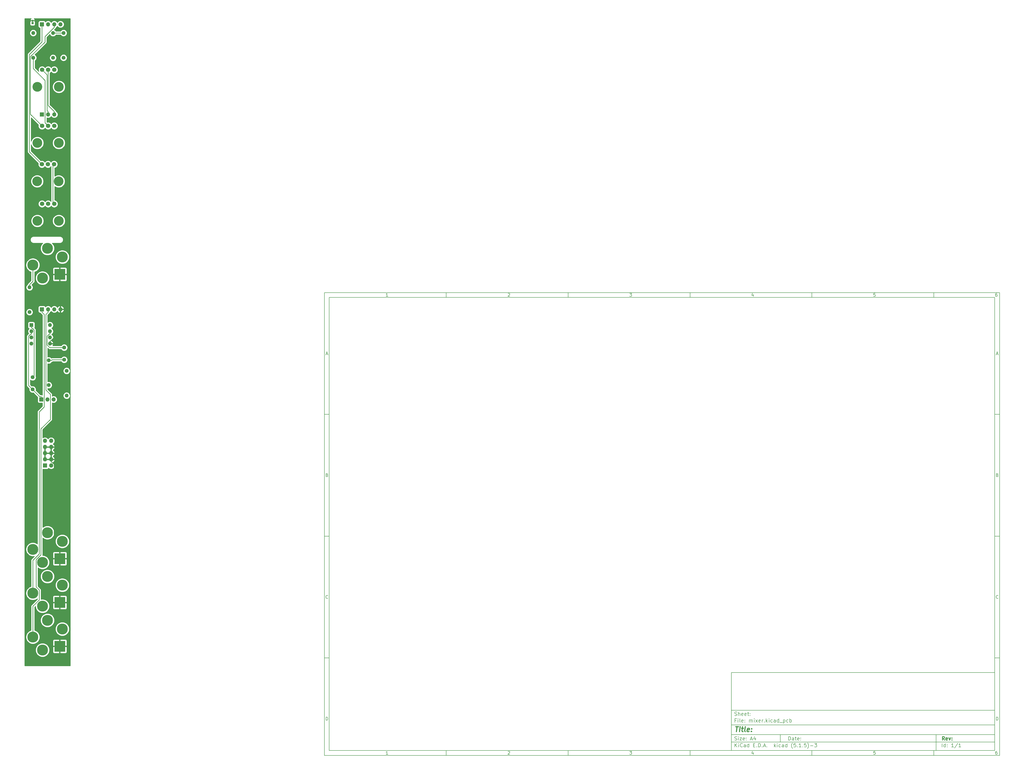
<source format=gbr>
G04 #@! TF.GenerationSoftware,KiCad,Pcbnew,(5.1.5)-3*
G04 #@! TF.CreationDate,2020-05-25T14:27:01+01:00*
G04 #@! TF.ProjectId,mixer,6d697865-722e-46b6-9963-61645f706362,rev?*
G04 #@! TF.SameCoordinates,Original*
G04 #@! TF.FileFunction,Copper,L1,Top*
G04 #@! TF.FilePolarity,Positive*
%FSLAX46Y46*%
G04 Gerber Fmt 4.6, Leading zero omitted, Abs format (unit mm)*
G04 Created by KiCad (PCBNEW (5.1.5)-3) date 2020-05-25 14:27:01*
%MOMM*%
%LPD*%
G04 APERTURE LIST*
%ADD10C,0.100000*%
%ADD11C,0.150000*%
%ADD12C,0.300000*%
%ADD13C,0.400000*%
%ADD14C,4.500000*%
%ADD15R,4.500000X4.500000*%
%ADD16O,0.850000X0.850000*%
%ADD17R,0.850000X0.850000*%
%ADD18C,1.600000*%
%ADD19O,1.700000X1.700000*%
%ADD20R,1.700000X1.700000*%
%ADD21C,4.000000*%
%ADD22C,1.800000*%
%ADD23O,1.600000X1.600000*%
%ADD24R,1.727200X1.727200*%
%ADD25O,1.727200X1.727200*%
%ADD26R,1.600000X1.600000*%
%ADD27C,0.250000*%
%ADD28C,0.254000*%
G04 APERTURE END LIST*
D10*
D11*
X177002200Y-166007200D02*
X177002200Y-198007200D01*
X285002200Y-198007200D01*
X285002200Y-166007200D01*
X177002200Y-166007200D01*
D10*
D11*
X10000000Y-10000000D02*
X10000000Y-200007200D01*
X287002200Y-200007200D01*
X287002200Y-10000000D01*
X10000000Y-10000000D01*
D10*
D11*
X12000000Y-12000000D02*
X12000000Y-198007200D01*
X285002200Y-198007200D01*
X285002200Y-12000000D01*
X12000000Y-12000000D01*
D10*
D11*
X60000000Y-12000000D02*
X60000000Y-10000000D01*
D10*
D11*
X110000000Y-12000000D02*
X110000000Y-10000000D01*
D10*
D11*
X160000000Y-12000000D02*
X160000000Y-10000000D01*
D10*
D11*
X210000000Y-12000000D02*
X210000000Y-10000000D01*
D10*
D11*
X260000000Y-12000000D02*
X260000000Y-10000000D01*
D10*
D11*
X36065476Y-11588095D02*
X35322619Y-11588095D01*
X35694047Y-11588095D02*
X35694047Y-10288095D01*
X35570238Y-10473809D01*
X35446428Y-10597619D01*
X35322619Y-10659523D01*
D10*
D11*
X85322619Y-10411904D02*
X85384523Y-10350000D01*
X85508333Y-10288095D01*
X85817857Y-10288095D01*
X85941666Y-10350000D01*
X86003571Y-10411904D01*
X86065476Y-10535714D01*
X86065476Y-10659523D01*
X86003571Y-10845238D01*
X85260714Y-11588095D01*
X86065476Y-11588095D01*
D10*
D11*
X135260714Y-10288095D02*
X136065476Y-10288095D01*
X135632142Y-10783333D01*
X135817857Y-10783333D01*
X135941666Y-10845238D01*
X136003571Y-10907142D01*
X136065476Y-11030952D01*
X136065476Y-11340476D01*
X136003571Y-11464285D01*
X135941666Y-11526190D01*
X135817857Y-11588095D01*
X135446428Y-11588095D01*
X135322619Y-11526190D01*
X135260714Y-11464285D01*
D10*
D11*
X185941666Y-10721428D02*
X185941666Y-11588095D01*
X185632142Y-10226190D02*
X185322619Y-11154761D01*
X186127380Y-11154761D01*
D10*
D11*
X236003571Y-10288095D02*
X235384523Y-10288095D01*
X235322619Y-10907142D01*
X235384523Y-10845238D01*
X235508333Y-10783333D01*
X235817857Y-10783333D01*
X235941666Y-10845238D01*
X236003571Y-10907142D01*
X236065476Y-11030952D01*
X236065476Y-11340476D01*
X236003571Y-11464285D01*
X235941666Y-11526190D01*
X235817857Y-11588095D01*
X235508333Y-11588095D01*
X235384523Y-11526190D01*
X235322619Y-11464285D01*
D10*
D11*
X285941666Y-10288095D02*
X285694047Y-10288095D01*
X285570238Y-10350000D01*
X285508333Y-10411904D01*
X285384523Y-10597619D01*
X285322619Y-10845238D01*
X285322619Y-11340476D01*
X285384523Y-11464285D01*
X285446428Y-11526190D01*
X285570238Y-11588095D01*
X285817857Y-11588095D01*
X285941666Y-11526190D01*
X286003571Y-11464285D01*
X286065476Y-11340476D01*
X286065476Y-11030952D01*
X286003571Y-10907142D01*
X285941666Y-10845238D01*
X285817857Y-10783333D01*
X285570238Y-10783333D01*
X285446428Y-10845238D01*
X285384523Y-10907142D01*
X285322619Y-11030952D01*
D10*
D11*
X60000000Y-198007200D02*
X60000000Y-200007200D01*
D10*
D11*
X110000000Y-198007200D02*
X110000000Y-200007200D01*
D10*
D11*
X160000000Y-198007200D02*
X160000000Y-200007200D01*
D10*
D11*
X210000000Y-198007200D02*
X210000000Y-200007200D01*
D10*
D11*
X260000000Y-198007200D02*
X260000000Y-200007200D01*
D10*
D11*
X36065476Y-199595295D02*
X35322619Y-199595295D01*
X35694047Y-199595295D02*
X35694047Y-198295295D01*
X35570238Y-198481009D01*
X35446428Y-198604819D01*
X35322619Y-198666723D01*
D10*
D11*
X85322619Y-198419104D02*
X85384523Y-198357200D01*
X85508333Y-198295295D01*
X85817857Y-198295295D01*
X85941666Y-198357200D01*
X86003571Y-198419104D01*
X86065476Y-198542914D01*
X86065476Y-198666723D01*
X86003571Y-198852438D01*
X85260714Y-199595295D01*
X86065476Y-199595295D01*
D10*
D11*
X135260714Y-198295295D02*
X136065476Y-198295295D01*
X135632142Y-198790533D01*
X135817857Y-198790533D01*
X135941666Y-198852438D01*
X136003571Y-198914342D01*
X136065476Y-199038152D01*
X136065476Y-199347676D01*
X136003571Y-199471485D01*
X135941666Y-199533390D01*
X135817857Y-199595295D01*
X135446428Y-199595295D01*
X135322619Y-199533390D01*
X135260714Y-199471485D01*
D10*
D11*
X185941666Y-198728628D02*
X185941666Y-199595295D01*
X185632142Y-198233390D02*
X185322619Y-199161961D01*
X186127380Y-199161961D01*
D10*
D11*
X236003571Y-198295295D02*
X235384523Y-198295295D01*
X235322619Y-198914342D01*
X235384523Y-198852438D01*
X235508333Y-198790533D01*
X235817857Y-198790533D01*
X235941666Y-198852438D01*
X236003571Y-198914342D01*
X236065476Y-199038152D01*
X236065476Y-199347676D01*
X236003571Y-199471485D01*
X235941666Y-199533390D01*
X235817857Y-199595295D01*
X235508333Y-199595295D01*
X235384523Y-199533390D01*
X235322619Y-199471485D01*
D10*
D11*
X285941666Y-198295295D02*
X285694047Y-198295295D01*
X285570238Y-198357200D01*
X285508333Y-198419104D01*
X285384523Y-198604819D01*
X285322619Y-198852438D01*
X285322619Y-199347676D01*
X285384523Y-199471485D01*
X285446428Y-199533390D01*
X285570238Y-199595295D01*
X285817857Y-199595295D01*
X285941666Y-199533390D01*
X286003571Y-199471485D01*
X286065476Y-199347676D01*
X286065476Y-199038152D01*
X286003571Y-198914342D01*
X285941666Y-198852438D01*
X285817857Y-198790533D01*
X285570238Y-198790533D01*
X285446428Y-198852438D01*
X285384523Y-198914342D01*
X285322619Y-199038152D01*
D10*
D11*
X10000000Y-60000000D02*
X12000000Y-60000000D01*
D10*
D11*
X10000000Y-110000000D02*
X12000000Y-110000000D01*
D10*
D11*
X10000000Y-160000000D02*
X12000000Y-160000000D01*
D10*
D11*
X10690476Y-35216666D02*
X11309523Y-35216666D01*
X10566666Y-35588095D02*
X11000000Y-34288095D01*
X11433333Y-35588095D01*
D10*
D11*
X11092857Y-84907142D02*
X11278571Y-84969047D01*
X11340476Y-85030952D01*
X11402380Y-85154761D01*
X11402380Y-85340476D01*
X11340476Y-85464285D01*
X11278571Y-85526190D01*
X11154761Y-85588095D01*
X10659523Y-85588095D01*
X10659523Y-84288095D01*
X11092857Y-84288095D01*
X11216666Y-84350000D01*
X11278571Y-84411904D01*
X11340476Y-84535714D01*
X11340476Y-84659523D01*
X11278571Y-84783333D01*
X11216666Y-84845238D01*
X11092857Y-84907142D01*
X10659523Y-84907142D01*
D10*
D11*
X11402380Y-135464285D02*
X11340476Y-135526190D01*
X11154761Y-135588095D01*
X11030952Y-135588095D01*
X10845238Y-135526190D01*
X10721428Y-135402380D01*
X10659523Y-135278571D01*
X10597619Y-135030952D01*
X10597619Y-134845238D01*
X10659523Y-134597619D01*
X10721428Y-134473809D01*
X10845238Y-134350000D01*
X11030952Y-134288095D01*
X11154761Y-134288095D01*
X11340476Y-134350000D01*
X11402380Y-134411904D01*
D10*
D11*
X10659523Y-185588095D02*
X10659523Y-184288095D01*
X10969047Y-184288095D01*
X11154761Y-184350000D01*
X11278571Y-184473809D01*
X11340476Y-184597619D01*
X11402380Y-184845238D01*
X11402380Y-185030952D01*
X11340476Y-185278571D01*
X11278571Y-185402380D01*
X11154761Y-185526190D01*
X10969047Y-185588095D01*
X10659523Y-185588095D01*
D10*
D11*
X287002200Y-60000000D02*
X285002200Y-60000000D01*
D10*
D11*
X287002200Y-110000000D02*
X285002200Y-110000000D01*
D10*
D11*
X287002200Y-160000000D02*
X285002200Y-160000000D01*
D10*
D11*
X285692676Y-35216666D02*
X286311723Y-35216666D01*
X285568866Y-35588095D02*
X286002200Y-34288095D01*
X286435533Y-35588095D01*
D10*
D11*
X286095057Y-84907142D02*
X286280771Y-84969047D01*
X286342676Y-85030952D01*
X286404580Y-85154761D01*
X286404580Y-85340476D01*
X286342676Y-85464285D01*
X286280771Y-85526190D01*
X286156961Y-85588095D01*
X285661723Y-85588095D01*
X285661723Y-84288095D01*
X286095057Y-84288095D01*
X286218866Y-84350000D01*
X286280771Y-84411904D01*
X286342676Y-84535714D01*
X286342676Y-84659523D01*
X286280771Y-84783333D01*
X286218866Y-84845238D01*
X286095057Y-84907142D01*
X285661723Y-84907142D01*
D10*
D11*
X286404580Y-135464285D02*
X286342676Y-135526190D01*
X286156961Y-135588095D01*
X286033152Y-135588095D01*
X285847438Y-135526190D01*
X285723628Y-135402380D01*
X285661723Y-135278571D01*
X285599819Y-135030952D01*
X285599819Y-134845238D01*
X285661723Y-134597619D01*
X285723628Y-134473809D01*
X285847438Y-134350000D01*
X286033152Y-134288095D01*
X286156961Y-134288095D01*
X286342676Y-134350000D01*
X286404580Y-134411904D01*
D10*
D11*
X285661723Y-185588095D02*
X285661723Y-184288095D01*
X285971247Y-184288095D01*
X286156961Y-184350000D01*
X286280771Y-184473809D01*
X286342676Y-184597619D01*
X286404580Y-184845238D01*
X286404580Y-185030952D01*
X286342676Y-185278571D01*
X286280771Y-185402380D01*
X286156961Y-185526190D01*
X285971247Y-185588095D01*
X285661723Y-185588095D01*
D10*
D11*
X200434342Y-193785771D02*
X200434342Y-192285771D01*
X200791485Y-192285771D01*
X201005771Y-192357200D01*
X201148628Y-192500057D01*
X201220057Y-192642914D01*
X201291485Y-192928628D01*
X201291485Y-193142914D01*
X201220057Y-193428628D01*
X201148628Y-193571485D01*
X201005771Y-193714342D01*
X200791485Y-193785771D01*
X200434342Y-193785771D01*
X202577200Y-193785771D02*
X202577200Y-193000057D01*
X202505771Y-192857200D01*
X202362914Y-192785771D01*
X202077200Y-192785771D01*
X201934342Y-192857200D01*
X202577200Y-193714342D02*
X202434342Y-193785771D01*
X202077200Y-193785771D01*
X201934342Y-193714342D01*
X201862914Y-193571485D01*
X201862914Y-193428628D01*
X201934342Y-193285771D01*
X202077200Y-193214342D01*
X202434342Y-193214342D01*
X202577200Y-193142914D01*
X203077200Y-192785771D02*
X203648628Y-192785771D01*
X203291485Y-192285771D02*
X203291485Y-193571485D01*
X203362914Y-193714342D01*
X203505771Y-193785771D01*
X203648628Y-193785771D01*
X204720057Y-193714342D02*
X204577200Y-193785771D01*
X204291485Y-193785771D01*
X204148628Y-193714342D01*
X204077200Y-193571485D01*
X204077200Y-193000057D01*
X204148628Y-192857200D01*
X204291485Y-192785771D01*
X204577200Y-192785771D01*
X204720057Y-192857200D01*
X204791485Y-193000057D01*
X204791485Y-193142914D01*
X204077200Y-193285771D01*
X205434342Y-193642914D02*
X205505771Y-193714342D01*
X205434342Y-193785771D01*
X205362914Y-193714342D01*
X205434342Y-193642914D01*
X205434342Y-193785771D01*
X205434342Y-192857200D02*
X205505771Y-192928628D01*
X205434342Y-193000057D01*
X205362914Y-192928628D01*
X205434342Y-192857200D01*
X205434342Y-193000057D01*
D10*
D11*
X177002200Y-194507200D02*
X285002200Y-194507200D01*
D10*
D11*
X178434342Y-196585771D02*
X178434342Y-195085771D01*
X179291485Y-196585771D02*
X178648628Y-195728628D01*
X179291485Y-195085771D02*
X178434342Y-195942914D01*
X179934342Y-196585771D02*
X179934342Y-195585771D01*
X179934342Y-195085771D02*
X179862914Y-195157200D01*
X179934342Y-195228628D01*
X180005771Y-195157200D01*
X179934342Y-195085771D01*
X179934342Y-195228628D01*
X181505771Y-196442914D02*
X181434342Y-196514342D01*
X181220057Y-196585771D01*
X181077200Y-196585771D01*
X180862914Y-196514342D01*
X180720057Y-196371485D01*
X180648628Y-196228628D01*
X180577200Y-195942914D01*
X180577200Y-195728628D01*
X180648628Y-195442914D01*
X180720057Y-195300057D01*
X180862914Y-195157200D01*
X181077200Y-195085771D01*
X181220057Y-195085771D01*
X181434342Y-195157200D01*
X181505771Y-195228628D01*
X182791485Y-196585771D02*
X182791485Y-195800057D01*
X182720057Y-195657200D01*
X182577200Y-195585771D01*
X182291485Y-195585771D01*
X182148628Y-195657200D01*
X182791485Y-196514342D02*
X182648628Y-196585771D01*
X182291485Y-196585771D01*
X182148628Y-196514342D01*
X182077200Y-196371485D01*
X182077200Y-196228628D01*
X182148628Y-196085771D01*
X182291485Y-196014342D01*
X182648628Y-196014342D01*
X182791485Y-195942914D01*
X184148628Y-196585771D02*
X184148628Y-195085771D01*
X184148628Y-196514342D02*
X184005771Y-196585771D01*
X183720057Y-196585771D01*
X183577200Y-196514342D01*
X183505771Y-196442914D01*
X183434342Y-196300057D01*
X183434342Y-195871485D01*
X183505771Y-195728628D01*
X183577200Y-195657200D01*
X183720057Y-195585771D01*
X184005771Y-195585771D01*
X184148628Y-195657200D01*
X186005771Y-195800057D02*
X186505771Y-195800057D01*
X186720057Y-196585771D02*
X186005771Y-196585771D01*
X186005771Y-195085771D01*
X186720057Y-195085771D01*
X187362914Y-196442914D02*
X187434342Y-196514342D01*
X187362914Y-196585771D01*
X187291485Y-196514342D01*
X187362914Y-196442914D01*
X187362914Y-196585771D01*
X188077200Y-196585771D02*
X188077200Y-195085771D01*
X188434342Y-195085771D01*
X188648628Y-195157200D01*
X188791485Y-195300057D01*
X188862914Y-195442914D01*
X188934342Y-195728628D01*
X188934342Y-195942914D01*
X188862914Y-196228628D01*
X188791485Y-196371485D01*
X188648628Y-196514342D01*
X188434342Y-196585771D01*
X188077200Y-196585771D01*
X189577200Y-196442914D02*
X189648628Y-196514342D01*
X189577200Y-196585771D01*
X189505771Y-196514342D01*
X189577200Y-196442914D01*
X189577200Y-196585771D01*
X190220057Y-196157200D02*
X190934342Y-196157200D01*
X190077200Y-196585771D02*
X190577200Y-195085771D01*
X191077200Y-196585771D01*
X191577200Y-196442914D02*
X191648628Y-196514342D01*
X191577200Y-196585771D01*
X191505771Y-196514342D01*
X191577200Y-196442914D01*
X191577200Y-196585771D01*
X194577200Y-196585771D02*
X194577200Y-195085771D01*
X194720057Y-196014342D02*
X195148628Y-196585771D01*
X195148628Y-195585771D02*
X194577200Y-196157200D01*
X195791485Y-196585771D02*
X195791485Y-195585771D01*
X195791485Y-195085771D02*
X195720057Y-195157200D01*
X195791485Y-195228628D01*
X195862914Y-195157200D01*
X195791485Y-195085771D01*
X195791485Y-195228628D01*
X197148628Y-196514342D02*
X197005771Y-196585771D01*
X196720057Y-196585771D01*
X196577200Y-196514342D01*
X196505771Y-196442914D01*
X196434342Y-196300057D01*
X196434342Y-195871485D01*
X196505771Y-195728628D01*
X196577200Y-195657200D01*
X196720057Y-195585771D01*
X197005771Y-195585771D01*
X197148628Y-195657200D01*
X198434342Y-196585771D02*
X198434342Y-195800057D01*
X198362914Y-195657200D01*
X198220057Y-195585771D01*
X197934342Y-195585771D01*
X197791485Y-195657200D01*
X198434342Y-196514342D02*
X198291485Y-196585771D01*
X197934342Y-196585771D01*
X197791485Y-196514342D01*
X197720057Y-196371485D01*
X197720057Y-196228628D01*
X197791485Y-196085771D01*
X197934342Y-196014342D01*
X198291485Y-196014342D01*
X198434342Y-195942914D01*
X199791485Y-196585771D02*
X199791485Y-195085771D01*
X199791485Y-196514342D02*
X199648628Y-196585771D01*
X199362914Y-196585771D01*
X199220057Y-196514342D01*
X199148628Y-196442914D01*
X199077200Y-196300057D01*
X199077200Y-195871485D01*
X199148628Y-195728628D01*
X199220057Y-195657200D01*
X199362914Y-195585771D01*
X199648628Y-195585771D01*
X199791485Y-195657200D01*
X202077200Y-197157200D02*
X202005771Y-197085771D01*
X201862914Y-196871485D01*
X201791485Y-196728628D01*
X201720057Y-196514342D01*
X201648628Y-196157200D01*
X201648628Y-195871485D01*
X201720057Y-195514342D01*
X201791485Y-195300057D01*
X201862914Y-195157200D01*
X202005771Y-194942914D01*
X202077200Y-194871485D01*
X203362914Y-195085771D02*
X202648628Y-195085771D01*
X202577200Y-195800057D01*
X202648628Y-195728628D01*
X202791485Y-195657200D01*
X203148628Y-195657200D01*
X203291485Y-195728628D01*
X203362914Y-195800057D01*
X203434342Y-195942914D01*
X203434342Y-196300057D01*
X203362914Y-196442914D01*
X203291485Y-196514342D01*
X203148628Y-196585771D01*
X202791485Y-196585771D01*
X202648628Y-196514342D01*
X202577200Y-196442914D01*
X204077200Y-196442914D02*
X204148628Y-196514342D01*
X204077200Y-196585771D01*
X204005771Y-196514342D01*
X204077200Y-196442914D01*
X204077200Y-196585771D01*
X205577200Y-196585771D02*
X204720057Y-196585771D01*
X205148628Y-196585771D02*
X205148628Y-195085771D01*
X205005771Y-195300057D01*
X204862914Y-195442914D01*
X204720057Y-195514342D01*
X206220057Y-196442914D02*
X206291485Y-196514342D01*
X206220057Y-196585771D01*
X206148628Y-196514342D01*
X206220057Y-196442914D01*
X206220057Y-196585771D01*
X207648628Y-195085771D02*
X206934342Y-195085771D01*
X206862914Y-195800057D01*
X206934342Y-195728628D01*
X207077200Y-195657200D01*
X207434342Y-195657200D01*
X207577200Y-195728628D01*
X207648628Y-195800057D01*
X207720057Y-195942914D01*
X207720057Y-196300057D01*
X207648628Y-196442914D01*
X207577200Y-196514342D01*
X207434342Y-196585771D01*
X207077200Y-196585771D01*
X206934342Y-196514342D01*
X206862914Y-196442914D01*
X208220057Y-197157200D02*
X208291485Y-197085771D01*
X208434342Y-196871485D01*
X208505771Y-196728628D01*
X208577200Y-196514342D01*
X208648628Y-196157200D01*
X208648628Y-195871485D01*
X208577200Y-195514342D01*
X208505771Y-195300057D01*
X208434342Y-195157200D01*
X208291485Y-194942914D01*
X208220057Y-194871485D01*
X209362914Y-196014342D02*
X210505771Y-196014342D01*
X211077200Y-195085771D02*
X212005771Y-195085771D01*
X211505771Y-195657200D01*
X211720057Y-195657200D01*
X211862914Y-195728628D01*
X211934342Y-195800057D01*
X212005771Y-195942914D01*
X212005771Y-196300057D01*
X211934342Y-196442914D01*
X211862914Y-196514342D01*
X211720057Y-196585771D01*
X211291485Y-196585771D01*
X211148628Y-196514342D01*
X211077200Y-196442914D01*
D10*
D11*
X177002200Y-191507200D02*
X285002200Y-191507200D01*
D10*
D12*
X264411485Y-193785771D02*
X263911485Y-193071485D01*
X263554342Y-193785771D02*
X263554342Y-192285771D01*
X264125771Y-192285771D01*
X264268628Y-192357200D01*
X264340057Y-192428628D01*
X264411485Y-192571485D01*
X264411485Y-192785771D01*
X264340057Y-192928628D01*
X264268628Y-193000057D01*
X264125771Y-193071485D01*
X263554342Y-193071485D01*
X265625771Y-193714342D02*
X265482914Y-193785771D01*
X265197200Y-193785771D01*
X265054342Y-193714342D01*
X264982914Y-193571485D01*
X264982914Y-193000057D01*
X265054342Y-192857200D01*
X265197200Y-192785771D01*
X265482914Y-192785771D01*
X265625771Y-192857200D01*
X265697200Y-193000057D01*
X265697200Y-193142914D01*
X264982914Y-193285771D01*
X266197200Y-192785771D02*
X266554342Y-193785771D01*
X266911485Y-192785771D01*
X267482914Y-193642914D02*
X267554342Y-193714342D01*
X267482914Y-193785771D01*
X267411485Y-193714342D01*
X267482914Y-193642914D01*
X267482914Y-193785771D01*
X267482914Y-192857200D02*
X267554342Y-192928628D01*
X267482914Y-193000057D01*
X267411485Y-192928628D01*
X267482914Y-192857200D01*
X267482914Y-193000057D01*
D10*
D11*
X178362914Y-193714342D02*
X178577200Y-193785771D01*
X178934342Y-193785771D01*
X179077200Y-193714342D01*
X179148628Y-193642914D01*
X179220057Y-193500057D01*
X179220057Y-193357200D01*
X179148628Y-193214342D01*
X179077200Y-193142914D01*
X178934342Y-193071485D01*
X178648628Y-193000057D01*
X178505771Y-192928628D01*
X178434342Y-192857200D01*
X178362914Y-192714342D01*
X178362914Y-192571485D01*
X178434342Y-192428628D01*
X178505771Y-192357200D01*
X178648628Y-192285771D01*
X179005771Y-192285771D01*
X179220057Y-192357200D01*
X179862914Y-193785771D02*
X179862914Y-192785771D01*
X179862914Y-192285771D02*
X179791485Y-192357200D01*
X179862914Y-192428628D01*
X179934342Y-192357200D01*
X179862914Y-192285771D01*
X179862914Y-192428628D01*
X180434342Y-192785771D02*
X181220057Y-192785771D01*
X180434342Y-193785771D01*
X181220057Y-193785771D01*
X182362914Y-193714342D02*
X182220057Y-193785771D01*
X181934342Y-193785771D01*
X181791485Y-193714342D01*
X181720057Y-193571485D01*
X181720057Y-193000057D01*
X181791485Y-192857200D01*
X181934342Y-192785771D01*
X182220057Y-192785771D01*
X182362914Y-192857200D01*
X182434342Y-193000057D01*
X182434342Y-193142914D01*
X181720057Y-193285771D01*
X183077200Y-193642914D02*
X183148628Y-193714342D01*
X183077200Y-193785771D01*
X183005771Y-193714342D01*
X183077200Y-193642914D01*
X183077200Y-193785771D01*
X183077200Y-192857200D02*
X183148628Y-192928628D01*
X183077200Y-193000057D01*
X183005771Y-192928628D01*
X183077200Y-192857200D01*
X183077200Y-193000057D01*
X184862914Y-193357200D02*
X185577200Y-193357200D01*
X184720057Y-193785771D02*
X185220057Y-192285771D01*
X185720057Y-193785771D01*
X186862914Y-192785771D02*
X186862914Y-193785771D01*
X186505771Y-192214342D02*
X186148628Y-193285771D01*
X187077200Y-193285771D01*
D10*
D11*
X263434342Y-196585771D02*
X263434342Y-195085771D01*
X264791485Y-196585771D02*
X264791485Y-195085771D01*
X264791485Y-196514342D02*
X264648628Y-196585771D01*
X264362914Y-196585771D01*
X264220057Y-196514342D01*
X264148628Y-196442914D01*
X264077200Y-196300057D01*
X264077200Y-195871485D01*
X264148628Y-195728628D01*
X264220057Y-195657200D01*
X264362914Y-195585771D01*
X264648628Y-195585771D01*
X264791485Y-195657200D01*
X265505771Y-196442914D02*
X265577200Y-196514342D01*
X265505771Y-196585771D01*
X265434342Y-196514342D01*
X265505771Y-196442914D01*
X265505771Y-196585771D01*
X265505771Y-195657200D02*
X265577200Y-195728628D01*
X265505771Y-195800057D01*
X265434342Y-195728628D01*
X265505771Y-195657200D01*
X265505771Y-195800057D01*
X268148628Y-196585771D02*
X267291485Y-196585771D01*
X267720057Y-196585771D02*
X267720057Y-195085771D01*
X267577200Y-195300057D01*
X267434342Y-195442914D01*
X267291485Y-195514342D01*
X269862914Y-195014342D02*
X268577200Y-196942914D01*
X271148628Y-196585771D02*
X270291485Y-196585771D01*
X270720057Y-196585771D02*
X270720057Y-195085771D01*
X270577200Y-195300057D01*
X270434342Y-195442914D01*
X270291485Y-195514342D01*
D10*
D11*
X177002200Y-187507200D02*
X285002200Y-187507200D01*
D10*
D13*
X178714580Y-188211961D02*
X179857438Y-188211961D01*
X179036009Y-190211961D02*
X179286009Y-188211961D01*
X180274104Y-190211961D02*
X180440771Y-188878628D01*
X180524104Y-188211961D02*
X180416961Y-188307200D01*
X180500295Y-188402438D01*
X180607438Y-188307200D01*
X180524104Y-188211961D01*
X180500295Y-188402438D01*
X181107438Y-188878628D02*
X181869342Y-188878628D01*
X181476485Y-188211961D02*
X181262200Y-189926247D01*
X181333628Y-190116723D01*
X181512200Y-190211961D01*
X181702676Y-190211961D01*
X182655057Y-190211961D02*
X182476485Y-190116723D01*
X182405057Y-189926247D01*
X182619342Y-188211961D01*
X184190771Y-190116723D02*
X183988390Y-190211961D01*
X183607438Y-190211961D01*
X183428866Y-190116723D01*
X183357438Y-189926247D01*
X183452676Y-189164342D01*
X183571723Y-188973866D01*
X183774104Y-188878628D01*
X184155057Y-188878628D01*
X184333628Y-188973866D01*
X184405057Y-189164342D01*
X184381247Y-189354819D01*
X183405057Y-189545295D01*
X185155057Y-190021485D02*
X185238390Y-190116723D01*
X185131247Y-190211961D01*
X185047914Y-190116723D01*
X185155057Y-190021485D01*
X185131247Y-190211961D01*
X185286009Y-188973866D02*
X185369342Y-189069104D01*
X185262200Y-189164342D01*
X185178866Y-189069104D01*
X185286009Y-188973866D01*
X185262200Y-189164342D01*
D10*
D11*
X178934342Y-185600057D02*
X178434342Y-185600057D01*
X178434342Y-186385771D02*
X178434342Y-184885771D01*
X179148628Y-184885771D01*
X179720057Y-186385771D02*
X179720057Y-185385771D01*
X179720057Y-184885771D02*
X179648628Y-184957200D01*
X179720057Y-185028628D01*
X179791485Y-184957200D01*
X179720057Y-184885771D01*
X179720057Y-185028628D01*
X180648628Y-186385771D02*
X180505771Y-186314342D01*
X180434342Y-186171485D01*
X180434342Y-184885771D01*
X181791485Y-186314342D02*
X181648628Y-186385771D01*
X181362914Y-186385771D01*
X181220057Y-186314342D01*
X181148628Y-186171485D01*
X181148628Y-185600057D01*
X181220057Y-185457200D01*
X181362914Y-185385771D01*
X181648628Y-185385771D01*
X181791485Y-185457200D01*
X181862914Y-185600057D01*
X181862914Y-185742914D01*
X181148628Y-185885771D01*
X182505771Y-186242914D02*
X182577200Y-186314342D01*
X182505771Y-186385771D01*
X182434342Y-186314342D01*
X182505771Y-186242914D01*
X182505771Y-186385771D01*
X182505771Y-185457200D02*
X182577200Y-185528628D01*
X182505771Y-185600057D01*
X182434342Y-185528628D01*
X182505771Y-185457200D01*
X182505771Y-185600057D01*
X184362914Y-186385771D02*
X184362914Y-185385771D01*
X184362914Y-185528628D02*
X184434342Y-185457200D01*
X184577200Y-185385771D01*
X184791485Y-185385771D01*
X184934342Y-185457200D01*
X185005771Y-185600057D01*
X185005771Y-186385771D01*
X185005771Y-185600057D02*
X185077200Y-185457200D01*
X185220057Y-185385771D01*
X185434342Y-185385771D01*
X185577200Y-185457200D01*
X185648628Y-185600057D01*
X185648628Y-186385771D01*
X186362914Y-186385771D02*
X186362914Y-185385771D01*
X186362914Y-184885771D02*
X186291485Y-184957200D01*
X186362914Y-185028628D01*
X186434342Y-184957200D01*
X186362914Y-184885771D01*
X186362914Y-185028628D01*
X186934342Y-186385771D02*
X187720057Y-185385771D01*
X186934342Y-185385771D02*
X187720057Y-186385771D01*
X188862914Y-186314342D02*
X188720057Y-186385771D01*
X188434342Y-186385771D01*
X188291485Y-186314342D01*
X188220057Y-186171485D01*
X188220057Y-185600057D01*
X188291485Y-185457200D01*
X188434342Y-185385771D01*
X188720057Y-185385771D01*
X188862914Y-185457200D01*
X188934342Y-185600057D01*
X188934342Y-185742914D01*
X188220057Y-185885771D01*
X189577200Y-186385771D02*
X189577200Y-185385771D01*
X189577200Y-185671485D02*
X189648628Y-185528628D01*
X189720057Y-185457200D01*
X189862914Y-185385771D01*
X190005771Y-185385771D01*
X190505771Y-186242914D02*
X190577200Y-186314342D01*
X190505771Y-186385771D01*
X190434342Y-186314342D01*
X190505771Y-186242914D01*
X190505771Y-186385771D01*
X191220057Y-186385771D02*
X191220057Y-184885771D01*
X191362914Y-185814342D02*
X191791485Y-186385771D01*
X191791485Y-185385771D02*
X191220057Y-185957200D01*
X192434342Y-186385771D02*
X192434342Y-185385771D01*
X192434342Y-184885771D02*
X192362914Y-184957200D01*
X192434342Y-185028628D01*
X192505771Y-184957200D01*
X192434342Y-184885771D01*
X192434342Y-185028628D01*
X193791485Y-186314342D02*
X193648628Y-186385771D01*
X193362914Y-186385771D01*
X193220057Y-186314342D01*
X193148628Y-186242914D01*
X193077200Y-186100057D01*
X193077200Y-185671485D01*
X193148628Y-185528628D01*
X193220057Y-185457200D01*
X193362914Y-185385771D01*
X193648628Y-185385771D01*
X193791485Y-185457200D01*
X195077200Y-186385771D02*
X195077200Y-185600057D01*
X195005771Y-185457200D01*
X194862914Y-185385771D01*
X194577200Y-185385771D01*
X194434342Y-185457200D01*
X195077200Y-186314342D02*
X194934342Y-186385771D01*
X194577200Y-186385771D01*
X194434342Y-186314342D01*
X194362914Y-186171485D01*
X194362914Y-186028628D01*
X194434342Y-185885771D01*
X194577200Y-185814342D01*
X194934342Y-185814342D01*
X195077200Y-185742914D01*
X196434342Y-186385771D02*
X196434342Y-184885771D01*
X196434342Y-186314342D02*
X196291485Y-186385771D01*
X196005771Y-186385771D01*
X195862914Y-186314342D01*
X195791485Y-186242914D01*
X195720057Y-186100057D01*
X195720057Y-185671485D01*
X195791485Y-185528628D01*
X195862914Y-185457200D01*
X196005771Y-185385771D01*
X196291485Y-185385771D01*
X196434342Y-185457200D01*
X196791485Y-186528628D02*
X197934342Y-186528628D01*
X198291485Y-185385771D02*
X198291485Y-186885771D01*
X198291485Y-185457200D02*
X198434342Y-185385771D01*
X198720057Y-185385771D01*
X198862914Y-185457200D01*
X198934342Y-185528628D01*
X199005771Y-185671485D01*
X199005771Y-186100057D01*
X198934342Y-186242914D01*
X198862914Y-186314342D01*
X198720057Y-186385771D01*
X198434342Y-186385771D01*
X198291485Y-186314342D01*
X200291485Y-186314342D02*
X200148628Y-186385771D01*
X199862914Y-186385771D01*
X199720057Y-186314342D01*
X199648628Y-186242914D01*
X199577200Y-186100057D01*
X199577200Y-185671485D01*
X199648628Y-185528628D01*
X199720057Y-185457200D01*
X199862914Y-185385771D01*
X200148628Y-185385771D01*
X200291485Y-185457200D01*
X200934342Y-186385771D02*
X200934342Y-184885771D01*
X200934342Y-185457200D02*
X201077200Y-185385771D01*
X201362914Y-185385771D01*
X201505771Y-185457200D01*
X201577200Y-185528628D01*
X201648628Y-185671485D01*
X201648628Y-186100057D01*
X201577200Y-186242914D01*
X201505771Y-186314342D01*
X201362914Y-186385771D01*
X201077200Y-186385771D01*
X200934342Y-186314342D01*
D10*
D11*
X177002200Y-181507200D02*
X285002200Y-181507200D01*
D10*
D11*
X178362914Y-183614342D02*
X178577200Y-183685771D01*
X178934342Y-183685771D01*
X179077200Y-183614342D01*
X179148628Y-183542914D01*
X179220057Y-183400057D01*
X179220057Y-183257200D01*
X179148628Y-183114342D01*
X179077200Y-183042914D01*
X178934342Y-182971485D01*
X178648628Y-182900057D01*
X178505771Y-182828628D01*
X178434342Y-182757200D01*
X178362914Y-182614342D01*
X178362914Y-182471485D01*
X178434342Y-182328628D01*
X178505771Y-182257200D01*
X178648628Y-182185771D01*
X179005771Y-182185771D01*
X179220057Y-182257200D01*
X179862914Y-183685771D02*
X179862914Y-182185771D01*
X180505771Y-183685771D02*
X180505771Y-182900057D01*
X180434342Y-182757200D01*
X180291485Y-182685771D01*
X180077200Y-182685771D01*
X179934342Y-182757200D01*
X179862914Y-182828628D01*
X181791485Y-183614342D02*
X181648628Y-183685771D01*
X181362914Y-183685771D01*
X181220057Y-183614342D01*
X181148628Y-183471485D01*
X181148628Y-182900057D01*
X181220057Y-182757200D01*
X181362914Y-182685771D01*
X181648628Y-182685771D01*
X181791485Y-182757200D01*
X181862914Y-182900057D01*
X181862914Y-183042914D01*
X181148628Y-183185771D01*
X183077200Y-183614342D02*
X182934342Y-183685771D01*
X182648628Y-183685771D01*
X182505771Y-183614342D01*
X182434342Y-183471485D01*
X182434342Y-182900057D01*
X182505771Y-182757200D01*
X182648628Y-182685771D01*
X182934342Y-182685771D01*
X183077200Y-182757200D01*
X183148628Y-182900057D01*
X183148628Y-183042914D01*
X182434342Y-183185771D01*
X183577200Y-182685771D02*
X184148628Y-182685771D01*
X183791485Y-182185771D02*
X183791485Y-183471485D01*
X183862914Y-183614342D01*
X184005771Y-183685771D01*
X184148628Y-183685771D01*
X184648628Y-183542914D02*
X184720057Y-183614342D01*
X184648628Y-183685771D01*
X184577200Y-183614342D01*
X184648628Y-183542914D01*
X184648628Y-183685771D01*
X184648628Y-182757200D02*
X184720057Y-182828628D01*
X184648628Y-182900057D01*
X184577200Y-182828628D01*
X184648628Y-182757200D01*
X184648628Y-182900057D01*
D10*
D11*
X197002200Y-191507200D02*
X197002200Y-194507200D01*
D10*
D11*
X261002200Y-191507200D02*
X261002200Y-198007200D01*
D14*
X-105662000Y-4056000D03*
X-97534000Y4580000D03*
X-109599000Y1278000D03*
X-103630000Y8136000D03*
D15*
X-98550000Y-2532000D03*
D14*
X-105662000Y-120758000D03*
X-97534000Y-112122000D03*
X-109599000Y-115424000D03*
X-103630000Y-108566000D03*
D15*
X-98550000Y-119234000D03*
D14*
X-105662000Y-138758000D03*
X-97534000Y-130122000D03*
X-109599000Y-133424000D03*
X-103630000Y-126566000D03*
D15*
X-98550000Y-137234000D03*
D14*
X-105662000Y-156758000D03*
X-97534000Y-148122000D03*
X-109599000Y-151424000D03*
X-103630000Y-144566000D03*
D15*
X-98550000Y-155234000D03*
D16*
X-109728000Y101584000D03*
D17*
X-109728000Y100584000D03*
D18*
X-96774000Y-32592000D03*
X-96774000Y-37592000D03*
X-109728000Y-44784000D03*
X-109728000Y-49784000D03*
D19*
X-98280000Y-16880000D03*
X-100820000Y-16880000D03*
X-103360000Y-16880000D03*
D20*
X-105900000Y-16880000D03*
D19*
X-98280000Y100120000D03*
X-100820000Y100120000D03*
X-103360000Y100120000D03*
D20*
X-105900000Y100120000D03*
D21*
X-107818000Y35672000D03*
X-99018000Y35672000D03*
D22*
X-105918000Y42672000D03*
X-103418000Y42672000D03*
X-100918000Y42672000D03*
D23*
X-101346000Y96520000D03*
D18*
X-101346000Y86360000D03*
D20*
X-106172000Y-53880000D03*
D19*
X-103632000Y-53880000D03*
X-101092000Y-53880000D03*
D20*
X-105900000Y63120000D03*
D19*
X-103360000Y63120000D03*
X-100820000Y63120000D03*
D24*
X-104648000Y-81026000D03*
D25*
X-102108000Y-81026000D03*
X-104648000Y-78486000D03*
X-102108000Y-78486000D03*
X-104648000Y-75946000D03*
X-102108000Y-75946000D03*
X-104648000Y-73406000D03*
X-102108000Y-73406000D03*
X-104648000Y-70866000D03*
X-102108000Y-70866000D03*
D23*
X-97028000Y96578000D03*
D18*
X-97028000Y86418000D03*
X-109474000Y86418000D03*
D23*
X-109474000Y96578000D03*
X-103124000Y-37846000D03*
D18*
X-103124000Y-48006000D03*
X-95758000Y-42164000D03*
D23*
X-95758000Y-52324000D03*
D18*
X-110998000Y-18034000D03*
D23*
X-110998000Y-7874000D03*
D22*
X-100852000Y26418000D03*
X-103352000Y26418000D03*
X-105852000Y26418000D03*
D21*
X-98952000Y19418000D03*
X-107752000Y19418000D03*
X-107752000Y51418000D03*
X-98952000Y51418000D03*
D22*
X-105852000Y58418000D03*
X-103352000Y58418000D03*
X-100852000Y58418000D03*
D21*
X-107726000Y74456000D03*
X-98926000Y74456000D03*
D22*
X-105826000Y81456000D03*
X-103326000Y81456000D03*
X-100826000Y81456000D03*
D26*
X-110236000Y-23368000D03*
D23*
X-102616000Y-30988000D03*
X-110236000Y-25908000D03*
X-102616000Y-28448000D03*
X-110236000Y-28448000D03*
X-102616000Y-25908000D03*
X-110236000Y-30988000D03*
X-102616000Y-23368000D03*
D27*
X-110236000Y-23368000D02*
X-110236000Y-24493300D01*
X-110236000Y-24493300D02*
X-109954700Y-24493300D01*
X-109954700Y-24493300D02*
X-109083300Y-25364700D01*
X-109083300Y-25364700D02*
X-109083300Y-44139300D01*
X-109083300Y-44139300D02*
X-109728000Y-44784000D01*
X-110236000Y-25908000D02*
X-110236000Y-27033300D01*
X-110236000Y-27033300D02*
X-110517300Y-27033300D01*
X-110517300Y-27033300D02*
X-111410700Y-27926700D01*
X-111410700Y-27926700D02*
X-111410700Y-48101300D01*
X-111410700Y-48101300D02*
X-109728000Y-49784000D01*
X-106172000Y-53880000D02*
X-106172000Y-52704700D01*
X-106172000Y-52704700D02*
X-106807300Y-52704700D01*
X-106807300Y-52704700D02*
X-109728000Y-49784000D01*
X-103124000Y-37846000D02*
X-101998700Y-37846000D01*
X-96774000Y-37592000D02*
X-101744700Y-37592000D01*
X-101744700Y-37592000D02*
X-101998700Y-37846000D01*
X-102616000Y-25908000D02*
X-102616000Y-27033300D01*
X-102616000Y-27033300D02*
X-102897300Y-27033300D01*
X-102897300Y-27033300D02*
X-103748900Y-27884900D01*
X-103748900Y-27884900D02*
X-103748900Y-31515400D01*
X-103748900Y-31515400D02*
X-102672300Y-32592000D01*
X-102672300Y-32592000D02*
X-96774000Y-32592000D01*
X-105900000Y-16880000D02*
X-105900000Y-18055300D01*
X-109599000Y-133424000D02*
X-109599000Y-119917400D01*
X-109599000Y-119917400D02*
X-107023700Y-117342100D01*
X-107023700Y-117342100D02*
X-107023700Y-58937700D01*
X-107023700Y-58937700D02*
X-104996600Y-56910600D01*
X-104996600Y-56910600D02*
X-104996600Y-18958700D01*
X-104996600Y-18958700D02*
X-105900000Y-18055300D01*
X-103360000Y-16880000D02*
X-103360000Y-18055300D01*
X-109599000Y-151424000D02*
X-109599000Y-138758000D01*
X-109599000Y-138758000D02*
X-107021300Y-136180300D01*
X-107021300Y-136180300D02*
X-107021300Y-132064700D01*
X-107021300Y-132064700D02*
X-108258100Y-130827900D01*
X-108258100Y-130827900D02*
X-108258100Y-119614100D01*
X-108258100Y-119614100D02*
X-106301100Y-117657100D01*
X-106301100Y-117657100D02*
X-106301100Y-65954300D01*
X-106301100Y-65954300D02*
X-102413900Y-62067100D01*
X-102413900Y-62067100D02*
X-102413900Y-51806400D01*
X-102413900Y-51806400D02*
X-104250900Y-49969400D01*
X-104250900Y-49969400D02*
X-104250900Y-18946200D01*
X-104250900Y-18946200D02*
X-103360000Y-18055300D01*
X-110998000Y-7874000D02*
X-110998000Y-6748700D01*
X-110998000Y-6748700D02*
X-109599000Y-5349700D01*
X-109599000Y-5349700D02*
X-109599000Y1278000D01*
X-100820000Y100120000D02*
X-100820000Y98944700D01*
X-105852000Y58418000D02*
X-110610600Y63176600D01*
X-110610600Y63176600D02*
X-110610600Y86872900D01*
X-110610600Y86872900D02*
X-104638200Y92845300D01*
X-104638200Y92845300D02*
X-104638200Y95126500D01*
X-104638200Y95126500D02*
X-100820000Y98944700D01*
X-102108000Y-78486000D02*
X-102108000Y-79674900D01*
X-102108000Y-79674900D02*
X-101736400Y-79674900D01*
X-101736400Y-79674900D02*
X-100919100Y-80492200D01*
X-100919100Y-80492200D02*
X-100919100Y-114289600D01*
X-100919100Y-114289600D02*
X-98550000Y-116658700D01*
X-102108000Y-78486000D02*
X-103459100Y-78486000D01*
X-98550000Y-119234000D02*
X-98550000Y-116658700D01*
X-102108000Y-75946000D02*
X-102108000Y-78486000D01*
X-104648000Y-78486000D02*
X-103459100Y-78486000D01*
X-102108000Y-75946000D02*
X-103459100Y-75946000D01*
X-104648000Y-75946000D02*
X-103459100Y-75946000D01*
X-102616000Y-30988000D02*
X-102616000Y-29862700D01*
X-102616000Y-29862700D02*
X-102334700Y-29862700D01*
X-102334700Y-29862700D02*
X-98280000Y-25808000D01*
X-98280000Y-25808000D02*
X-98280000Y-16880000D01*
X-98550000Y-2532000D02*
X-98550000Y-5107300D01*
X-98550000Y-5107300D02*
X-98280000Y-5377300D01*
X-98280000Y-5377300D02*
X-98280000Y-16880000D01*
X-102108000Y-73406000D02*
X-102108000Y-75946000D01*
X-101346000Y96520000D02*
X-100220700Y96520000D01*
X-97028000Y96578000D02*
X-100162700Y96578000D01*
X-100162700Y96578000D02*
X-100220700Y96520000D01*
X-100820000Y63120000D02*
X-100820000Y64295300D01*
X-100820000Y64295300D02*
X-103326000Y66801300D01*
X-103326000Y66801300D02*
X-103326000Y81456000D01*
X-109474000Y86418000D02*
X-109474000Y81964400D01*
X-109474000Y81964400D02*
X-104626600Y77117000D01*
X-104626600Y77117000D02*
X-104626600Y59692600D01*
X-104626600Y59692600D02*
X-103352000Y58418000D01*
X-100852000Y26418000D02*
X-101396000Y26962000D01*
X-101396000Y26962000D02*
X-101396000Y42194000D01*
X-101396000Y42194000D02*
X-100918000Y42672000D01*
X-105900000Y100120000D02*
X-105900000Y92929400D01*
X-105900000Y92929400D02*
X-111061000Y87768400D01*
X-111061000Y87768400D02*
X-111061000Y47815000D01*
X-111061000Y47815000D02*
X-105918000Y42672000D01*
X-103360000Y63120000D02*
X-103360000Y64295300D01*
X-103360000Y64295300D02*
X-103776400Y64711700D01*
X-103776400Y64711700D02*
X-103776400Y79406400D01*
X-103776400Y79406400D02*
X-105826000Y81456000D01*
D28*
G36*
X-110386148Y102414936D02*
G01*
X-110535609Y102270571D01*
X-110654034Y102099822D01*
X-110736872Y101909250D01*
X-110747540Y101874062D01*
X-110620257Y101711000D01*
X-109855000Y101711000D01*
X-109855000Y101731000D01*
X-109601000Y101731000D01*
X-109601000Y101711000D01*
X-108835743Y101711000D01*
X-108708460Y101874062D01*
X-108719128Y101909250D01*
X-108801966Y102099822D01*
X-108920391Y102270571D01*
X-109069852Y102414936D01*
X-109139895Y102460000D01*
X-94273999Y102460000D01*
X-94274000Y-163220000D01*
X-112954000Y-163220000D01*
X-112954000Y-156473852D01*
X-108547000Y-156473852D01*
X-108547000Y-157042148D01*
X-108436131Y-157599523D01*
X-108218654Y-158124560D01*
X-107902926Y-158597080D01*
X-107501080Y-158998926D01*
X-107028560Y-159314654D01*
X-106503523Y-159532131D01*
X-105946148Y-159643000D01*
X-105377852Y-159643000D01*
X-104820477Y-159532131D01*
X-104295440Y-159314654D01*
X-103822920Y-158998926D01*
X-103421074Y-158597080D01*
X-103105346Y-158124560D01*
X-102887869Y-157599523D01*
X-102864891Y-157484000D01*
X-101438072Y-157484000D01*
X-101425812Y-157608482D01*
X-101389502Y-157728180D01*
X-101330537Y-157838494D01*
X-101251185Y-157935185D01*
X-101154494Y-158014537D01*
X-101044180Y-158073502D01*
X-100924482Y-158109812D01*
X-100800000Y-158122072D01*
X-98835750Y-158119000D01*
X-98677000Y-157960250D01*
X-98677000Y-155361000D01*
X-98423000Y-155361000D01*
X-98423000Y-157960250D01*
X-98264250Y-158119000D01*
X-96300000Y-158122072D01*
X-96175518Y-158109812D01*
X-96055820Y-158073502D01*
X-95945506Y-158014537D01*
X-95848815Y-157935185D01*
X-95769463Y-157838494D01*
X-95710498Y-157728180D01*
X-95674188Y-157608482D01*
X-95661928Y-157484000D01*
X-95665000Y-155519750D01*
X-95823750Y-155361000D01*
X-98423000Y-155361000D01*
X-98677000Y-155361000D01*
X-101276250Y-155361000D01*
X-101435000Y-155519750D01*
X-101438072Y-157484000D01*
X-102864891Y-157484000D01*
X-102777000Y-157042148D01*
X-102777000Y-156473852D01*
X-102887869Y-155916477D01*
X-103105346Y-155391440D01*
X-103421074Y-154918920D01*
X-103822920Y-154517074D01*
X-104295440Y-154201346D01*
X-104820477Y-153983869D01*
X-105377852Y-153873000D01*
X-105946148Y-153873000D01*
X-106503523Y-153983869D01*
X-107028560Y-154201346D01*
X-107501080Y-154517074D01*
X-107902926Y-154918920D01*
X-108218654Y-155391440D01*
X-108436131Y-155916477D01*
X-108547000Y-156473852D01*
X-112954000Y-156473852D01*
X-112954000Y-115139852D01*
X-112484000Y-115139852D01*
X-112484000Y-115708148D01*
X-112373131Y-116265523D01*
X-112155654Y-116790560D01*
X-111839926Y-117263080D01*
X-111438080Y-117664926D01*
X-110965560Y-117980654D01*
X-110440523Y-118198131D01*
X-109883148Y-118309000D01*
X-109314852Y-118309000D01*
X-109003462Y-118247061D01*
X-110110002Y-119353601D01*
X-110139000Y-119377399D01*
X-110162798Y-119406397D01*
X-110162799Y-119406398D01*
X-110233974Y-119493124D01*
X-110304546Y-119625154D01*
X-110348002Y-119768415D01*
X-110362676Y-119917400D01*
X-110358999Y-119954732D01*
X-110359000Y-130633653D01*
X-110440523Y-130649869D01*
X-110965560Y-130867346D01*
X-111438080Y-131183074D01*
X-111839926Y-131584920D01*
X-112155654Y-132057440D01*
X-112373131Y-132582477D01*
X-112484000Y-133139852D01*
X-112484000Y-133708148D01*
X-112373131Y-134265523D01*
X-112155654Y-134790560D01*
X-111839926Y-135263080D01*
X-111438080Y-135664926D01*
X-110965560Y-135980654D01*
X-110440523Y-136198131D01*
X-109883148Y-136309000D01*
X-109314852Y-136309000D01*
X-108757477Y-136198131D01*
X-108232440Y-135980654D01*
X-107781300Y-135679212D01*
X-107781300Y-135865498D01*
X-110110002Y-138194201D01*
X-110139000Y-138217999D01*
X-110162798Y-138246997D01*
X-110162799Y-138246998D01*
X-110233974Y-138333724D01*
X-110304546Y-138465754D01*
X-110348002Y-138609015D01*
X-110362676Y-138758000D01*
X-110358999Y-138795332D01*
X-110359000Y-148633653D01*
X-110440523Y-148649869D01*
X-110965560Y-148867346D01*
X-111438080Y-149183074D01*
X-111839926Y-149584920D01*
X-112155654Y-150057440D01*
X-112373131Y-150582477D01*
X-112484000Y-151139852D01*
X-112484000Y-151708148D01*
X-112373131Y-152265523D01*
X-112155654Y-152790560D01*
X-111839926Y-153263080D01*
X-111438080Y-153664926D01*
X-110965560Y-153980654D01*
X-110440523Y-154198131D01*
X-109883148Y-154309000D01*
X-109314852Y-154309000D01*
X-108757477Y-154198131D01*
X-108232440Y-153980654D01*
X-107759920Y-153664926D01*
X-107358074Y-153263080D01*
X-107171599Y-152984000D01*
X-101438072Y-152984000D01*
X-101435000Y-154948250D01*
X-101276250Y-155107000D01*
X-98677000Y-155107000D01*
X-98677000Y-152507750D01*
X-98423000Y-152507750D01*
X-98423000Y-155107000D01*
X-95823750Y-155107000D01*
X-95665000Y-154948250D01*
X-95661928Y-152984000D01*
X-95674188Y-152859518D01*
X-95710498Y-152739820D01*
X-95769463Y-152629506D01*
X-95848815Y-152532815D01*
X-95945506Y-152453463D01*
X-96055820Y-152394498D01*
X-96175518Y-152358188D01*
X-96300000Y-152345928D01*
X-98264250Y-152349000D01*
X-98423000Y-152507750D01*
X-98677000Y-152507750D01*
X-98835750Y-152349000D01*
X-100800000Y-152345928D01*
X-100924482Y-152358188D01*
X-101044180Y-152394498D01*
X-101154494Y-152453463D01*
X-101251185Y-152532815D01*
X-101330537Y-152629506D01*
X-101389502Y-152739820D01*
X-101425812Y-152859518D01*
X-101438072Y-152984000D01*
X-107171599Y-152984000D01*
X-107042346Y-152790560D01*
X-106824869Y-152265523D01*
X-106714000Y-151708148D01*
X-106714000Y-151139852D01*
X-106824869Y-150582477D01*
X-107042346Y-150057440D01*
X-107358074Y-149584920D01*
X-107759920Y-149183074D01*
X-108232440Y-148867346D01*
X-108757477Y-148649869D01*
X-108839000Y-148633653D01*
X-108839000Y-147837852D01*
X-100419000Y-147837852D01*
X-100419000Y-148406148D01*
X-100308131Y-148963523D01*
X-100090654Y-149488560D01*
X-99774926Y-149961080D01*
X-99373080Y-150362926D01*
X-98900560Y-150678654D01*
X-98375523Y-150896131D01*
X-97818148Y-151007000D01*
X-97249852Y-151007000D01*
X-96692477Y-150896131D01*
X-96167440Y-150678654D01*
X-95694920Y-150362926D01*
X-95293074Y-149961080D01*
X-94977346Y-149488560D01*
X-94759869Y-148963523D01*
X-94649000Y-148406148D01*
X-94649000Y-147837852D01*
X-94759869Y-147280477D01*
X-94977346Y-146755440D01*
X-95293074Y-146282920D01*
X-95694920Y-145881074D01*
X-96167440Y-145565346D01*
X-96692477Y-145347869D01*
X-97249852Y-145237000D01*
X-97818148Y-145237000D01*
X-98375523Y-145347869D01*
X-98900560Y-145565346D01*
X-99373080Y-145881074D01*
X-99774926Y-146282920D01*
X-100090654Y-146755440D01*
X-100308131Y-147280477D01*
X-100419000Y-147837852D01*
X-108839000Y-147837852D01*
X-108839000Y-144281852D01*
X-106515000Y-144281852D01*
X-106515000Y-144850148D01*
X-106404131Y-145407523D01*
X-106186654Y-145932560D01*
X-105870926Y-146405080D01*
X-105469080Y-146806926D01*
X-104996560Y-147122654D01*
X-104471523Y-147340131D01*
X-103914148Y-147451000D01*
X-103345852Y-147451000D01*
X-102788477Y-147340131D01*
X-102263440Y-147122654D01*
X-101790920Y-146806926D01*
X-101389074Y-146405080D01*
X-101073346Y-145932560D01*
X-100855869Y-145407523D01*
X-100745000Y-144850148D01*
X-100745000Y-144281852D01*
X-100855869Y-143724477D01*
X-101073346Y-143199440D01*
X-101389074Y-142726920D01*
X-101790920Y-142325074D01*
X-102263440Y-142009346D01*
X-102788477Y-141791869D01*
X-103345852Y-141681000D01*
X-103914148Y-141681000D01*
X-104471523Y-141791869D01*
X-104996560Y-142009346D01*
X-105469080Y-142325074D01*
X-105870926Y-142726920D01*
X-106186654Y-143199440D01*
X-106404131Y-143724477D01*
X-106515000Y-144281852D01*
X-108839000Y-144281852D01*
X-108839000Y-139072801D01*
X-108547000Y-138780801D01*
X-108547000Y-139042148D01*
X-108436131Y-139599523D01*
X-108218654Y-140124560D01*
X-107902926Y-140597080D01*
X-107501080Y-140998926D01*
X-107028560Y-141314654D01*
X-106503523Y-141532131D01*
X-105946148Y-141643000D01*
X-105377852Y-141643000D01*
X-104820477Y-141532131D01*
X-104295440Y-141314654D01*
X-103822920Y-140998926D01*
X-103421074Y-140597080D01*
X-103105346Y-140124560D01*
X-102887869Y-139599523D01*
X-102864891Y-139484000D01*
X-101438072Y-139484000D01*
X-101425812Y-139608482D01*
X-101389502Y-139728180D01*
X-101330537Y-139838494D01*
X-101251185Y-139935185D01*
X-101154494Y-140014537D01*
X-101044180Y-140073502D01*
X-100924482Y-140109812D01*
X-100800000Y-140122072D01*
X-98835750Y-140119000D01*
X-98677000Y-139960250D01*
X-98677000Y-137361000D01*
X-98423000Y-137361000D01*
X-98423000Y-139960250D01*
X-98264250Y-140119000D01*
X-96300000Y-140122072D01*
X-96175518Y-140109812D01*
X-96055820Y-140073502D01*
X-95945506Y-140014537D01*
X-95848815Y-139935185D01*
X-95769463Y-139838494D01*
X-95710498Y-139728180D01*
X-95674188Y-139608482D01*
X-95661928Y-139484000D01*
X-95665000Y-137519750D01*
X-95823750Y-137361000D01*
X-98423000Y-137361000D01*
X-98677000Y-137361000D01*
X-101276250Y-137361000D01*
X-101435000Y-137519750D01*
X-101438072Y-139484000D01*
X-102864891Y-139484000D01*
X-102777000Y-139042148D01*
X-102777000Y-138473852D01*
X-102887869Y-137916477D01*
X-103105346Y-137391440D01*
X-103421074Y-136918920D01*
X-103822920Y-136517074D01*
X-104295440Y-136201346D01*
X-104820477Y-135983869D01*
X-105377852Y-135873000D01*
X-105946148Y-135873000D01*
X-106261300Y-135935688D01*
X-106261300Y-134984000D01*
X-101438072Y-134984000D01*
X-101435000Y-136948250D01*
X-101276250Y-137107000D01*
X-98677000Y-137107000D01*
X-98677000Y-134507750D01*
X-98423000Y-134507750D01*
X-98423000Y-137107000D01*
X-95823750Y-137107000D01*
X-95665000Y-136948250D01*
X-95661928Y-134984000D01*
X-95674188Y-134859518D01*
X-95710498Y-134739820D01*
X-95769463Y-134629506D01*
X-95848815Y-134532815D01*
X-95945506Y-134453463D01*
X-96055820Y-134394498D01*
X-96175518Y-134358188D01*
X-96300000Y-134345928D01*
X-98264250Y-134349000D01*
X-98423000Y-134507750D01*
X-98677000Y-134507750D01*
X-98835750Y-134349000D01*
X-100800000Y-134345928D01*
X-100924482Y-134358188D01*
X-101044180Y-134394498D01*
X-101154494Y-134453463D01*
X-101251185Y-134532815D01*
X-101330537Y-134629506D01*
X-101389502Y-134739820D01*
X-101425812Y-134859518D01*
X-101438072Y-134984000D01*
X-106261300Y-134984000D01*
X-106261300Y-132102022D01*
X-106257624Y-132064699D01*
X-106261300Y-132027376D01*
X-106261300Y-132027367D01*
X-106272297Y-131915714D01*
X-106315754Y-131772453D01*
X-106386326Y-131640424D01*
X-106481299Y-131524699D01*
X-106510297Y-131500901D01*
X-107498100Y-130513099D01*
X-107498100Y-129837852D01*
X-100419000Y-129837852D01*
X-100419000Y-130406148D01*
X-100308131Y-130963523D01*
X-100090654Y-131488560D01*
X-99774926Y-131961080D01*
X-99373080Y-132362926D01*
X-98900560Y-132678654D01*
X-98375523Y-132896131D01*
X-97818148Y-133007000D01*
X-97249852Y-133007000D01*
X-96692477Y-132896131D01*
X-96167440Y-132678654D01*
X-95694920Y-132362926D01*
X-95293074Y-131961080D01*
X-94977346Y-131488560D01*
X-94759869Y-130963523D01*
X-94649000Y-130406148D01*
X-94649000Y-129837852D01*
X-94759869Y-129280477D01*
X-94977346Y-128755440D01*
X-95293074Y-128282920D01*
X-95694920Y-127881074D01*
X-96167440Y-127565346D01*
X-96692477Y-127347869D01*
X-97249852Y-127237000D01*
X-97818148Y-127237000D01*
X-98375523Y-127347869D01*
X-98900560Y-127565346D01*
X-99373080Y-127881074D01*
X-99774926Y-128282920D01*
X-100090654Y-128755440D01*
X-100308131Y-129280477D01*
X-100419000Y-129837852D01*
X-107498100Y-129837852D01*
X-107498100Y-126281852D01*
X-106515000Y-126281852D01*
X-106515000Y-126850148D01*
X-106404131Y-127407523D01*
X-106186654Y-127932560D01*
X-105870926Y-128405080D01*
X-105469080Y-128806926D01*
X-104996560Y-129122654D01*
X-104471523Y-129340131D01*
X-103914148Y-129451000D01*
X-103345852Y-129451000D01*
X-102788477Y-129340131D01*
X-102263440Y-129122654D01*
X-101790920Y-128806926D01*
X-101389074Y-128405080D01*
X-101073346Y-127932560D01*
X-100855869Y-127407523D01*
X-100745000Y-126850148D01*
X-100745000Y-126281852D01*
X-100855869Y-125724477D01*
X-101073346Y-125199440D01*
X-101389074Y-124726920D01*
X-101790920Y-124325074D01*
X-102263440Y-124009346D01*
X-102788477Y-123791869D01*
X-103345852Y-123681000D01*
X-103914148Y-123681000D01*
X-104471523Y-123791869D01*
X-104996560Y-124009346D01*
X-105469080Y-124325074D01*
X-105870926Y-124726920D01*
X-106186654Y-125199440D01*
X-106404131Y-125724477D01*
X-106515000Y-126281852D01*
X-107498100Y-126281852D01*
X-107498100Y-123000917D01*
X-107028560Y-123314654D01*
X-106503523Y-123532131D01*
X-105946148Y-123643000D01*
X-105377852Y-123643000D01*
X-104820477Y-123532131D01*
X-104295440Y-123314654D01*
X-103822920Y-122998926D01*
X-103421074Y-122597080D01*
X-103105346Y-122124560D01*
X-102887869Y-121599523D01*
X-102864891Y-121484000D01*
X-101438072Y-121484000D01*
X-101425812Y-121608482D01*
X-101389502Y-121728180D01*
X-101330537Y-121838494D01*
X-101251185Y-121935185D01*
X-101154494Y-122014537D01*
X-101044180Y-122073502D01*
X-100924482Y-122109812D01*
X-100800000Y-122122072D01*
X-98835750Y-122119000D01*
X-98677000Y-121960250D01*
X-98677000Y-119361000D01*
X-98423000Y-119361000D01*
X-98423000Y-121960250D01*
X-98264250Y-122119000D01*
X-96300000Y-122122072D01*
X-96175518Y-122109812D01*
X-96055820Y-122073502D01*
X-95945506Y-122014537D01*
X-95848815Y-121935185D01*
X-95769463Y-121838494D01*
X-95710498Y-121728180D01*
X-95674188Y-121608482D01*
X-95661928Y-121484000D01*
X-95665000Y-119519750D01*
X-95823750Y-119361000D01*
X-98423000Y-119361000D01*
X-98677000Y-119361000D01*
X-101276250Y-119361000D01*
X-101435000Y-119519750D01*
X-101438072Y-121484000D01*
X-102864891Y-121484000D01*
X-102777000Y-121042148D01*
X-102777000Y-120473852D01*
X-102887869Y-119916477D01*
X-103105346Y-119391440D01*
X-103421074Y-118918920D01*
X-103822920Y-118517074D01*
X-104295440Y-118201346D01*
X-104820477Y-117983869D01*
X-105377852Y-117873000D01*
X-105572395Y-117873000D01*
X-105552097Y-117806086D01*
X-105541100Y-117694433D01*
X-105541100Y-117694423D01*
X-105537424Y-117657100D01*
X-105541100Y-117619777D01*
X-105541100Y-116984000D01*
X-101438072Y-116984000D01*
X-101435000Y-118948250D01*
X-101276250Y-119107000D01*
X-98677000Y-119107000D01*
X-98677000Y-116507750D01*
X-98423000Y-116507750D01*
X-98423000Y-119107000D01*
X-95823750Y-119107000D01*
X-95665000Y-118948250D01*
X-95661928Y-116984000D01*
X-95674188Y-116859518D01*
X-95710498Y-116739820D01*
X-95769463Y-116629506D01*
X-95848815Y-116532815D01*
X-95945506Y-116453463D01*
X-96055820Y-116394498D01*
X-96175518Y-116358188D01*
X-96300000Y-116345928D01*
X-98264250Y-116349000D01*
X-98423000Y-116507750D01*
X-98677000Y-116507750D01*
X-98835750Y-116349000D01*
X-100800000Y-116345928D01*
X-100924482Y-116358188D01*
X-101044180Y-116394498D01*
X-101154494Y-116453463D01*
X-101251185Y-116532815D01*
X-101330537Y-116629506D01*
X-101389502Y-116739820D01*
X-101425812Y-116859518D01*
X-101438072Y-116984000D01*
X-105541100Y-116984000D01*
X-105541100Y-111837852D01*
X-100419000Y-111837852D01*
X-100419000Y-112406148D01*
X-100308131Y-112963523D01*
X-100090654Y-113488560D01*
X-99774926Y-113961080D01*
X-99373080Y-114362926D01*
X-98900560Y-114678654D01*
X-98375523Y-114896131D01*
X-97818148Y-115007000D01*
X-97249852Y-115007000D01*
X-96692477Y-114896131D01*
X-96167440Y-114678654D01*
X-95694920Y-114362926D01*
X-95293074Y-113961080D01*
X-94977346Y-113488560D01*
X-94759869Y-112963523D01*
X-94649000Y-112406148D01*
X-94649000Y-111837852D01*
X-94759869Y-111280477D01*
X-94977346Y-110755440D01*
X-95293074Y-110282920D01*
X-95694920Y-109881074D01*
X-96167440Y-109565346D01*
X-96692477Y-109347869D01*
X-97249852Y-109237000D01*
X-97818148Y-109237000D01*
X-98375523Y-109347869D01*
X-98900560Y-109565346D01*
X-99373080Y-109881074D01*
X-99774926Y-110282920D01*
X-100090654Y-110755440D01*
X-100308131Y-111280477D01*
X-100419000Y-111837852D01*
X-105541100Y-111837852D01*
X-105541100Y-110734906D01*
X-105469080Y-110806926D01*
X-104996560Y-111122654D01*
X-104471523Y-111340131D01*
X-103914148Y-111451000D01*
X-103345852Y-111451000D01*
X-102788477Y-111340131D01*
X-102263440Y-111122654D01*
X-101790920Y-110806926D01*
X-101389074Y-110405080D01*
X-101073346Y-109932560D01*
X-100855869Y-109407523D01*
X-100745000Y-108850148D01*
X-100745000Y-108281852D01*
X-100855869Y-107724477D01*
X-101073346Y-107199440D01*
X-101389074Y-106726920D01*
X-101790920Y-106325074D01*
X-102263440Y-106009346D01*
X-102788477Y-105791869D01*
X-103345852Y-105681000D01*
X-103914148Y-105681000D01*
X-104471523Y-105791869D01*
X-104996560Y-106009346D01*
X-105469080Y-106325074D01*
X-105541100Y-106397094D01*
X-105541100Y-82524767D01*
X-105511600Y-82527672D01*
X-103784400Y-82527672D01*
X-103659918Y-82515412D01*
X-103540220Y-82479102D01*
X-103429906Y-82420137D01*
X-103333215Y-82340785D01*
X-103253863Y-82244094D01*
X-103194898Y-82133780D01*
X-103177364Y-82075977D01*
X-103063302Y-82190039D01*
X-102817853Y-82354042D01*
X-102545125Y-82467010D01*
X-102255599Y-82524600D01*
X-101960401Y-82524600D01*
X-101670875Y-82467010D01*
X-101398147Y-82354042D01*
X-101152698Y-82190039D01*
X-100943961Y-81981302D01*
X-100779958Y-81735853D01*
X-100666990Y-81463125D01*
X-100609400Y-81173599D01*
X-100609400Y-80878401D01*
X-100666990Y-80588875D01*
X-100779958Y-80316147D01*
X-100943961Y-80070698D01*
X-101152698Y-79861961D01*
X-101318103Y-79751441D01*
X-101219512Y-79692817D01*
X-101001146Y-79496293D01*
X-100825316Y-79260944D01*
X-100698778Y-78995814D01*
X-100653042Y-78845026D01*
X-100774183Y-78613000D01*
X-101981000Y-78613000D01*
X-101981000Y-78633000D01*
X-102235000Y-78633000D01*
X-102235000Y-78613000D01*
X-104521000Y-78613000D01*
X-104521000Y-78633000D01*
X-104775000Y-78633000D01*
X-104775000Y-78613000D01*
X-104795000Y-78613000D01*
X-104795000Y-78359000D01*
X-104775000Y-78359000D01*
X-104775000Y-76073000D01*
X-104521000Y-76073000D01*
X-104521000Y-78359000D01*
X-102235000Y-78359000D01*
X-102235000Y-76073000D01*
X-101981000Y-76073000D01*
X-101981000Y-78359000D01*
X-100774183Y-78359000D01*
X-100653042Y-78126974D01*
X-100698778Y-77976186D01*
X-100825316Y-77711056D01*
X-101001146Y-77475707D01*
X-101219512Y-77279183D01*
X-101325770Y-77216000D01*
X-101219512Y-77152817D01*
X-101001146Y-76956293D01*
X-100825316Y-76720944D01*
X-100698778Y-76455814D01*
X-100653042Y-76305026D01*
X-100774183Y-76073000D01*
X-101981000Y-76073000D01*
X-102235000Y-76073000D01*
X-104521000Y-76073000D01*
X-104775000Y-76073000D01*
X-104795000Y-76073000D01*
X-104795000Y-75819000D01*
X-104775000Y-75819000D01*
X-104775000Y-73533000D01*
X-104521000Y-73533000D01*
X-104521000Y-75819000D01*
X-102235000Y-75819000D01*
X-102235000Y-73533000D01*
X-101981000Y-73533000D01*
X-101981000Y-75819000D01*
X-100774183Y-75819000D01*
X-100653042Y-75586974D01*
X-100698778Y-75436186D01*
X-100825316Y-75171056D01*
X-101001146Y-74935707D01*
X-101219512Y-74739183D01*
X-101325770Y-74676000D01*
X-101219512Y-74612817D01*
X-101001146Y-74416293D01*
X-100825316Y-74180944D01*
X-100698778Y-73915814D01*
X-100653042Y-73765026D01*
X-100774183Y-73533000D01*
X-101981000Y-73533000D01*
X-102235000Y-73533000D01*
X-104521000Y-73533000D01*
X-104775000Y-73533000D01*
X-104795000Y-73533000D01*
X-104795000Y-73279000D01*
X-104775000Y-73279000D01*
X-104775000Y-73259000D01*
X-104521000Y-73259000D01*
X-104521000Y-73279000D01*
X-102235000Y-73279000D01*
X-102235000Y-73259000D01*
X-101981000Y-73259000D01*
X-101981000Y-73279000D01*
X-100774183Y-73279000D01*
X-100653042Y-73046974D01*
X-100698778Y-72896186D01*
X-100825316Y-72631056D01*
X-101001146Y-72395707D01*
X-101219512Y-72199183D01*
X-101318103Y-72140559D01*
X-101152698Y-72030039D01*
X-100943961Y-71821302D01*
X-100779958Y-71575853D01*
X-100666990Y-71303125D01*
X-100609400Y-71013599D01*
X-100609400Y-70718401D01*
X-100666990Y-70428875D01*
X-100779958Y-70156147D01*
X-100943961Y-69910698D01*
X-101152698Y-69701961D01*
X-101398147Y-69537958D01*
X-101670875Y-69424990D01*
X-101960401Y-69367400D01*
X-102255599Y-69367400D01*
X-102545125Y-69424990D01*
X-102817853Y-69537958D01*
X-103063302Y-69701961D01*
X-103272039Y-69910698D01*
X-103378000Y-70069281D01*
X-103483961Y-69910698D01*
X-103692698Y-69701961D01*
X-103938147Y-69537958D01*
X-104210875Y-69424990D01*
X-104500401Y-69367400D01*
X-104795599Y-69367400D01*
X-105085125Y-69424990D01*
X-105357853Y-69537958D01*
X-105541100Y-69660399D01*
X-105541100Y-66269101D01*
X-101902896Y-62630898D01*
X-101873899Y-62607101D01*
X-101847568Y-62575017D01*
X-101778926Y-62491377D01*
X-101708354Y-62359347D01*
X-101708354Y-62359346D01*
X-101664897Y-62216086D01*
X-101653900Y-62104433D01*
X-101653900Y-62104423D01*
X-101650224Y-62067100D01*
X-101653900Y-62029777D01*
X-101653900Y-55254606D01*
X-101525158Y-55307932D01*
X-101238260Y-55365000D01*
X-100945740Y-55365000D01*
X-100658842Y-55307932D01*
X-100388589Y-55195990D01*
X-100145368Y-55033475D01*
X-99938525Y-54826632D01*
X-99776010Y-54583411D01*
X-99664068Y-54313158D01*
X-99607000Y-54026260D01*
X-99607000Y-53733740D01*
X-99664068Y-53446842D01*
X-99776010Y-53176589D01*
X-99938525Y-52933368D01*
X-100145368Y-52726525D01*
X-100388589Y-52564010D01*
X-100658842Y-52452068D01*
X-100945740Y-52395000D01*
X-101238260Y-52395000D01*
X-101525158Y-52452068D01*
X-101653900Y-52505394D01*
X-101653900Y-52182665D01*
X-97193000Y-52182665D01*
X-97193000Y-52465335D01*
X-97137853Y-52742574D01*
X-97029680Y-53003727D01*
X-96872637Y-53238759D01*
X-96672759Y-53438637D01*
X-96437727Y-53595680D01*
X-96176574Y-53703853D01*
X-95899335Y-53759000D01*
X-95616665Y-53759000D01*
X-95339426Y-53703853D01*
X-95078273Y-53595680D01*
X-94843241Y-53438637D01*
X-94643363Y-53238759D01*
X-94486320Y-53003727D01*
X-94378147Y-52742574D01*
X-94323000Y-52465335D01*
X-94323000Y-52182665D01*
X-94378147Y-51905426D01*
X-94486320Y-51644273D01*
X-94643363Y-51409241D01*
X-94843241Y-51209363D01*
X-95078273Y-51052320D01*
X-95339426Y-50944147D01*
X-95616665Y-50889000D01*
X-95899335Y-50889000D01*
X-96176574Y-50944147D01*
X-96437727Y-51052320D01*
X-96672759Y-51209363D01*
X-96872637Y-51409241D01*
X-97029680Y-51644273D01*
X-97137853Y-51905426D01*
X-97193000Y-52182665D01*
X-101653900Y-52182665D01*
X-101653900Y-51843722D01*
X-101650224Y-51806399D01*
X-101653900Y-51769076D01*
X-101653900Y-51769067D01*
X-101664897Y-51657414D01*
X-101708354Y-51514153D01*
X-101778926Y-51382124D01*
X-101873899Y-51266399D01*
X-101902897Y-51242601D01*
X-103490900Y-49654599D01*
X-103490900Y-49396132D01*
X-103265335Y-49441000D01*
X-102982665Y-49441000D01*
X-102705426Y-49385853D01*
X-102444273Y-49277680D01*
X-102209241Y-49120637D01*
X-102009363Y-48920759D01*
X-101852320Y-48685727D01*
X-101744147Y-48424574D01*
X-101689000Y-48147335D01*
X-101689000Y-47864665D01*
X-101744147Y-47587426D01*
X-101852320Y-47326273D01*
X-102009363Y-47091241D01*
X-102209241Y-46891363D01*
X-102444273Y-46734320D01*
X-102705426Y-46626147D01*
X-102982665Y-46571000D01*
X-103265335Y-46571000D01*
X-103490900Y-46615868D01*
X-103490900Y-42022665D01*
X-97193000Y-42022665D01*
X-97193000Y-42305335D01*
X-97137853Y-42582574D01*
X-97029680Y-42843727D01*
X-96872637Y-43078759D01*
X-96672759Y-43278637D01*
X-96437727Y-43435680D01*
X-96176574Y-43543853D01*
X-95899335Y-43599000D01*
X-95616665Y-43599000D01*
X-95339426Y-43543853D01*
X-95078273Y-43435680D01*
X-94843241Y-43278637D01*
X-94643363Y-43078759D01*
X-94486320Y-42843727D01*
X-94378147Y-42582574D01*
X-94323000Y-42305335D01*
X-94323000Y-42022665D01*
X-94378147Y-41745426D01*
X-94486320Y-41484273D01*
X-94643363Y-41249241D01*
X-94843241Y-41049363D01*
X-95078273Y-40892320D01*
X-95339426Y-40784147D01*
X-95616665Y-40729000D01*
X-95899335Y-40729000D01*
X-96176574Y-40784147D01*
X-96437727Y-40892320D01*
X-96672759Y-41049363D01*
X-96872637Y-41249241D01*
X-97029680Y-41484273D01*
X-97137853Y-41745426D01*
X-97193000Y-42022665D01*
X-103490900Y-42022665D01*
X-103490900Y-39236132D01*
X-103265335Y-39281000D01*
X-102982665Y-39281000D01*
X-102705426Y-39225853D01*
X-102444273Y-39117680D01*
X-102209241Y-38960637D01*
X-102009363Y-38760759D01*
X-101902053Y-38600158D01*
X-101849714Y-38595003D01*
X-101706453Y-38551546D01*
X-101574424Y-38480974D01*
X-101458699Y-38386001D01*
X-101434896Y-38356997D01*
X-101429899Y-38352000D01*
X-97992043Y-38352000D01*
X-97888637Y-38506759D01*
X-97688759Y-38706637D01*
X-97453727Y-38863680D01*
X-97192574Y-38971853D01*
X-96915335Y-39027000D01*
X-96632665Y-39027000D01*
X-96355426Y-38971853D01*
X-96094273Y-38863680D01*
X-95859241Y-38706637D01*
X-95659363Y-38506759D01*
X-95502320Y-38271727D01*
X-95394147Y-38010574D01*
X-95339000Y-37733335D01*
X-95339000Y-37450665D01*
X-95394147Y-37173426D01*
X-95502320Y-36912273D01*
X-95659363Y-36677241D01*
X-95859241Y-36477363D01*
X-96094273Y-36320320D01*
X-96355426Y-36212147D01*
X-96632665Y-36157000D01*
X-96915335Y-36157000D01*
X-97192574Y-36212147D01*
X-97453727Y-36320320D01*
X-97688759Y-36477363D01*
X-97888637Y-36677241D01*
X-97992043Y-36832000D01*
X-101707378Y-36832000D01*
X-101744701Y-36828324D01*
X-101782024Y-36832000D01*
X-101782033Y-36832000D01*
X-101893686Y-36842997D01*
X-102036947Y-36886454D01*
X-102048158Y-36892446D01*
X-102209241Y-36731363D01*
X-102444273Y-36574320D01*
X-102705426Y-36466147D01*
X-102982665Y-36411000D01*
X-103265335Y-36411000D01*
X-103490900Y-36455868D01*
X-103490900Y-32848202D01*
X-103236099Y-33103003D01*
X-103212301Y-33132001D01*
X-103096576Y-33226974D01*
X-102964547Y-33297546D01*
X-102821286Y-33341003D01*
X-102709633Y-33352000D01*
X-102709624Y-33352000D01*
X-102672301Y-33355676D01*
X-102634978Y-33352000D01*
X-97992043Y-33352000D01*
X-97888637Y-33506759D01*
X-97688759Y-33706637D01*
X-97453727Y-33863680D01*
X-97192574Y-33971853D01*
X-96915335Y-34027000D01*
X-96632665Y-34027000D01*
X-96355426Y-33971853D01*
X-96094273Y-33863680D01*
X-95859241Y-33706637D01*
X-95659363Y-33506759D01*
X-95502320Y-33271727D01*
X-95394147Y-33010574D01*
X-95339000Y-32733335D01*
X-95339000Y-32450665D01*
X-95394147Y-32173426D01*
X-95502320Y-31912273D01*
X-95659363Y-31677241D01*
X-95859241Y-31477363D01*
X-96094273Y-31320320D01*
X-96355426Y-31212147D01*
X-96632665Y-31157000D01*
X-96915335Y-31157000D01*
X-97192574Y-31212147D01*
X-97453727Y-31320320D01*
X-97688759Y-31477363D01*
X-97888637Y-31677241D01*
X-97992043Y-31832000D01*
X-101463965Y-31832000D01*
X-101384963Y-31725420D01*
X-101264754Y-31471087D01*
X-101224096Y-31337039D01*
X-101346085Y-31115000D01*
X-102489000Y-31115000D01*
X-102489000Y-31135000D01*
X-102743000Y-31135000D01*
X-102743000Y-31115000D01*
X-102763000Y-31115000D01*
X-102763000Y-30861000D01*
X-102743000Y-30861000D01*
X-102743000Y-30841000D01*
X-102489000Y-30841000D01*
X-102489000Y-30861000D01*
X-101346085Y-30861000D01*
X-101224096Y-30638961D01*
X-101264754Y-30504913D01*
X-101384963Y-30250580D01*
X-101552481Y-30024586D01*
X-101760869Y-29835615D01*
X-101946865Y-29724067D01*
X-101936273Y-29719680D01*
X-101701241Y-29562637D01*
X-101501363Y-29362759D01*
X-101344320Y-29127727D01*
X-101236147Y-28866574D01*
X-101181000Y-28589335D01*
X-101181000Y-28306665D01*
X-101236147Y-28029426D01*
X-101344320Y-27768273D01*
X-101501363Y-27533241D01*
X-101701241Y-27333363D01*
X-101877167Y-27215813D01*
X-101866997Y-27182286D01*
X-101861842Y-27129947D01*
X-101701241Y-27022637D01*
X-101501363Y-26822759D01*
X-101344320Y-26587727D01*
X-101236147Y-26326574D01*
X-101181000Y-26049335D01*
X-101181000Y-25766665D01*
X-101236147Y-25489426D01*
X-101344320Y-25228273D01*
X-101501363Y-24993241D01*
X-101701241Y-24793363D01*
X-101933759Y-24638000D01*
X-101701241Y-24482637D01*
X-101501363Y-24282759D01*
X-101344320Y-24047727D01*
X-101236147Y-23786574D01*
X-101181000Y-23509335D01*
X-101181000Y-23226665D01*
X-101236147Y-22949426D01*
X-101344320Y-22688273D01*
X-101501363Y-22453241D01*
X-101701241Y-22253363D01*
X-101936273Y-22096320D01*
X-102197426Y-21988147D01*
X-102474665Y-21933000D01*
X-102757335Y-21933000D01*
X-103034574Y-21988147D01*
X-103295727Y-22096320D01*
X-103490900Y-22226730D01*
X-103490900Y-19261001D01*
X-102848997Y-18619099D01*
X-102819999Y-18595301D01*
X-102725026Y-18479576D01*
X-102654454Y-18347547D01*
X-102610997Y-18204286D01*
X-102606911Y-18162796D01*
X-102413368Y-18033475D01*
X-102206525Y-17826632D01*
X-102090000Y-17652240D01*
X-101973475Y-17826632D01*
X-101766632Y-18033475D01*
X-101523411Y-18195990D01*
X-101253158Y-18307932D01*
X-100966260Y-18365000D01*
X-100673740Y-18365000D01*
X-100386842Y-18307932D01*
X-100116589Y-18195990D01*
X-99873368Y-18033475D01*
X-99666525Y-17826632D01*
X-99544805Y-17644466D01*
X-99475178Y-17761355D01*
X-99280269Y-17977588D01*
X-99046920Y-18151641D01*
X-98784099Y-18276825D01*
X-98636890Y-18321476D01*
X-98407000Y-18200155D01*
X-98407000Y-17007000D01*
X-98153000Y-17007000D01*
X-98153000Y-18200155D01*
X-97923110Y-18321476D01*
X-97775901Y-18276825D01*
X-97513080Y-18151641D01*
X-97279731Y-17977588D01*
X-97084822Y-17761355D01*
X-96935843Y-17511252D01*
X-96838519Y-17236891D01*
X-96959186Y-17007000D01*
X-98153000Y-17007000D01*
X-98407000Y-17007000D01*
X-98427000Y-17007000D01*
X-98427000Y-16753000D01*
X-98407000Y-16753000D01*
X-98407000Y-15559845D01*
X-98153000Y-15559845D01*
X-98153000Y-16753000D01*
X-96959186Y-16753000D01*
X-96838519Y-16523109D01*
X-96935843Y-16248748D01*
X-97084822Y-15998645D01*
X-97279731Y-15782412D01*
X-97513080Y-15608359D01*
X-97775901Y-15483175D01*
X-97923110Y-15438524D01*
X-98153000Y-15559845D01*
X-98407000Y-15559845D01*
X-98636890Y-15438524D01*
X-98784099Y-15483175D01*
X-99046920Y-15608359D01*
X-99280269Y-15782412D01*
X-99475178Y-15998645D01*
X-99544805Y-16115534D01*
X-99666525Y-15933368D01*
X-99873368Y-15726525D01*
X-100116589Y-15564010D01*
X-100386842Y-15452068D01*
X-100673740Y-15395000D01*
X-100966260Y-15395000D01*
X-101253158Y-15452068D01*
X-101523411Y-15564010D01*
X-101766632Y-15726525D01*
X-101973475Y-15933368D01*
X-102090000Y-16107760D01*
X-102206525Y-15933368D01*
X-102413368Y-15726525D01*
X-102656589Y-15564010D01*
X-102926842Y-15452068D01*
X-103213740Y-15395000D01*
X-103506260Y-15395000D01*
X-103793158Y-15452068D01*
X-104063411Y-15564010D01*
X-104306632Y-15726525D01*
X-104438487Y-15858380D01*
X-104460498Y-15785820D01*
X-104519463Y-15675506D01*
X-104598815Y-15578815D01*
X-104695506Y-15499463D01*
X-104805820Y-15440498D01*
X-104925518Y-15404188D01*
X-105050000Y-15391928D01*
X-106750000Y-15391928D01*
X-106874482Y-15404188D01*
X-106994180Y-15440498D01*
X-107104494Y-15499463D01*
X-107201185Y-15578815D01*
X-107280537Y-15675506D01*
X-107339502Y-15785820D01*
X-107375812Y-15905518D01*
X-107388072Y-16030000D01*
X-107388072Y-17730000D01*
X-107375812Y-17854482D01*
X-107339502Y-17974180D01*
X-107280537Y-18084494D01*
X-107201185Y-18181185D01*
X-107104494Y-18260537D01*
X-106994180Y-18319502D01*
X-106874482Y-18355812D01*
X-106750000Y-18368072D01*
X-106594575Y-18368072D01*
X-106534974Y-18479576D01*
X-106463799Y-18566302D01*
X-106440000Y-18595301D01*
X-106411002Y-18619099D01*
X-105756599Y-19273503D01*
X-105756600Y-52064982D01*
X-105879753Y-51999154D01*
X-106023014Y-51955697D01*
X-106134667Y-51944700D01*
X-106172000Y-51941023D01*
X-106209333Y-51944700D01*
X-106492498Y-51944700D01*
X-108329312Y-50107886D01*
X-108293000Y-49925335D01*
X-108293000Y-49642665D01*
X-108348147Y-49365426D01*
X-108456320Y-49104273D01*
X-108613363Y-48869241D01*
X-108813241Y-48669363D01*
X-109048273Y-48512320D01*
X-109309426Y-48404147D01*
X-109586665Y-48349000D01*
X-109869335Y-48349000D01*
X-110051886Y-48385312D01*
X-110650700Y-47786499D01*
X-110650700Y-45890696D01*
X-110642759Y-45898637D01*
X-110407727Y-46055680D01*
X-110146574Y-46163853D01*
X-109869335Y-46219000D01*
X-109586665Y-46219000D01*
X-109309426Y-46163853D01*
X-109048273Y-46055680D01*
X-108813241Y-45898637D01*
X-108613363Y-45698759D01*
X-108456320Y-45463727D01*
X-108348147Y-45202574D01*
X-108293000Y-44925335D01*
X-108293000Y-44642665D01*
X-108348147Y-44365426D01*
X-108353660Y-44352117D01*
X-108334297Y-44288286D01*
X-108323300Y-44176633D01*
X-108323300Y-44176624D01*
X-108319624Y-44139301D01*
X-108323300Y-44101978D01*
X-108323300Y-25402025D01*
X-108319624Y-25364700D01*
X-108323300Y-25327375D01*
X-108323300Y-25327367D01*
X-108334297Y-25215714D01*
X-108377754Y-25072453D01*
X-108448326Y-24940424D01*
X-108543299Y-24824699D01*
X-108572296Y-24800902D01*
X-108886389Y-24486809D01*
X-108846498Y-24412180D01*
X-108810188Y-24292482D01*
X-108797928Y-24168000D01*
X-108797928Y-22568000D01*
X-108810188Y-22443518D01*
X-108846498Y-22323820D01*
X-108905463Y-22213506D01*
X-108984815Y-22116815D01*
X-109081506Y-22037463D01*
X-109191820Y-21978498D01*
X-109311518Y-21942188D01*
X-109436000Y-21929928D01*
X-111036000Y-21929928D01*
X-111160482Y-21942188D01*
X-111280180Y-21978498D01*
X-111390494Y-22037463D01*
X-111487185Y-22116815D01*
X-111566537Y-22213506D01*
X-111625502Y-22323820D01*
X-111661812Y-22443518D01*
X-111674072Y-22568000D01*
X-111674072Y-24168000D01*
X-111661812Y-24292482D01*
X-111625502Y-24412180D01*
X-111566537Y-24522494D01*
X-111487185Y-24619185D01*
X-111390494Y-24698537D01*
X-111280180Y-24757502D01*
X-111160482Y-24793812D01*
X-111152039Y-24794643D01*
X-111350637Y-24993241D01*
X-111507680Y-25228273D01*
X-111615853Y-25489426D01*
X-111671000Y-25766665D01*
X-111671000Y-26049335D01*
X-111615853Y-26326574D01*
X-111507680Y-26587727D01*
X-111363024Y-26804221D01*
X-111921698Y-27362897D01*
X-111950701Y-27386699D01*
X-112005829Y-27453874D01*
X-112045674Y-27502424D01*
X-112062146Y-27533241D01*
X-112116246Y-27634454D01*
X-112159703Y-27777715D01*
X-112170700Y-27889368D01*
X-112170700Y-27889378D01*
X-112174376Y-27926700D01*
X-112170700Y-27964022D01*
X-112170699Y-48063967D01*
X-112174376Y-48101300D01*
X-112159702Y-48250285D01*
X-112116246Y-48393546D01*
X-112045674Y-48525576D01*
X-111974499Y-48612302D01*
X-111950700Y-48641301D01*
X-111921702Y-48665099D01*
X-111126688Y-49460114D01*
X-111163000Y-49642665D01*
X-111163000Y-49925335D01*
X-111107853Y-50202574D01*
X-110999680Y-50463727D01*
X-110842637Y-50698759D01*
X-110642759Y-50898637D01*
X-110407727Y-51055680D01*
X-110146574Y-51163853D01*
X-109869335Y-51219000D01*
X-109586665Y-51219000D01*
X-109404114Y-51182688D01*
X-107650813Y-52935989D01*
X-107660072Y-53030000D01*
X-107660072Y-54730000D01*
X-107647812Y-54854482D01*
X-107611502Y-54974180D01*
X-107552537Y-55084494D01*
X-107473185Y-55181185D01*
X-107376494Y-55260537D01*
X-107266180Y-55319502D01*
X-107146482Y-55355812D01*
X-107022000Y-55368072D01*
X-105756600Y-55368072D01*
X-105756600Y-56595798D01*
X-107534702Y-58373901D01*
X-107563700Y-58397699D01*
X-107587498Y-58426697D01*
X-107587499Y-58426698D01*
X-107658674Y-58513424D01*
X-107729246Y-58645454D01*
X-107772702Y-58788715D01*
X-107787376Y-58937700D01*
X-107783699Y-58975033D01*
X-107783700Y-113167185D01*
X-108232440Y-112867346D01*
X-108757477Y-112649869D01*
X-109314852Y-112539000D01*
X-109883148Y-112539000D01*
X-110440523Y-112649869D01*
X-110965560Y-112867346D01*
X-111438080Y-113183074D01*
X-111839926Y-113584920D01*
X-112155654Y-114057440D01*
X-112373131Y-114582477D01*
X-112484000Y-115139852D01*
X-112954000Y-115139852D01*
X-112954000Y-17892665D01*
X-112433000Y-17892665D01*
X-112433000Y-18175335D01*
X-112377853Y-18452574D01*
X-112269680Y-18713727D01*
X-112112637Y-18948759D01*
X-111912759Y-19148637D01*
X-111677727Y-19305680D01*
X-111416574Y-19413853D01*
X-111139335Y-19469000D01*
X-110856665Y-19469000D01*
X-110579426Y-19413853D01*
X-110318273Y-19305680D01*
X-110083241Y-19148637D01*
X-109883363Y-18948759D01*
X-109726320Y-18713727D01*
X-109618147Y-18452574D01*
X-109563000Y-18175335D01*
X-109563000Y-17892665D01*
X-109618147Y-17615426D01*
X-109726320Y-17354273D01*
X-109883363Y-17119241D01*
X-110083241Y-16919363D01*
X-110318273Y-16762320D01*
X-110579426Y-16654147D01*
X-110856665Y-16599000D01*
X-111139335Y-16599000D01*
X-111416574Y-16654147D01*
X-111677727Y-16762320D01*
X-111912759Y-16919363D01*
X-112112637Y-17119241D01*
X-112269680Y-17354273D01*
X-112377853Y-17615426D01*
X-112433000Y-17892665D01*
X-112954000Y-17892665D01*
X-112954000Y1562148D01*
X-112484000Y1562148D01*
X-112484000Y993852D01*
X-112373131Y436477D01*
X-112155654Y-88560D01*
X-111839926Y-561080D01*
X-111438080Y-962926D01*
X-110965560Y-1278654D01*
X-110440523Y-1496131D01*
X-110358999Y-1512347D01*
X-110359000Y-5034898D01*
X-111509002Y-6184901D01*
X-111538000Y-6208699D01*
X-111561798Y-6237697D01*
X-111561799Y-6237698D01*
X-111632974Y-6324424D01*
X-111703546Y-6456454D01*
X-111747002Y-6599715D01*
X-111752157Y-6652052D01*
X-111912759Y-6759363D01*
X-112112637Y-6959241D01*
X-112269680Y-7194273D01*
X-112377853Y-7455426D01*
X-112433000Y-7732665D01*
X-112433000Y-8015335D01*
X-112377853Y-8292574D01*
X-112269680Y-8553727D01*
X-112112637Y-8788759D01*
X-111912759Y-8988637D01*
X-111677727Y-9145680D01*
X-111416574Y-9253853D01*
X-111139335Y-9309000D01*
X-110856665Y-9309000D01*
X-110579426Y-9253853D01*
X-110318273Y-9145680D01*
X-110083241Y-8988637D01*
X-109883363Y-8788759D01*
X-109726320Y-8553727D01*
X-109618147Y-8292574D01*
X-109563000Y-8015335D01*
X-109563000Y-7732665D01*
X-109618147Y-7455426D01*
X-109726320Y-7194273D01*
X-109883363Y-6959241D01*
X-110008551Y-6834053D01*
X-109087996Y-5913498D01*
X-109058999Y-5889701D01*
X-108964026Y-5773976D01*
X-108893454Y-5641947D01*
X-108849997Y-5498686D01*
X-108839000Y-5387033D01*
X-108839000Y-5387025D01*
X-108835324Y-5349700D01*
X-108839000Y-5312375D01*
X-108839000Y-3771852D01*
X-108547000Y-3771852D01*
X-108547000Y-4340148D01*
X-108436131Y-4897523D01*
X-108218654Y-5422560D01*
X-107902926Y-5895080D01*
X-107501080Y-6296926D01*
X-107028560Y-6612654D01*
X-106503523Y-6830131D01*
X-105946148Y-6941000D01*
X-105377852Y-6941000D01*
X-104820477Y-6830131D01*
X-104295440Y-6612654D01*
X-103822920Y-6296926D01*
X-103421074Y-5895080D01*
X-103105346Y-5422560D01*
X-102887869Y-4897523D01*
X-102864891Y-4782000D01*
X-101438072Y-4782000D01*
X-101425812Y-4906482D01*
X-101389502Y-5026180D01*
X-101330537Y-5136494D01*
X-101251185Y-5233185D01*
X-101154494Y-5312537D01*
X-101044180Y-5371502D01*
X-100924482Y-5407812D01*
X-100800000Y-5420072D01*
X-98835750Y-5417000D01*
X-98677000Y-5258250D01*
X-98677000Y-2659000D01*
X-98423000Y-2659000D01*
X-98423000Y-5258250D01*
X-98264250Y-5417000D01*
X-96300000Y-5420072D01*
X-96175518Y-5407812D01*
X-96055820Y-5371502D01*
X-95945506Y-5312537D01*
X-95848815Y-5233185D01*
X-95769463Y-5136494D01*
X-95710498Y-5026180D01*
X-95674188Y-4906482D01*
X-95661928Y-4782000D01*
X-95665000Y-2817750D01*
X-95823750Y-2659000D01*
X-98423000Y-2659000D01*
X-98677000Y-2659000D01*
X-101276250Y-2659000D01*
X-101435000Y-2817750D01*
X-101438072Y-4782000D01*
X-102864891Y-4782000D01*
X-102777000Y-4340148D01*
X-102777000Y-3771852D01*
X-102887869Y-3214477D01*
X-103105346Y-2689440D01*
X-103421074Y-2216920D01*
X-103822920Y-1815074D01*
X-104295440Y-1499346D01*
X-104820477Y-1281869D01*
X-105377852Y-1171000D01*
X-105946148Y-1171000D01*
X-106503523Y-1281869D01*
X-107028560Y-1499346D01*
X-107501080Y-1815074D01*
X-107902926Y-2216920D01*
X-108218654Y-2689440D01*
X-108436131Y-3214477D01*
X-108547000Y-3771852D01*
X-108839000Y-3771852D01*
X-108839000Y-1512347D01*
X-108757477Y-1496131D01*
X-108232440Y-1278654D01*
X-107759920Y-962926D01*
X-107358074Y-561080D01*
X-107171599Y-282000D01*
X-101438072Y-282000D01*
X-101435000Y-2246250D01*
X-101276250Y-2405000D01*
X-98677000Y-2405000D01*
X-98677000Y194250D01*
X-98423000Y194250D01*
X-98423000Y-2405000D01*
X-95823750Y-2405000D01*
X-95665000Y-2246250D01*
X-95661928Y-282000D01*
X-95674188Y-157518D01*
X-95710498Y-37820D01*
X-95769463Y72494D01*
X-95848815Y169185D01*
X-95945506Y248537D01*
X-96055820Y307502D01*
X-96175518Y343812D01*
X-96300000Y356072D01*
X-98264250Y353000D01*
X-98423000Y194250D01*
X-98677000Y194250D01*
X-98835750Y353000D01*
X-100800000Y356072D01*
X-100924482Y343812D01*
X-101044180Y307502D01*
X-101154494Y248537D01*
X-101251185Y169185D01*
X-101330537Y72494D01*
X-101389502Y-37820D01*
X-101425812Y-157518D01*
X-101438072Y-282000D01*
X-107171599Y-282000D01*
X-107042346Y-88560D01*
X-106824869Y436477D01*
X-106714000Y993852D01*
X-106714000Y1562148D01*
X-106824869Y2119523D01*
X-107042346Y2644560D01*
X-107358074Y3117080D01*
X-107759920Y3518926D01*
X-108232440Y3834654D01*
X-108757477Y4052131D01*
X-109314852Y4163000D01*
X-109883148Y4163000D01*
X-110440523Y4052131D01*
X-110965560Y3834654D01*
X-111438080Y3518926D01*
X-111839926Y3117080D01*
X-112155654Y2644560D01*
X-112373131Y2119523D01*
X-112484000Y1562148D01*
X-112954000Y1562148D01*
X-112954000Y4864148D01*
X-100419000Y4864148D01*
X-100419000Y4295852D01*
X-100308131Y3738477D01*
X-100090654Y3213440D01*
X-99774926Y2740920D01*
X-99373080Y2339074D01*
X-98900560Y2023346D01*
X-98375523Y1805869D01*
X-97818148Y1695000D01*
X-97249852Y1695000D01*
X-96692477Y1805869D01*
X-96167440Y2023346D01*
X-95694920Y2339074D01*
X-95293074Y2740920D01*
X-94977346Y3213440D01*
X-94759869Y3738477D01*
X-94649000Y4295852D01*
X-94649000Y4864148D01*
X-94759869Y5421523D01*
X-94977346Y5946560D01*
X-95293074Y6419080D01*
X-95694920Y6820926D01*
X-96167440Y7136654D01*
X-96692477Y7354131D01*
X-97249852Y7465000D01*
X-97818148Y7465000D01*
X-98375523Y7354131D01*
X-98900560Y7136654D01*
X-99373080Y6820926D01*
X-99774926Y6419080D01*
X-100090654Y5946560D01*
X-100308131Y5421523D01*
X-100419000Y4864148D01*
X-112954000Y4864148D01*
X-112954000Y11738495D01*
X-110639265Y11738495D01*
X-110638847Y11678679D01*
X-110639265Y11618863D01*
X-110638365Y11609691D01*
X-110622820Y11461790D01*
X-110610797Y11403220D01*
X-110599584Y11344437D01*
X-110596921Y11335615D01*
X-110552945Y11193548D01*
X-110529760Y11138393D01*
X-110507355Y11082938D01*
X-110503028Y11074801D01*
X-110432295Y10943983D01*
X-110398849Y10894397D01*
X-110366089Y10844335D01*
X-110360265Y10837194D01*
X-110265468Y10722606D01*
X-110223053Y10680486D01*
X-110181171Y10637717D01*
X-110174070Y10631843D01*
X-110058823Y10537851D01*
X-110009033Y10504771D01*
X-109959643Y10470952D01*
X-109951536Y10466569D01*
X-109820228Y10396751D01*
X-109764946Y10373966D01*
X-109709941Y10350390D01*
X-109701138Y10347665D01*
X-109558769Y10304682D01*
X-109500107Y10293066D01*
X-109441576Y10280625D01*
X-109432415Y10279662D01*
X-109432411Y10279662D01*
X-109284404Y10265150D01*
X-109284402Y10265150D01*
X-109252419Y10262000D01*
X-105584006Y10262000D01*
X-105870926Y9975080D01*
X-106186654Y9502560D01*
X-106404131Y8977523D01*
X-106515000Y8420148D01*
X-106515000Y7851852D01*
X-106404131Y7294477D01*
X-106186654Y6769440D01*
X-105870926Y6296920D01*
X-105469080Y5895074D01*
X-104996560Y5579346D01*
X-104471523Y5361869D01*
X-103914148Y5251000D01*
X-103345852Y5251000D01*
X-102788477Y5361869D01*
X-102263440Y5579346D01*
X-101790920Y5895074D01*
X-101389074Y6296920D01*
X-101073346Y6769440D01*
X-100855869Y7294477D01*
X-100745000Y7851852D01*
X-100745000Y8420148D01*
X-100855869Y8977523D01*
X-101073346Y9502560D01*
X-101389074Y9975080D01*
X-101675994Y10262000D01*
X-98535581Y10262000D01*
X-98502847Y10265224D01*
X-98492953Y10265224D01*
X-98483788Y10266188D01*
X-98335998Y10282766D01*
X-98277553Y10295189D01*
X-98218811Y10306820D01*
X-98210008Y10309546D01*
X-98068253Y10354513D01*
X-98013279Y10378075D01*
X-97957963Y10400874D01*
X-97949857Y10405257D01*
X-97819536Y10476902D01*
X-97770179Y10510698D01*
X-97720355Y10543801D01*
X-97713255Y10549675D01*
X-97599332Y10645268D01*
X-97557488Y10687998D01*
X-97515033Y10730157D01*
X-97509209Y10737298D01*
X-97416023Y10853198D01*
X-97383285Y10903228D01*
X-97349818Y10952844D01*
X-97345492Y10960981D01*
X-97276592Y11092774D01*
X-97254195Y11148209D01*
X-97231002Y11203381D01*
X-97228339Y11212203D01*
X-97186350Y11354868D01*
X-97175142Y11413626D01*
X-97163112Y11472229D01*
X-97162213Y11481400D01*
X-97148735Y11629505D01*
X-97149153Y11689321D01*
X-97148735Y11749137D01*
X-97149635Y11758308D01*
X-97165180Y11906210D01*
X-97177197Y11964750D01*
X-97188415Y12023563D01*
X-97191079Y12032385D01*
X-97235055Y12174451D01*
X-97258224Y12229568D01*
X-97280645Y12285063D01*
X-97284972Y12293199D01*
X-97355705Y12424017D01*
X-97389161Y12473618D01*
X-97421911Y12523665D01*
X-97427735Y12530806D01*
X-97522531Y12645394D01*
X-97564986Y12687553D01*
X-97606830Y12730283D01*
X-97613930Y12736157D01*
X-97729177Y12830150D01*
X-97779001Y12863253D01*
X-97828357Y12897048D01*
X-97836463Y12901431D01*
X-97967772Y12971249D01*
X-98023078Y12994044D01*
X-98078059Y13017610D01*
X-98086862Y13020335D01*
X-98229231Y13063319D01*
X-98287916Y13074939D01*
X-98346424Y13087375D01*
X-98355587Y13088338D01*
X-98355589Y13088338D01*
X-98503596Y13102850D01*
X-98503598Y13102850D01*
X-98535581Y13106000D01*
X-109252419Y13106000D01*
X-109285153Y13102776D01*
X-109295047Y13102776D01*
X-109304211Y13101812D01*
X-109452002Y13085234D01*
X-109510447Y13072811D01*
X-109569189Y13061180D01*
X-109577992Y13058454D01*
X-109719747Y13013487D01*
X-109774721Y12989925D01*
X-109830037Y12967126D01*
X-109838137Y12962745D01*
X-109838140Y12962744D01*
X-109838143Y12962742D01*
X-109968464Y12891098D01*
X-110017821Y12857302D01*
X-110067645Y12824199D01*
X-110074746Y12818325D01*
X-110188668Y12722732D01*
X-110230512Y12680002D01*
X-110272967Y12637843D01*
X-110278791Y12630702D01*
X-110371977Y12514802D01*
X-110404719Y12464767D01*
X-110438182Y12415157D01*
X-110442508Y12407020D01*
X-110511408Y12275226D01*
X-110533818Y12219759D01*
X-110556997Y12164619D01*
X-110559661Y12155797D01*
X-110601650Y12013132D01*
X-110612858Y11954374D01*
X-110624888Y11895771D01*
X-110625787Y11886600D01*
X-110639265Y11738495D01*
X-112954000Y11738495D01*
X-112954000Y19677525D01*
X-110387000Y19677525D01*
X-110387000Y19158475D01*
X-110285739Y18649399D01*
X-110087107Y18169859D01*
X-109798738Y17738285D01*
X-109431715Y17371262D01*
X-109000141Y17082893D01*
X-108520601Y16884261D01*
X-108011525Y16783000D01*
X-107492475Y16783000D01*
X-106983399Y16884261D01*
X-106503859Y17082893D01*
X-106072285Y17371262D01*
X-105705262Y17738285D01*
X-105416893Y18169859D01*
X-105218261Y18649399D01*
X-105117000Y19158475D01*
X-105117000Y19677525D01*
X-101587000Y19677525D01*
X-101587000Y19158475D01*
X-101485739Y18649399D01*
X-101287107Y18169859D01*
X-100998738Y17738285D01*
X-100631715Y17371262D01*
X-100200141Y17082893D01*
X-99720601Y16884261D01*
X-99211525Y16783000D01*
X-98692475Y16783000D01*
X-98183399Y16884261D01*
X-97703859Y17082893D01*
X-97272285Y17371262D01*
X-96905262Y17738285D01*
X-96616893Y18169859D01*
X-96418261Y18649399D01*
X-96317000Y19158475D01*
X-96317000Y19677525D01*
X-96418261Y20186601D01*
X-96616893Y20666141D01*
X-96905262Y21097715D01*
X-97272285Y21464738D01*
X-97703859Y21753107D01*
X-98183399Y21951739D01*
X-98692475Y22053000D01*
X-99211525Y22053000D01*
X-99720601Y21951739D01*
X-100200141Y21753107D01*
X-100631715Y21464738D01*
X-100998738Y21097715D01*
X-101287107Y20666141D01*
X-101485739Y20186601D01*
X-101587000Y19677525D01*
X-105117000Y19677525D01*
X-105218261Y20186601D01*
X-105416893Y20666141D01*
X-105705262Y21097715D01*
X-106072285Y21464738D01*
X-106503859Y21753107D01*
X-106983399Y21951739D01*
X-107492475Y22053000D01*
X-108011525Y22053000D01*
X-108520601Y21951739D01*
X-109000141Y21753107D01*
X-109431715Y21464738D01*
X-109798738Y21097715D01*
X-110087107Y20666141D01*
X-110285739Y20186601D01*
X-110387000Y19677525D01*
X-112954000Y19677525D01*
X-112954000Y35931525D01*
X-110453000Y35931525D01*
X-110453000Y35412475D01*
X-110351739Y34903399D01*
X-110153107Y34423859D01*
X-109864738Y33992285D01*
X-109497715Y33625262D01*
X-109066141Y33336893D01*
X-108586601Y33138261D01*
X-108077525Y33037000D01*
X-107558475Y33037000D01*
X-107049399Y33138261D01*
X-106569859Y33336893D01*
X-106138285Y33625262D01*
X-105771262Y33992285D01*
X-105482893Y34423859D01*
X-105284261Y34903399D01*
X-105183000Y35412475D01*
X-105183000Y35931525D01*
X-105284261Y36440601D01*
X-105482893Y36920141D01*
X-105771262Y37351715D01*
X-106138285Y37718738D01*
X-106569859Y38007107D01*
X-107049399Y38205739D01*
X-107558475Y38307000D01*
X-108077525Y38307000D01*
X-108586601Y38205739D01*
X-109066141Y38007107D01*
X-109497715Y37718738D01*
X-109864738Y37351715D01*
X-110153107Y36920141D01*
X-110351739Y36440601D01*
X-110453000Y35931525D01*
X-112954000Y35931525D01*
X-112954000Y87768400D01*
X-111824676Y87768400D01*
X-111821000Y87731078D01*
X-111820999Y47852333D01*
X-111824676Y47815000D01*
X-111810002Y47666015D01*
X-111766546Y47522754D01*
X-111695974Y47390724D01*
X-111624799Y47303998D01*
X-111601000Y47274999D01*
X-111572002Y47251201D01*
X-107401731Y43080930D01*
X-107453000Y42823184D01*
X-107453000Y42520816D01*
X-107394011Y42224257D01*
X-107278299Y41944905D01*
X-107110312Y41693495D01*
X-106896505Y41479688D01*
X-106645095Y41311701D01*
X-106365743Y41195989D01*
X-106069184Y41137000D01*
X-105766816Y41137000D01*
X-105470257Y41195989D01*
X-105190905Y41311701D01*
X-104939495Y41479688D01*
X-104725688Y41693495D01*
X-104668000Y41779831D01*
X-104610312Y41693495D01*
X-104396505Y41479688D01*
X-104145095Y41311701D01*
X-103865743Y41195989D01*
X-103569184Y41137000D01*
X-103266816Y41137000D01*
X-102970257Y41195989D01*
X-102690905Y41311701D01*
X-102439495Y41479688D01*
X-102225688Y41693495D01*
X-102168000Y41779831D01*
X-102155999Y41761870D01*
X-102156000Y27390985D01*
X-102159688Y27396505D01*
X-102373495Y27610312D01*
X-102624905Y27778299D01*
X-102904257Y27894011D01*
X-103200816Y27953000D01*
X-103503184Y27953000D01*
X-103799743Y27894011D01*
X-104079095Y27778299D01*
X-104330505Y27610312D01*
X-104544312Y27396505D01*
X-104602000Y27310169D01*
X-104659688Y27396505D01*
X-104873495Y27610312D01*
X-105124905Y27778299D01*
X-105404257Y27894011D01*
X-105700816Y27953000D01*
X-106003184Y27953000D01*
X-106299743Y27894011D01*
X-106579095Y27778299D01*
X-106830505Y27610312D01*
X-107044312Y27396505D01*
X-107212299Y27145095D01*
X-107328011Y26865743D01*
X-107387000Y26569184D01*
X-107387000Y26266816D01*
X-107328011Y25970257D01*
X-107212299Y25690905D01*
X-107044312Y25439495D01*
X-106830505Y25225688D01*
X-106579095Y25057701D01*
X-106299743Y24941989D01*
X-106003184Y24883000D01*
X-105700816Y24883000D01*
X-105404257Y24941989D01*
X-105124905Y25057701D01*
X-104873495Y25225688D01*
X-104659688Y25439495D01*
X-104602000Y25525831D01*
X-104544312Y25439495D01*
X-104330505Y25225688D01*
X-104079095Y25057701D01*
X-103799743Y24941989D01*
X-103503184Y24883000D01*
X-103200816Y24883000D01*
X-102904257Y24941989D01*
X-102624905Y25057701D01*
X-102373495Y25225688D01*
X-102159688Y25439495D01*
X-102102000Y25525831D01*
X-102044312Y25439495D01*
X-101830505Y25225688D01*
X-101579095Y25057701D01*
X-101299743Y24941989D01*
X-101003184Y24883000D01*
X-100700816Y24883000D01*
X-100404257Y24941989D01*
X-100124905Y25057701D01*
X-99873495Y25225688D01*
X-99659688Y25439495D01*
X-99491701Y25690905D01*
X-99375989Y25970257D01*
X-99317000Y26266816D01*
X-99317000Y26569184D01*
X-99375989Y26865743D01*
X-99491701Y27145095D01*
X-99659688Y27396505D01*
X-99873495Y27610312D01*
X-100124905Y27778299D01*
X-100404257Y27894011D01*
X-100636000Y27940107D01*
X-100636000Y33584025D01*
X-100266141Y33336893D01*
X-99786601Y33138261D01*
X-99277525Y33037000D01*
X-98758475Y33037000D01*
X-98249399Y33138261D01*
X-97769859Y33336893D01*
X-97338285Y33625262D01*
X-96971262Y33992285D01*
X-96682893Y34423859D01*
X-96484261Y34903399D01*
X-96383000Y35412475D01*
X-96383000Y35931525D01*
X-96484261Y36440601D01*
X-96682893Y36920141D01*
X-96971262Y37351715D01*
X-97338285Y37718738D01*
X-97769859Y38007107D01*
X-98249399Y38205739D01*
X-98758475Y38307000D01*
X-99277525Y38307000D01*
X-99786601Y38205739D01*
X-100266141Y38007107D01*
X-100636000Y37759975D01*
X-100636000Y41163021D01*
X-100470257Y41195989D01*
X-100190905Y41311701D01*
X-99939495Y41479688D01*
X-99725688Y41693495D01*
X-99557701Y41944905D01*
X-99441989Y42224257D01*
X-99383000Y42520816D01*
X-99383000Y42823184D01*
X-99441989Y43119743D01*
X-99557701Y43399095D01*
X-99725688Y43650505D01*
X-99939495Y43864312D01*
X-100190905Y44032299D01*
X-100470257Y44148011D01*
X-100766816Y44207000D01*
X-101069184Y44207000D01*
X-101365743Y44148011D01*
X-101645095Y44032299D01*
X-101896505Y43864312D01*
X-102110312Y43650505D01*
X-102168000Y43564169D01*
X-102225688Y43650505D01*
X-102439495Y43864312D01*
X-102690905Y44032299D01*
X-102970257Y44148011D01*
X-103266816Y44207000D01*
X-103569184Y44207000D01*
X-103865743Y44148011D01*
X-104145095Y44032299D01*
X-104396505Y43864312D01*
X-104610312Y43650505D01*
X-104668000Y43564169D01*
X-104725688Y43650505D01*
X-104939495Y43864312D01*
X-105190905Y44032299D01*
X-105470257Y44148011D01*
X-105766816Y44207000D01*
X-106069184Y44207000D01*
X-106326930Y44155731D01*
X-110301000Y48129801D01*
X-110301000Y50726122D01*
X-110285739Y50649399D01*
X-110087107Y50169859D01*
X-109798738Y49738285D01*
X-109431715Y49371262D01*
X-109000141Y49082893D01*
X-108520601Y48884261D01*
X-108011525Y48783000D01*
X-107492475Y48783000D01*
X-106983399Y48884261D01*
X-106503859Y49082893D01*
X-106072285Y49371262D01*
X-105705262Y49738285D01*
X-105416893Y50169859D01*
X-105218261Y50649399D01*
X-105117000Y51158475D01*
X-105117000Y51677525D01*
X-101587000Y51677525D01*
X-101587000Y51158475D01*
X-101485739Y50649399D01*
X-101287107Y50169859D01*
X-100998738Y49738285D01*
X-100631715Y49371262D01*
X-100200141Y49082893D01*
X-99720601Y48884261D01*
X-99211525Y48783000D01*
X-98692475Y48783000D01*
X-98183399Y48884261D01*
X-97703859Y49082893D01*
X-97272285Y49371262D01*
X-96905262Y49738285D01*
X-96616893Y50169859D01*
X-96418261Y50649399D01*
X-96317000Y51158475D01*
X-96317000Y51677525D01*
X-96418261Y52186601D01*
X-96616893Y52666141D01*
X-96905262Y53097715D01*
X-97272285Y53464738D01*
X-97703859Y53753107D01*
X-98183399Y53951739D01*
X-98692475Y54053000D01*
X-99211525Y54053000D01*
X-99720601Y53951739D01*
X-100200141Y53753107D01*
X-100631715Y53464738D01*
X-100998738Y53097715D01*
X-101287107Y52666141D01*
X-101485739Y52186601D01*
X-101587000Y51677525D01*
X-105117000Y51677525D01*
X-105218261Y52186601D01*
X-105416893Y52666141D01*
X-105705262Y53097715D01*
X-106072285Y53464738D01*
X-106503859Y53753107D01*
X-106983399Y53951739D01*
X-107492475Y54053000D01*
X-108011525Y54053000D01*
X-108520601Y53951739D01*
X-109000141Y53753107D01*
X-109431715Y53464738D01*
X-109798738Y53097715D01*
X-110087107Y52666141D01*
X-110285739Y52186601D01*
X-110301000Y52109878D01*
X-110301000Y61792199D01*
X-107335731Y58826930D01*
X-107387000Y58569184D01*
X-107387000Y58266816D01*
X-107328011Y57970257D01*
X-107212299Y57690905D01*
X-107044312Y57439495D01*
X-106830505Y57225688D01*
X-106579095Y57057701D01*
X-106299743Y56941989D01*
X-106003184Y56883000D01*
X-105700816Y56883000D01*
X-105404257Y56941989D01*
X-105124905Y57057701D01*
X-104873495Y57225688D01*
X-104659688Y57439495D01*
X-104602000Y57525831D01*
X-104544312Y57439495D01*
X-104330505Y57225688D01*
X-104079095Y57057701D01*
X-103799743Y56941989D01*
X-103503184Y56883000D01*
X-103200816Y56883000D01*
X-102904257Y56941989D01*
X-102624905Y57057701D01*
X-102373495Y57225688D01*
X-102159688Y57439495D01*
X-102102000Y57525831D01*
X-102044312Y57439495D01*
X-101830505Y57225688D01*
X-101579095Y57057701D01*
X-101299743Y56941989D01*
X-101003184Y56883000D01*
X-100700816Y56883000D01*
X-100404257Y56941989D01*
X-100124905Y57057701D01*
X-99873495Y57225688D01*
X-99659688Y57439495D01*
X-99491701Y57690905D01*
X-99375989Y57970257D01*
X-99317000Y58266816D01*
X-99317000Y58569184D01*
X-99375989Y58865743D01*
X-99491701Y59145095D01*
X-99659688Y59396505D01*
X-99873495Y59610312D01*
X-100124905Y59778299D01*
X-100404257Y59894011D01*
X-100700816Y59953000D01*
X-101003184Y59953000D01*
X-101299743Y59894011D01*
X-101579095Y59778299D01*
X-101830505Y59610312D01*
X-102044312Y59396505D01*
X-102102000Y59310169D01*
X-102159688Y59396505D01*
X-102373495Y59610312D01*
X-102624905Y59778299D01*
X-102904257Y59894011D01*
X-103200816Y59953000D01*
X-103503184Y59953000D01*
X-103760930Y59901731D01*
X-103866600Y60007401D01*
X-103866600Y61722489D01*
X-103793158Y61692068D01*
X-103506260Y61635000D01*
X-103213740Y61635000D01*
X-102926842Y61692068D01*
X-102656589Y61804010D01*
X-102413368Y61966525D01*
X-102206525Y62173368D01*
X-102090000Y62347760D01*
X-101973475Y62173368D01*
X-101766632Y61966525D01*
X-101523411Y61804010D01*
X-101253158Y61692068D01*
X-100966260Y61635000D01*
X-100673740Y61635000D01*
X-100386842Y61692068D01*
X-100116589Y61804010D01*
X-99873368Y61966525D01*
X-99666525Y62173368D01*
X-99504010Y62416589D01*
X-99392068Y62686842D01*
X-99335000Y62973740D01*
X-99335000Y63266260D01*
X-99392068Y63553158D01*
X-99504010Y63823411D01*
X-99666525Y64066632D01*
X-99873368Y64273475D01*
X-100066911Y64402796D01*
X-100070997Y64444286D01*
X-100114454Y64587547D01*
X-100185026Y64719576D01*
X-100279999Y64835301D01*
X-100308997Y64859099D01*
X-102566000Y67116101D01*
X-102566000Y74715525D01*
X-101561000Y74715525D01*
X-101561000Y74196475D01*
X-101459739Y73687399D01*
X-101261107Y73207859D01*
X-100972738Y72776285D01*
X-100605715Y72409262D01*
X-100174141Y72120893D01*
X-99694601Y71922261D01*
X-99185525Y71821000D01*
X-98666475Y71821000D01*
X-98157399Y71922261D01*
X-97677859Y72120893D01*
X-97246285Y72409262D01*
X-96879262Y72776285D01*
X-96590893Y73207859D01*
X-96392261Y73687399D01*
X-96291000Y74196475D01*
X-96291000Y74715525D01*
X-96392261Y75224601D01*
X-96590893Y75704141D01*
X-96879262Y76135715D01*
X-97246285Y76502738D01*
X-97677859Y76791107D01*
X-98157399Y76989739D01*
X-98666475Y77091000D01*
X-99185525Y77091000D01*
X-99694601Y76989739D01*
X-100174141Y76791107D01*
X-100605715Y76502738D01*
X-100972738Y76135715D01*
X-101261107Y75704141D01*
X-101459739Y75224601D01*
X-101561000Y74715525D01*
X-102566000Y74715525D01*
X-102566000Y80117687D01*
X-102347495Y80263688D01*
X-102133688Y80477495D01*
X-102076000Y80563831D01*
X-102018312Y80477495D01*
X-101804505Y80263688D01*
X-101553095Y80095701D01*
X-101273743Y79979989D01*
X-100977184Y79921000D01*
X-100674816Y79921000D01*
X-100378257Y79979989D01*
X-100098905Y80095701D01*
X-99847495Y80263688D01*
X-99633688Y80477495D01*
X-99465701Y80728905D01*
X-99349989Y81008257D01*
X-99291000Y81304816D01*
X-99291000Y81607184D01*
X-99349989Y81903743D01*
X-99465701Y82183095D01*
X-99633688Y82434505D01*
X-99847495Y82648312D01*
X-100098905Y82816299D01*
X-100378257Y82932011D01*
X-100674816Y82991000D01*
X-100977184Y82991000D01*
X-101273743Y82932011D01*
X-101553095Y82816299D01*
X-101804505Y82648312D01*
X-102018312Y82434505D01*
X-102076000Y82348169D01*
X-102133688Y82434505D01*
X-102347495Y82648312D01*
X-102598905Y82816299D01*
X-102878257Y82932011D01*
X-103174816Y82991000D01*
X-103477184Y82991000D01*
X-103773743Y82932011D01*
X-104053095Y82816299D01*
X-104304505Y82648312D01*
X-104518312Y82434505D01*
X-104576000Y82348169D01*
X-104633688Y82434505D01*
X-104847495Y82648312D01*
X-105098905Y82816299D01*
X-105378257Y82932011D01*
X-105674816Y82991000D01*
X-105977184Y82991000D01*
X-106273743Y82932011D01*
X-106553095Y82816299D01*
X-106804505Y82648312D01*
X-107018312Y82434505D01*
X-107186299Y82183095D01*
X-107302011Y81903743D01*
X-107361000Y81607184D01*
X-107361000Y81304816D01*
X-107302011Y81008257D01*
X-107202276Y80767478D01*
X-108714000Y82279201D01*
X-108714000Y85199957D01*
X-108559241Y85303363D01*
X-108359363Y85503241D01*
X-108202320Y85738273D01*
X-108094147Y85999426D01*
X-108039000Y86276665D01*
X-108039000Y86501335D01*
X-102781000Y86501335D01*
X-102781000Y86218665D01*
X-102725853Y85941426D01*
X-102617680Y85680273D01*
X-102460637Y85445241D01*
X-102260759Y85245363D01*
X-102025727Y85088320D01*
X-101764574Y84980147D01*
X-101487335Y84925000D01*
X-101204665Y84925000D01*
X-100927426Y84980147D01*
X-100666273Y85088320D01*
X-100431241Y85245363D01*
X-100231363Y85445241D01*
X-100074320Y85680273D01*
X-99966147Y85941426D01*
X-99911000Y86218665D01*
X-99911000Y86501335D01*
X-99922537Y86559335D01*
X-98463000Y86559335D01*
X-98463000Y86276665D01*
X-98407853Y85999426D01*
X-98299680Y85738273D01*
X-98142637Y85503241D01*
X-97942759Y85303363D01*
X-97707727Y85146320D01*
X-97446574Y85038147D01*
X-97169335Y84983000D01*
X-96886665Y84983000D01*
X-96609426Y85038147D01*
X-96348273Y85146320D01*
X-96113241Y85303363D01*
X-95913363Y85503241D01*
X-95756320Y85738273D01*
X-95648147Y85999426D01*
X-95593000Y86276665D01*
X-95593000Y86559335D01*
X-95648147Y86836574D01*
X-95756320Y87097727D01*
X-95913363Y87332759D01*
X-96113241Y87532637D01*
X-96348273Y87689680D01*
X-96609426Y87797853D01*
X-96886665Y87853000D01*
X-97169335Y87853000D01*
X-97446574Y87797853D01*
X-97707727Y87689680D01*
X-97942759Y87532637D01*
X-98142637Y87332759D01*
X-98299680Y87097727D01*
X-98407853Y86836574D01*
X-98463000Y86559335D01*
X-99922537Y86559335D01*
X-99966147Y86778574D01*
X-100074320Y87039727D01*
X-100231363Y87274759D01*
X-100431241Y87474637D01*
X-100666273Y87631680D01*
X-100927426Y87739853D01*
X-101204665Y87795000D01*
X-101487335Y87795000D01*
X-101764574Y87739853D01*
X-102025727Y87631680D01*
X-102260759Y87474637D01*
X-102460637Y87274759D01*
X-102617680Y87039727D01*
X-102725853Y86778574D01*
X-102781000Y86501335D01*
X-108039000Y86501335D01*
X-108039000Y86559335D01*
X-108094147Y86836574D01*
X-108202320Y87097727D01*
X-108359363Y87332759D01*
X-108559241Y87532637D01*
X-108749161Y87659537D01*
X-104127196Y92281502D01*
X-104098199Y92305299D01*
X-104071868Y92337383D01*
X-104003226Y92421023D01*
X-103932654Y92553053D01*
X-103907143Y92637153D01*
X-103889197Y92696314D01*
X-103878200Y92807967D01*
X-103878200Y92807976D01*
X-103874524Y92845299D01*
X-103878200Y92882622D01*
X-103878200Y94811699D01*
X-102685615Y96004283D01*
X-102617680Y95840273D01*
X-102460637Y95605241D01*
X-102260759Y95405363D01*
X-102025727Y95248320D01*
X-101764574Y95140147D01*
X-101487335Y95085000D01*
X-101204665Y95085000D01*
X-100927426Y95140147D01*
X-100666273Y95248320D01*
X-100431241Y95405363D01*
X-100231363Y95605241D01*
X-100124053Y95765842D01*
X-100071714Y95770997D01*
X-99928453Y95814454D01*
X-99921819Y95818000D01*
X-98246043Y95818000D01*
X-98142637Y95663241D01*
X-97942759Y95463363D01*
X-97707727Y95306320D01*
X-97446574Y95198147D01*
X-97169335Y95143000D01*
X-96886665Y95143000D01*
X-96609426Y95198147D01*
X-96348273Y95306320D01*
X-96113241Y95463363D01*
X-95913363Y95663241D01*
X-95756320Y95898273D01*
X-95648147Y96159426D01*
X-95593000Y96436665D01*
X-95593000Y96719335D01*
X-95648147Y96996574D01*
X-95756320Y97257727D01*
X-95913363Y97492759D01*
X-96113241Y97692637D01*
X-96348273Y97849680D01*
X-96609426Y97957853D01*
X-96886665Y98013000D01*
X-97169335Y98013000D01*
X-97446574Y97957853D01*
X-97707727Y97849680D01*
X-97942759Y97692637D01*
X-98142637Y97492759D01*
X-98246043Y97338000D01*
X-100125378Y97338000D01*
X-100162701Y97341676D01*
X-100168768Y97341078D01*
X-100231363Y97434759D01*
X-100431241Y97634637D01*
X-100666273Y97791680D01*
X-100830283Y97859615D01*
X-100308997Y98380901D01*
X-100279999Y98404699D01*
X-100185026Y98520424D01*
X-100114454Y98652453D01*
X-100070997Y98795714D01*
X-100066911Y98837204D01*
X-99873368Y98966525D01*
X-99666525Y99173368D01*
X-99550000Y99347760D01*
X-99433475Y99173368D01*
X-99226632Y98966525D01*
X-98983411Y98804010D01*
X-98713158Y98692068D01*
X-98426260Y98635000D01*
X-98133740Y98635000D01*
X-97846842Y98692068D01*
X-97576589Y98804010D01*
X-97333368Y98966525D01*
X-97126525Y99173368D01*
X-96964010Y99416589D01*
X-96852068Y99686842D01*
X-96795000Y99973740D01*
X-96795000Y100266260D01*
X-96852068Y100553158D01*
X-96964010Y100823411D01*
X-97126525Y101066632D01*
X-97333368Y101273475D01*
X-97576589Y101435990D01*
X-97846842Y101547932D01*
X-98133740Y101605000D01*
X-98426260Y101605000D01*
X-98713158Y101547932D01*
X-98983411Y101435990D01*
X-99226632Y101273475D01*
X-99433475Y101066632D01*
X-99550000Y100892240D01*
X-99666525Y101066632D01*
X-99873368Y101273475D01*
X-100116589Y101435990D01*
X-100386842Y101547932D01*
X-100673740Y101605000D01*
X-100966260Y101605000D01*
X-101253158Y101547932D01*
X-101523411Y101435990D01*
X-101766632Y101273475D01*
X-101973475Y101066632D01*
X-102090000Y100892240D01*
X-102206525Y101066632D01*
X-102413368Y101273475D01*
X-102656589Y101435990D01*
X-102926842Y101547932D01*
X-103213740Y101605000D01*
X-103506260Y101605000D01*
X-103793158Y101547932D01*
X-104063411Y101435990D01*
X-104306632Y101273475D01*
X-104438487Y101141620D01*
X-104460498Y101214180D01*
X-104519463Y101324494D01*
X-104598815Y101421185D01*
X-104695506Y101500537D01*
X-104805820Y101559502D01*
X-104925518Y101595812D01*
X-105050000Y101608072D01*
X-106750000Y101608072D01*
X-106874482Y101595812D01*
X-106994180Y101559502D01*
X-107104494Y101500537D01*
X-107201185Y101421185D01*
X-107280537Y101324494D01*
X-107339502Y101214180D01*
X-107375812Y101094482D01*
X-107388072Y100970000D01*
X-107388072Y99270000D01*
X-107375812Y99145518D01*
X-107339502Y99025820D01*
X-107280537Y98915506D01*
X-107201185Y98818815D01*
X-107104494Y98739463D01*
X-106994180Y98680498D01*
X-106874482Y98644188D01*
X-106750000Y98631928D01*
X-106660000Y98631928D01*
X-106659999Y93244203D01*
X-111571997Y88332204D01*
X-111601001Y88308401D01*
X-111656129Y88241226D01*
X-111695974Y88192676D01*
X-111766545Y88060647D01*
X-111766546Y88060646D01*
X-111810003Y87917385D01*
X-111821000Y87805732D01*
X-111821000Y87805722D01*
X-111824676Y87768400D01*
X-112954000Y87768400D01*
X-112954000Y96719335D01*
X-110909000Y96719335D01*
X-110909000Y96436665D01*
X-110853853Y96159426D01*
X-110745680Y95898273D01*
X-110588637Y95663241D01*
X-110388759Y95463363D01*
X-110153727Y95306320D01*
X-109892574Y95198147D01*
X-109615335Y95143000D01*
X-109332665Y95143000D01*
X-109055426Y95198147D01*
X-108794273Y95306320D01*
X-108559241Y95463363D01*
X-108359363Y95663241D01*
X-108202320Y95898273D01*
X-108094147Y96159426D01*
X-108039000Y96436665D01*
X-108039000Y96719335D01*
X-108094147Y96996574D01*
X-108202320Y97257727D01*
X-108359363Y97492759D01*
X-108559241Y97692637D01*
X-108794273Y97849680D01*
X-109055426Y97957853D01*
X-109332665Y98013000D01*
X-109615335Y98013000D01*
X-109892574Y97957853D01*
X-110153727Y97849680D01*
X-110388759Y97692637D01*
X-110588637Y97492759D01*
X-110745680Y97257727D01*
X-110853853Y96996574D01*
X-110909000Y96719335D01*
X-112954000Y96719335D01*
X-112954000Y101009000D01*
X-110791072Y101009000D01*
X-110791072Y100159000D01*
X-110778812Y100034518D01*
X-110742502Y99914820D01*
X-110683537Y99804506D01*
X-110604185Y99707815D01*
X-110507494Y99628463D01*
X-110397180Y99569498D01*
X-110277482Y99533188D01*
X-110153000Y99520928D01*
X-109303000Y99520928D01*
X-109178518Y99533188D01*
X-109058820Y99569498D01*
X-108948506Y99628463D01*
X-108851815Y99707815D01*
X-108772463Y99804506D01*
X-108713498Y99914820D01*
X-108677188Y100034518D01*
X-108664928Y100159000D01*
X-108664928Y101009000D01*
X-108677188Y101133482D01*
X-108713498Y101253180D01*
X-108718168Y101261917D01*
X-108708460Y101293938D01*
X-108835743Y101457000D01*
X-108849201Y101457000D01*
X-108851815Y101460185D01*
X-108948506Y101539537D01*
X-109058820Y101598502D01*
X-109178518Y101634812D01*
X-109303000Y101647072D01*
X-110153000Y101647072D01*
X-110277482Y101634812D01*
X-110397180Y101598502D01*
X-110507494Y101539537D01*
X-110604185Y101460185D01*
X-110606799Y101457000D01*
X-110620257Y101457000D01*
X-110747540Y101293938D01*
X-110737832Y101261917D01*
X-110742502Y101253180D01*
X-110778812Y101133482D01*
X-110791072Y101009000D01*
X-112954000Y101009000D01*
X-112954000Y102460000D01*
X-110316105Y102460000D01*
X-110386148Y102414936D01*
G37*
X-110386148Y102414936D02*
X-110535609Y102270571D01*
X-110654034Y102099822D01*
X-110736872Y101909250D01*
X-110747540Y101874062D01*
X-110620257Y101711000D01*
X-109855000Y101711000D01*
X-109855000Y101731000D01*
X-109601000Y101731000D01*
X-109601000Y101711000D01*
X-108835743Y101711000D01*
X-108708460Y101874062D01*
X-108719128Y101909250D01*
X-108801966Y102099822D01*
X-108920391Y102270571D01*
X-109069852Y102414936D01*
X-109139895Y102460000D01*
X-94273999Y102460000D01*
X-94274000Y-163220000D01*
X-112954000Y-163220000D01*
X-112954000Y-156473852D01*
X-108547000Y-156473852D01*
X-108547000Y-157042148D01*
X-108436131Y-157599523D01*
X-108218654Y-158124560D01*
X-107902926Y-158597080D01*
X-107501080Y-158998926D01*
X-107028560Y-159314654D01*
X-106503523Y-159532131D01*
X-105946148Y-159643000D01*
X-105377852Y-159643000D01*
X-104820477Y-159532131D01*
X-104295440Y-159314654D01*
X-103822920Y-158998926D01*
X-103421074Y-158597080D01*
X-103105346Y-158124560D01*
X-102887869Y-157599523D01*
X-102864891Y-157484000D01*
X-101438072Y-157484000D01*
X-101425812Y-157608482D01*
X-101389502Y-157728180D01*
X-101330537Y-157838494D01*
X-101251185Y-157935185D01*
X-101154494Y-158014537D01*
X-101044180Y-158073502D01*
X-100924482Y-158109812D01*
X-100800000Y-158122072D01*
X-98835750Y-158119000D01*
X-98677000Y-157960250D01*
X-98677000Y-155361000D01*
X-98423000Y-155361000D01*
X-98423000Y-157960250D01*
X-98264250Y-158119000D01*
X-96300000Y-158122072D01*
X-96175518Y-158109812D01*
X-96055820Y-158073502D01*
X-95945506Y-158014537D01*
X-95848815Y-157935185D01*
X-95769463Y-157838494D01*
X-95710498Y-157728180D01*
X-95674188Y-157608482D01*
X-95661928Y-157484000D01*
X-95665000Y-155519750D01*
X-95823750Y-155361000D01*
X-98423000Y-155361000D01*
X-98677000Y-155361000D01*
X-101276250Y-155361000D01*
X-101435000Y-155519750D01*
X-101438072Y-157484000D01*
X-102864891Y-157484000D01*
X-102777000Y-157042148D01*
X-102777000Y-156473852D01*
X-102887869Y-155916477D01*
X-103105346Y-155391440D01*
X-103421074Y-154918920D01*
X-103822920Y-154517074D01*
X-104295440Y-154201346D01*
X-104820477Y-153983869D01*
X-105377852Y-153873000D01*
X-105946148Y-153873000D01*
X-106503523Y-153983869D01*
X-107028560Y-154201346D01*
X-107501080Y-154517074D01*
X-107902926Y-154918920D01*
X-108218654Y-155391440D01*
X-108436131Y-155916477D01*
X-108547000Y-156473852D01*
X-112954000Y-156473852D01*
X-112954000Y-115139852D01*
X-112484000Y-115139852D01*
X-112484000Y-115708148D01*
X-112373131Y-116265523D01*
X-112155654Y-116790560D01*
X-111839926Y-117263080D01*
X-111438080Y-117664926D01*
X-110965560Y-117980654D01*
X-110440523Y-118198131D01*
X-109883148Y-118309000D01*
X-109314852Y-118309000D01*
X-109003462Y-118247061D01*
X-110110002Y-119353601D01*
X-110139000Y-119377399D01*
X-110162798Y-119406397D01*
X-110162799Y-119406398D01*
X-110233974Y-119493124D01*
X-110304546Y-119625154D01*
X-110348002Y-119768415D01*
X-110362676Y-119917400D01*
X-110358999Y-119954732D01*
X-110359000Y-130633653D01*
X-110440523Y-130649869D01*
X-110965560Y-130867346D01*
X-111438080Y-131183074D01*
X-111839926Y-131584920D01*
X-112155654Y-132057440D01*
X-112373131Y-132582477D01*
X-112484000Y-133139852D01*
X-112484000Y-133708148D01*
X-112373131Y-134265523D01*
X-112155654Y-134790560D01*
X-111839926Y-135263080D01*
X-111438080Y-135664926D01*
X-110965560Y-135980654D01*
X-110440523Y-136198131D01*
X-109883148Y-136309000D01*
X-109314852Y-136309000D01*
X-108757477Y-136198131D01*
X-108232440Y-135980654D01*
X-107781300Y-135679212D01*
X-107781300Y-135865498D01*
X-110110002Y-138194201D01*
X-110139000Y-138217999D01*
X-110162798Y-138246997D01*
X-110162799Y-138246998D01*
X-110233974Y-138333724D01*
X-110304546Y-138465754D01*
X-110348002Y-138609015D01*
X-110362676Y-138758000D01*
X-110358999Y-138795332D01*
X-110359000Y-148633653D01*
X-110440523Y-148649869D01*
X-110965560Y-148867346D01*
X-111438080Y-149183074D01*
X-111839926Y-149584920D01*
X-112155654Y-150057440D01*
X-112373131Y-150582477D01*
X-112484000Y-151139852D01*
X-112484000Y-151708148D01*
X-112373131Y-152265523D01*
X-112155654Y-152790560D01*
X-111839926Y-153263080D01*
X-111438080Y-153664926D01*
X-110965560Y-153980654D01*
X-110440523Y-154198131D01*
X-109883148Y-154309000D01*
X-109314852Y-154309000D01*
X-108757477Y-154198131D01*
X-108232440Y-153980654D01*
X-107759920Y-153664926D01*
X-107358074Y-153263080D01*
X-107171599Y-152984000D01*
X-101438072Y-152984000D01*
X-101435000Y-154948250D01*
X-101276250Y-155107000D01*
X-98677000Y-155107000D01*
X-98677000Y-152507750D01*
X-98423000Y-152507750D01*
X-98423000Y-155107000D01*
X-95823750Y-155107000D01*
X-95665000Y-154948250D01*
X-95661928Y-152984000D01*
X-95674188Y-152859518D01*
X-95710498Y-152739820D01*
X-95769463Y-152629506D01*
X-95848815Y-152532815D01*
X-95945506Y-152453463D01*
X-96055820Y-152394498D01*
X-96175518Y-152358188D01*
X-96300000Y-152345928D01*
X-98264250Y-152349000D01*
X-98423000Y-152507750D01*
X-98677000Y-152507750D01*
X-98835750Y-152349000D01*
X-100800000Y-152345928D01*
X-100924482Y-152358188D01*
X-101044180Y-152394498D01*
X-101154494Y-152453463D01*
X-101251185Y-152532815D01*
X-101330537Y-152629506D01*
X-101389502Y-152739820D01*
X-101425812Y-152859518D01*
X-101438072Y-152984000D01*
X-107171599Y-152984000D01*
X-107042346Y-152790560D01*
X-106824869Y-152265523D01*
X-106714000Y-151708148D01*
X-106714000Y-151139852D01*
X-106824869Y-150582477D01*
X-107042346Y-150057440D01*
X-107358074Y-149584920D01*
X-107759920Y-149183074D01*
X-108232440Y-148867346D01*
X-108757477Y-148649869D01*
X-108839000Y-148633653D01*
X-108839000Y-147837852D01*
X-100419000Y-147837852D01*
X-100419000Y-148406148D01*
X-100308131Y-148963523D01*
X-100090654Y-149488560D01*
X-99774926Y-149961080D01*
X-99373080Y-150362926D01*
X-98900560Y-150678654D01*
X-98375523Y-150896131D01*
X-97818148Y-151007000D01*
X-97249852Y-151007000D01*
X-96692477Y-150896131D01*
X-96167440Y-150678654D01*
X-95694920Y-150362926D01*
X-95293074Y-149961080D01*
X-94977346Y-149488560D01*
X-94759869Y-148963523D01*
X-94649000Y-148406148D01*
X-94649000Y-147837852D01*
X-94759869Y-147280477D01*
X-94977346Y-146755440D01*
X-95293074Y-146282920D01*
X-95694920Y-145881074D01*
X-96167440Y-145565346D01*
X-96692477Y-145347869D01*
X-97249852Y-145237000D01*
X-97818148Y-145237000D01*
X-98375523Y-145347869D01*
X-98900560Y-145565346D01*
X-99373080Y-145881074D01*
X-99774926Y-146282920D01*
X-100090654Y-146755440D01*
X-100308131Y-147280477D01*
X-100419000Y-147837852D01*
X-108839000Y-147837852D01*
X-108839000Y-144281852D01*
X-106515000Y-144281852D01*
X-106515000Y-144850148D01*
X-106404131Y-145407523D01*
X-106186654Y-145932560D01*
X-105870926Y-146405080D01*
X-105469080Y-146806926D01*
X-104996560Y-147122654D01*
X-104471523Y-147340131D01*
X-103914148Y-147451000D01*
X-103345852Y-147451000D01*
X-102788477Y-147340131D01*
X-102263440Y-147122654D01*
X-101790920Y-146806926D01*
X-101389074Y-146405080D01*
X-101073346Y-145932560D01*
X-100855869Y-145407523D01*
X-100745000Y-144850148D01*
X-100745000Y-144281852D01*
X-100855869Y-143724477D01*
X-101073346Y-143199440D01*
X-101389074Y-142726920D01*
X-101790920Y-142325074D01*
X-102263440Y-142009346D01*
X-102788477Y-141791869D01*
X-103345852Y-141681000D01*
X-103914148Y-141681000D01*
X-104471523Y-141791869D01*
X-104996560Y-142009346D01*
X-105469080Y-142325074D01*
X-105870926Y-142726920D01*
X-106186654Y-143199440D01*
X-106404131Y-143724477D01*
X-106515000Y-144281852D01*
X-108839000Y-144281852D01*
X-108839000Y-139072801D01*
X-108547000Y-138780801D01*
X-108547000Y-139042148D01*
X-108436131Y-139599523D01*
X-108218654Y-140124560D01*
X-107902926Y-140597080D01*
X-107501080Y-140998926D01*
X-107028560Y-141314654D01*
X-106503523Y-141532131D01*
X-105946148Y-141643000D01*
X-105377852Y-141643000D01*
X-104820477Y-141532131D01*
X-104295440Y-141314654D01*
X-103822920Y-140998926D01*
X-103421074Y-140597080D01*
X-103105346Y-140124560D01*
X-102887869Y-139599523D01*
X-102864891Y-139484000D01*
X-101438072Y-139484000D01*
X-101425812Y-139608482D01*
X-101389502Y-139728180D01*
X-101330537Y-139838494D01*
X-101251185Y-139935185D01*
X-101154494Y-140014537D01*
X-101044180Y-140073502D01*
X-100924482Y-140109812D01*
X-100800000Y-140122072D01*
X-98835750Y-140119000D01*
X-98677000Y-139960250D01*
X-98677000Y-137361000D01*
X-98423000Y-137361000D01*
X-98423000Y-139960250D01*
X-98264250Y-140119000D01*
X-96300000Y-140122072D01*
X-96175518Y-140109812D01*
X-96055820Y-140073502D01*
X-95945506Y-140014537D01*
X-95848815Y-139935185D01*
X-95769463Y-139838494D01*
X-95710498Y-139728180D01*
X-95674188Y-139608482D01*
X-95661928Y-139484000D01*
X-95665000Y-137519750D01*
X-95823750Y-137361000D01*
X-98423000Y-137361000D01*
X-98677000Y-137361000D01*
X-101276250Y-137361000D01*
X-101435000Y-137519750D01*
X-101438072Y-139484000D01*
X-102864891Y-139484000D01*
X-102777000Y-139042148D01*
X-102777000Y-138473852D01*
X-102887869Y-137916477D01*
X-103105346Y-137391440D01*
X-103421074Y-136918920D01*
X-103822920Y-136517074D01*
X-104295440Y-136201346D01*
X-104820477Y-135983869D01*
X-105377852Y-135873000D01*
X-105946148Y-135873000D01*
X-106261300Y-135935688D01*
X-106261300Y-134984000D01*
X-101438072Y-134984000D01*
X-101435000Y-136948250D01*
X-101276250Y-137107000D01*
X-98677000Y-137107000D01*
X-98677000Y-134507750D01*
X-98423000Y-134507750D01*
X-98423000Y-137107000D01*
X-95823750Y-137107000D01*
X-95665000Y-136948250D01*
X-95661928Y-134984000D01*
X-95674188Y-134859518D01*
X-95710498Y-134739820D01*
X-95769463Y-134629506D01*
X-95848815Y-134532815D01*
X-95945506Y-134453463D01*
X-96055820Y-134394498D01*
X-96175518Y-134358188D01*
X-96300000Y-134345928D01*
X-98264250Y-134349000D01*
X-98423000Y-134507750D01*
X-98677000Y-134507750D01*
X-98835750Y-134349000D01*
X-100800000Y-134345928D01*
X-100924482Y-134358188D01*
X-101044180Y-134394498D01*
X-101154494Y-134453463D01*
X-101251185Y-134532815D01*
X-101330537Y-134629506D01*
X-101389502Y-134739820D01*
X-101425812Y-134859518D01*
X-101438072Y-134984000D01*
X-106261300Y-134984000D01*
X-106261300Y-132102022D01*
X-106257624Y-132064699D01*
X-106261300Y-132027376D01*
X-106261300Y-132027367D01*
X-106272297Y-131915714D01*
X-106315754Y-131772453D01*
X-106386326Y-131640424D01*
X-106481299Y-131524699D01*
X-106510297Y-131500901D01*
X-107498100Y-130513099D01*
X-107498100Y-129837852D01*
X-100419000Y-129837852D01*
X-100419000Y-130406148D01*
X-100308131Y-130963523D01*
X-100090654Y-131488560D01*
X-99774926Y-131961080D01*
X-99373080Y-132362926D01*
X-98900560Y-132678654D01*
X-98375523Y-132896131D01*
X-97818148Y-133007000D01*
X-97249852Y-133007000D01*
X-96692477Y-132896131D01*
X-96167440Y-132678654D01*
X-95694920Y-132362926D01*
X-95293074Y-131961080D01*
X-94977346Y-131488560D01*
X-94759869Y-130963523D01*
X-94649000Y-130406148D01*
X-94649000Y-129837852D01*
X-94759869Y-129280477D01*
X-94977346Y-128755440D01*
X-95293074Y-128282920D01*
X-95694920Y-127881074D01*
X-96167440Y-127565346D01*
X-96692477Y-127347869D01*
X-97249852Y-127237000D01*
X-97818148Y-127237000D01*
X-98375523Y-127347869D01*
X-98900560Y-127565346D01*
X-99373080Y-127881074D01*
X-99774926Y-128282920D01*
X-100090654Y-128755440D01*
X-100308131Y-129280477D01*
X-100419000Y-129837852D01*
X-107498100Y-129837852D01*
X-107498100Y-126281852D01*
X-106515000Y-126281852D01*
X-106515000Y-126850148D01*
X-106404131Y-127407523D01*
X-106186654Y-127932560D01*
X-105870926Y-128405080D01*
X-105469080Y-128806926D01*
X-104996560Y-129122654D01*
X-104471523Y-129340131D01*
X-103914148Y-129451000D01*
X-103345852Y-129451000D01*
X-102788477Y-129340131D01*
X-102263440Y-129122654D01*
X-101790920Y-128806926D01*
X-101389074Y-128405080D01*
X-101073346Y-127932560D01*
X-100855869Y-127407523D01*
X-100745000Y-126850148D01*
X-100745000Y-126281852D01*
X-100855869Y-125724477D01*
X-101073346Y-125199440D01*
X-101389074Y-124726920D01*
X-101790920Y-124325074D01*
X-102263440Y-124009346D01*
X-102788477Y-123791869D01*
X-103345852Y-123681000D01*
X-103914148Y-123681000D01*
X-104471523Y-123791869D01*
X-104996560Y-124009346D01*
X-105469080Y-124325074D01*
X-105870926Y-124726920D01*
X-106186654Y-125199440D01*
X-106404131Y-125724477D01*
X-106515000Y-126281852D01*
X-107498100Y-126281852D01*
X-107498100Y-123000917D01*
X-107028560Y-123314654D01*
X-106503523Y-123532131D01*
X-105946148Y-123643000D01*
X-105377852Y-123643000D01*
X-104820477Y-123532131D01*
X-104295440Y-123314654D01*
X-103822920Y-122998926D01*
X-103421074Y-122597080D01*
X-103105346Y-122124560D01*
X-102887869Y-121599523D01*
X-102864891Y-121484000D01*
X-101438072Y-121484000D01*
X-101425812Y-121608482D01*
X-101389502Y-121728180D01*
X-101330537Y-121838494D01*
X-101251185Y-121935185D01*
X-101154494Y-122014537D01*
X-101044180Y-122073502D01*
X-100924482Y-122109812D01*
X-100800000Y-122122072D01*
X-98835750Y-122119000D01*
X-98677000Y-121960250D01*
X-98677000Y-119361000D01*
X-98423000Y-119361000D01*
X-98423000Y-121960250D01*
X-98264250Y-122119000D01*
X-96300000Y-122122072D01*
X-96175518Y-122109812D01*
X-96055820Y-122073502D01*
X-95945506Y-122014537D01*
X-95848815Y-121935185D01*
X-95769463Y-121838494D01*
X-95710498Y-121728180D01*
X-95674188Y-121608482D01*
X-95661928Y-121484000D01*
X-95665000Y-119519750D01*
X-95823750Y-119361000D01*
X-98423000Y-119361000D01*
X-98677000Y-119361000D01*
X-101276250Y-119361000D01*
X-101435000Y-119519750D01*
X-101438072Y-121484000D01*
X-102864891Y-121484000D01*
X-102777000Y-121042148D01*
X-102777000Y-120473852D01*
X-102887869Y-119916477D01*
X-103105346Y-119391440D01*
X-103421074Y-118918920D01*
X-103822920Y-118517074D01*
X-104295440Y-118201346D01*
X-104820477Y-117983869D01*
X-105377852Y-117873000D01*
X-105572395Y-117873000D01*
X-105552097Y-117806086D01*
X-105541100Y-117694433D01*
X-105541100Y-117694423D01*
X-105537424Y-117657100D01*
X-105541100Y-117619777D01*
X-105541100Y-116984000D01*
X-101438072Y-116984000D01*
X-101435000Y-118948250D01*
X-101276250Y-119107000D01*
X-98677000Y-119107000D01*
X-98677000Y-116507750D01*
X-98423000Y-116507750D01*
X-98423000Y-119107000D01*
X-95823750Y-119107000D01*
X-95665000Y-118948250D01*
X-95661928Y-116984000D01*
X-95674188Y-116859518D01*
X-95710498Y-116739820D01*
X-95769463Y-116629506D01*
X-95848815Y-116532815D01*
X-95945506Y-116453463D01*
X-96055820Y-116394498D01*
X-96175518Y-116358188D01*
X-96300000Y-116345928D01*
X-98264250Y-116349000D01*
X-98423000Y-116507750D01*
X-98677000Y-116507750D01*
X-98835750Y-116349000D01*
X-100800000Y-116345928D01*
X-100924482Y-116358188D01*
X-101044180Y-116394498D01*
X-101154494Y-116453463D01*
X-101251185Y-116532815D01*
X-101330537Y-116629506D01*
X-101389502Y-116739820D01*
X-101425812Y-116859518D01*
X-101438072Y-116984000D01*
X-105541100Y-116984000D01*
X-105541100Y-111837852D01*
X-100419000Y-111837852D01*
X-100419000Y-112406148D01*
X-100308131Y-112963523D01*
X-100090654Y-113488560D01*
X-99774926Y-113961080D01*
X-99373080Y-114362926D01*
X-98900560Y-114678654D01*
X-98375523Y-114896131D01*
X-97818148Y-115007000D01*
X-97249852Y-115007000D01*
X-96692477Y-114896131D01*
X-96167440Y-114678654D01*
X-95694920Y-114362926D01*
X-95293074Y-113961080D01*
X-94977346Y-113488560D01*
X-94759869Y-112963523D01*
X-94649000Y-112406148D01*
X-94649000Y-111837852D01*
X-94759869Y-111280477D01*
X-94977346Y-110755440D01*
X-95293074Y-110282920D01*
X-95694920Y-109881074D01*
X-96167440Y-109565346D01*
X-96692477Y-109347869D01*
X-97249852Y-109237000D01*
X-97818148Y-109237000D01*
X-98375523Y-109347869D01*
X-98900560Y-109565346D01*
X-99373080Y-109881074D01*
X-99774926Y-110282920D01*
X-100090654Y-110755440D01*
X-100308131Y-111280477D01*
X-100419000Y-111837852D01*
X-105541100Y-111837852D01*
X-105541100Y-110734906D01*
X-105469080Y-110806926D01*
X-104996560Y-111122654D01*
X-104471523Y-111340131D01*
X-103914148Y-111451000D01*
X-103345852Y-111451000D01*
X-102788477Y-111340131D01*
X-102263440Y-111122654D01*
X-101790920Y-110806926D01*
X-101389074Y-110405080D01*
X-101073346Y-109932560D01*
X-100855869Y-109407523D01*
X-100745000Y-108850148D01*
X-100745000Y-108281852D01*
X-100855869Y-107724477D01*
X-101073346Y-107199440D01*
X-101389074Y-106726920D01*
X-101790920Y-106325074D01*
X-102263440Y-106009346D01*
X-102788477Y-105791869D01*
X-103345852Y-105681000D01*
X-103914148Y-105681000D01*
X-104471523Y-105791869D01*
X-104996560Y-106009346D01*
X-105469080Y-106325074D01*
X-105541100Y-106397094D01*
X-105541100Y-82524767D01*
X-105511600Y-82527672D01*
X-103784400Y-82527672D01*
X-103659918Y-82515412D01*
X-103540220Y-82479102D01*
X-103429906Y-82420137D01*
X-103333215Y-82340785D01*
X-103253863Y-82244094D01*
X-103194898Y-82133780D01*
X-103177364Y-82075977D01*
X-103063302Y-82190039D01*
X-102817853Y-82354042D01*
X-102545125Y-82467010D01*
X-102255599Y-82524600D01*
X-101960401Y-82524600D01*
X-101670875Y-82467010D01*
X-101398147Y-82354042D01*
X-101152698Y-82190039D01*
X-100943961Y-81981302D01*
X-100779958Y-81735853D01*
X-100666990Y-81463125D01*
X-100609400Y-81173599D01*
X-100609400Y-80878401D01*
X-100666990Y-80588875D01*
X-100779958Y-80316147D01*
X-100943961Y-80070698D01*
X-101152698Y-79861961D01*
X-101318103Y-79751441D01*
X-101219512Y-79692817D01*
X-101001146Y-79496293D01*
X-100825316Y-79260944D01*
X-100698778Y-78995814D01*
X-100653042Y-78845026D01*
X-100774183Y-78613000D01*
X-101981000Y-78613000D01*
X-101981000Y-78633000D01*
X-102235000Y-78633000D01*
X-102235000Y-78613000D01*
X-104521000Y-78613000D01*
X-104521000Y-78633000D01*
X-104775000Y-78633000D01*
X-104775000Y-78613000D01*
X-104795000Y-78613000D01*
X-104795000Y-78359000D01*
X-104775000Y-78359000D01*
X-104775000Y-76073000D01*
X-104521000Y-76073000D01*
X-104521000Y-78359000D01*
X-102235000Y-78359000D01*
X-102235000Y-76073000D01*
X-101981000Y-76073000D01*
X-101981000Y-78359000D01*
X-100774183Y-78359000D01*
X-100653042Y-78126974D01*
X-100698778Y-77976186D01*
X-100825316Y-77711056D01*
X-101001146Y-77475707D01*
X-101219512Y-77279183D01*
X-101325770Y-77216000D01*
X-101219512Y-77152817D01*
X-101001146Y-76956293D01*
X-100825316Y-76720944D01*
X-100698778Y-76455814D01*
X-100653042Y-76305026D01*
X-100774183Y-76073000D01*
X-101981000Y-76073000D01*
X-102235000Y-76073000D01*
X-104521000Y-76073000D01*
X-104775000Y-76073000D01*
X-104795000Y-76073000D01*
X-104795000Y-75819000D01*
X-104775000Y-75819000D01*
X-104775000Y-73533000D01*
X-104521000Y-73533000D01*
X-104521000Y-75819000D01*
X-102235000Y-75819000D01*
X-102235000Y-73533000D01*
X-101981000Y-73533000D01*
X-101981000Y-75819000D01*
X-100774183Y-75819000D01*
X-100653042Y-75586974D01*
X-100698778Y-75436186D01*
X-100825316Y-75171056D01*
X-101001146Y-74935707D01*
X-101219512Y-74739183D01*
X-101325770Y-74676000D01*
X-101219512Y-74612817D01*
X-101001146Y-74416293D01*
X-100825316Y-74180944D01*
X-100698778Y-73915814D01*
X-100653042Y-73765026D01*
X-100774183Y-73533000D01*
X-101981000Y-73533000D01*
X-102235000Y-73533000D01*
X-104521000Y-73533000D01*
X-104775000Y-73533000D01*
X-104795000Y-73533000D01*
X-104795000Y-73279000D01*
X-104775000Y-73279000D01*
X-104775000Y-73259000D01*
X-104521000Y-73259000D01*
X-104521000Y-73279000D01*
X-102235000Y-73279000D01*
X-102235000Y-73259000D01*
X-101981000Y-73259000D01*
X-101981000Y-73279000D01*
X-100774183Y-73279000D01*
X-100653042Y-73046974D01*
X-100698778Y-72896186D01*
X-100825316Y-72631056D01*
X-101001146Y-72395707D01*
X-101219512Y-72199183D01*
X-101318103Y-72140559D01*
X-101152698Y-72030039D01*
X-100943961Y-71821302D01*
X-100779958Y-71575853D01*
X-100666990Y-71303125D01*
X-100609400Y-71013599D01*
X-100609400Y-70718401D01*
X-100666990Y-70428875D01*
X-100779958Y-70156147D01*
X-100943961Y-69910698D01*
X-101152698Y-69701961D01*
X-101398147Y-69537958D01*
X-101670875Y-69424990D01*
X-101960401Y-69367400D01*
X-102255599Y-69367400D01*
X-102545125Y-69424990D01*
X-102817853Y-69537958D01*
X-103063302Y-69701961D01*
X-103272039Y-69910698D01*
X-103378000Y-70069281D01*
X-103483961Y-69910698D01*
X-103692698Y-69701961D01*
X-103938147Y-69537958D01*
X-104210875Y-69424990D01*
X-104500401Y-69367400D01*
X-104795599Y-69367400D01*
X-105085125Y-69424990D01*
X-105357853Y-69537958D01*
X-105541100Y-69660399D01*
X-105541100Y-66269101D01*
X-101902896Y-62630898D01*
X-101873899Y-62607101D01*
X-101847568Y-62575017D01*
X-101778926Y-62491377D01*
X-101708354Y-62359347D01*
X-101708354Y-62359346D01*
X-101664897Y-62216086D01*
X-101653900Y-62104433D01*
X-101653900Y-62104423D01*
X-101650224Y-62067100D01*
X-101653900Y-62029777D01*
X-101653900Y-55254606D01*
X-101525158Y-55307932D01*
X-101238260Y-55365000D01*
X-100945740Y-55365000D01*
X-100658842Y-55307932D01*
X-100388589Y-55195990D01*
X-100145368Y-55033475D01*
X-99938525Y-54826632D01*
X-99776010Y-54583411D01*
X-99664068Y-54313158D01*
X-99607000Y-54026260D01*
X-99607000Y-53733740D01*
X-99664068Y-53446842D01*
X-99776010Y-53176589D01*
X-99938525Y-52933368D01*
X-100145368Y-52726525D01*
X-100388589Y-52564010D01*
X-100658842Y-52452068D01*
X-100945740Y-52395000D01*
X-101238260Y-52395000D01*
X-101525158Y-52452068D01*
X-101653900Y-52505394D01*
X-101653900Y-52182665D01*
X-97193000Y-52182665D01*
X-97193000Y-52465335D01*
X-97137853Y-52742574D01*
X-97029680Y-53003727D01*
X-96872637Y-53238759D01*
X-96672759Y-53438637D01*
X-96437727Y-53595680D01*
X-96176574Y-53703853D01*
X-95899335Y-53759000D01*
X-95616665Y-53759000D01*
X-95339426Y-53703853D01*
X-95078273Y-53595680D01*
X-94843241Y-53438637D01*
X-94643363Y-53238759D01*
X-94486320Y-53003727D01*
X-94378147Y-52742574D01*
X-94323000Y-52465335D01*
X-94323000Y-52182665D01*
X-94378147Y-51905426D01*
X-94486320Y-51644273D01*
X-94643363Y-51409241D01*
X-94843241Y-51209363D01*
X-95078273Y-51052320D01*
X-95339426Y-50944147D01*
X-95616665Y-50889000D01*
X-95899335Y-50889000D01*
X-96176574Y-50944147D01*
X-96437727Y-51052320D01*
X-96672759Y-51209363D01*
X-96872637Y-51409241D01*
X-97029680Y-51644273D01*
X-97137853Y-51905426D01*
X-97193000Y-52182665D01*
X-101653900Y-52182665D01*
X-101653900Y-51843722D01*
X-101650224Y-51806399D01*
X-101653900Y-51769076D01*
X-101653900Y-51769067D01*
X-101664897Y-51657414D01*
X-101708354Y-51514153D01*
X-101778926Y-51382124D01*
X-101873899Y-51266399D01*
X-101902897Y-51242601D01*
X-103490900Y-49654599D01*
X-103490900Y-49396132D01*
X-103265335Y-49441000D01*
X-102982665Y-49441000D01*
X-102705426Y-49385853D01*
X-102444273Y-49277680D01*
X-102209241Y-49120637D01*
X-102009363Y-48920759D01*
X-101852320Y-48685727D01*
X-101744147Y-48424574D01*
X-101689000Y-48147335D01*
X-101689000Y-47864665D01*
X-101744147Y-47587426D01*
X-101852320Y-47326273D01*
X-102009363Y-47091241D01*
X-102209241Y-46891363D01*
X-102444273Y-46734320D01*
X-102705426Y-46626147D01*
X-102982665Y-46571000D01*
X-103265335Y-46571000D01*
X-103490900Y-46615868D01*
X-103490900Y-42022665D01*
X-97193000Y-42022665D01*
X-97193000Y-42305335D01*
X-97137853Y-42582574D01*
X-97029680Y-42843727D01*
X-96872637Y-43078759D01*
X-96672759Y-43278637D01*
X-96437727Y-43435680D01*
X-96176574Y-43543853D01*
X-95899335Y-43599000D01*
X-95616665Y-43599000D01*
X-95339426Y-43543853D01*
X-95078273Y-43435680D01*
X-94843241Y-43278637D01*
X-94643363Y-43078759D01*
X-94486320Y-42843727D01*
X-94378147Y-42582574D01*
X-94323000Y-42305335D01*
X-94323000Y-42022665D01*
X-94378147Y-41745426D01*
X-94486320Y-41484273D01*
X-94643363Y-41249241D01*
X-94843241Y-41049363D01*
X-95078273Y-40892320D01*
X-95339426Y-40784147D01*
X-95616665Y-40729000D01*
X-95899335Y-40729000D01*
X-96176574Y-40784147D01*
X-96437727Y-40892320D01*
X-96672759Y-41049363D01*
X-96872637Y-41249241D01*
X-97029680Y-41484273D01*
X-97137853Y-41745426D01*
X-97193000Y-42022665D01*
X-103490900Y-42022665D01*
X-103490900Y-39236132D01*
X-103265335Y-39281000D01*
X-102982665Y-39281000D01*
X-102705426Y-39225853D01*
X-102444273Y-39117680D01*
X-102209241Y-38960637D01*
X-102009363Y-38760759D01*
X-101902053Y-38600158D01*
X-101849714Y-38595003D01*
X-101706453Y-38551546D01*
X-101574424Y-38480974D01*
X-101458699Y-38386001D01*
X-101434896Y-38356997D01*
X-101429899Y-38352000D01*
X-97992043Y-38352000D01*
X-97888637Y-38506759D01*
X-97688759Y-38706637D01*
X-97453727Y-38863680D01*
X-97192574Y-38971853D01*
X-96915335Y-39027000D01*
X-96632665Y-39027000D01*
X-96355426Y-38971853D01*
X-96094273Y-38863680D01*
X-95859241Y-38706637D01*
X-95659363Y-38506759D01*
X-95502320Y-38271727D01*
X-95394147Y-38010574D01*
X-95339000Y-37733335D01*
X-95339000Y-37450665D01*
X-95394147Y-37173426D01*
X-95502320Y-36912273D01*
X-95659363Y-36677241D01*
X-95859241Y-36477363D01*
X-96094273Y-36320320D01*
X-96355426Y-36212147D01*
X-96632665Y-36157000D01*
X-96915335Y-36157000D01*
X-97192574Y-36212147D01*
X-97453727Y-36320320D01*
X-97688759Y-36477363D01*
X-97888637Y-36677241D01*
X-97992043Y-36832000D01*
X-101707378Y-36832000D01*
X-101744701Y-36828324D01*
X-101782024Y-36832000D01*
X-101782033Y-36832000D01*
X-101893686Y-36842997D01*
X-102036947Y-36886454D01*
X-102048158Y-36892446D01*
X-102209241Y-36731363D01*
X-102444273Y-36574320D01*
X-102705426Y-36466147D01*
X-102982665Y-36411000D01*
X-103265335Y-36411000D01*
X-103490900Y-36455868D01*
X-103490900Y-32848202D01*
X-103236099Y-33103003D01*
X-103212301Y-33132001D01*
X-103096576Y-33226974D01*
X-102964547Y-33297546D01*
X-102821286Y-33341003D01*
X-102709633Y-33352000D01*
X-102709624Y-33352000D01*
X-102672301Y-33355676D01*
X-102634978Y-33352000D01*
X-97992043Y-33352000D01*
X-97888637Y-33506759D01*
X-97688759Y-33706637D01*
X-97453727Y-33863680D01*
X-97192574Y-33971853D01*
X-96915335Y-34027000D01*
X-96632665Y-34027000D01*
X-96355426Y-33971853D01*
X-96094273Y-33863680D01*
X-95859241Y-33706637D01*
X-95659363Y-33506759D01*
X-95502320Y-33271727D01*
X-95394147Y-33010574D01*
X-95339000Y-32733335D01*
X-95339000Y-32450665D01*
X-95394147Y-32173426D01*
X-95502320Y-31912273D01*
X-95659363Y-31677241D01*
X-95859241Y-31477363D01*
X-96094273Y-31320320D01*
X-96355426Y-31212147D01*
X-96632665Y-31157000D01*
X-96915335Y-31157000D01*
X-97192574Y-31212147D01*
X-97453727Y-31320320D01*
X-97688759Y-31477363D01*
X-97888637Y-31677241D01*
X-97992043Y-31832000D01*
X-101463965Y-31832000D01*
X-101384963Y-31725420D01*
X-101264754Y-31471087D01*
X-101224096Y-31337039D01*
X-101346085Y-31115000D01*
X-102489000Y-31115000D01*
X-102489000Y-31135000D01*
X-102743000Y-31135000D01*
X-102743000Y-31115000D01*
X-102763000Y-31115000D01*
X-102763000Y-30861000D01*
X-102743000Y-30861000D01*
X-102743000Y-30841000D01*
X-102489000Y-30841000D01*
X-102489000Y-30861000D01*
X-101346085Y-30861000D01*
X-101224096Y-30638961D01*
X-101264754Y-30504913D01*
X-101384963Y-30250580D01*
X-101552481Y-30024586D01*
X-101760869Y-29835615D01*
X-101946865Y-29724067D01*
X-101936273Y-29719680D01*
X-101701241Y-29562637D01*
X-101501363Y-29362759D01*
X-101344320Y-29127727D01*
X-101236147Y-28866574D01*
X-101181000Y-28589335D01*
X-101181000Y-28306665D01*
X-101236147Y-28029426D01*
X-101344320Y-27768273D01*
X-101501363Y-27533241D01*
X-101701241Y-27333363D01*
X-101877167Y-27215813D01*
X-101866997Y-27182286D01*
X-101861842Y-27129947D01*
X-101701241Y-27022637D01*
X-101501363Y-26822759D01*
X-101344320Y-26587727D01*
X-101236147Y-26326574D01*
X-101181000Y-26049335D01*
X-101181000Y-25766665D01*
X-101236147Y-25489426D01*
X-101344320Y-25228273D01*
X-101501363Y-24993241D01*
X-101701241Y-24793363D01*
X-101933759Y-24638000D01*
X-101701241Y-24482637D01*
X-101501363Y-24282759D01*
X-101344320Y-24047727D01*
X-101236147Y-23786574D01*
X-101181000Y-23509335D01*
X-101181000Y-23226665D01*
X-101236147Y-22949426D01*
X-101344320Y-22688273D01*
X-101501363Y-22453241D01*
X-101701241Y-22253363D01*
X-101936273Y-22096320D01*
X-102197426Y-21988147D01*
X-102474665Y-21933000D01*
X-102757335Y-21933000D01*
X-103034574Y-21988147D01*
X-103295727Y-22096320D01*
X-103490900Y-22226730D01*
X-103490900Y-19261001D01*
X-102848997Y-18619099D01*
X-102819999Y-18595301D01*
X-102725026Y-18479576D01*
X-102654454Y-18347547D01*
X-102610997Y-18204286D01*
X-102606911Y-18162796D01*
X-102413368Y-18033475D01*
X-102206525Y-17826632D01*
X-102090000Y-17652240D01*
X-101973475Y-17826632D01*
X-101766632Y-18033475D01*
X-101523411Y-18195990D01*
X-101253158Y-18307932D01*
X-100966260Y-18365000D01*
X-100673740Y-18365000D01*
X-100386842Y-18307932D01*
X-100116589Y-18195990D01*
X-99873368Y-18033475D01*
X-99666525Y-17826632D01*
X-99544805Y-17644466D01*
X-99475178Y-17761355D01*
X-99280269Y-17977588D01*
X-99046920Y-18151641D01*
X-98784099Y-18276825D01*
X-98636890Y-18321476D01*
X-98407000Y-18200155D01*
X-98407000Y-17007000D01*
X-98153000Y-17007000D01*
X-98153000Y-18200155D01*
X-97923110Y-18321476D01*
X-97775901Y-18276825D01*
X-97513080Y-18151641D01*
X-97279731Y-17977588D01*
X-97084822Y-17761355D01*
X-96935843Y-17511252D01*
X-96838519Y-17236891D01*
X-96959186Y-17007000D01*
X-98153000Y-17007000D01*
X-98407000Y-17007000D01*
X-98427000Y-17007000D01*
X-98427000Y-16753000D01*
X-98407000Y-16753000D01*
X-98407000Y-15559845D01*
X-98153000Y-15559845D01*
X-98153000Y-16753000D01*
X-96959186Y-16753000D01*
X-96838519Y-16523109D01*
X-96935843Y-16248748D01*
X-97084822Y-15998645D01*
X-97279731Y-15782412D01*
X-97513080Y-15608359D01*
X-97775901Y-15483175D01*
X-97923110Y-15438524D01*
X-98153000Y-15559845D01*
X-98407000Y-15559845D01*
X-98636890Y-15438524D01*
X-98784099Y-15483175D01*
X-99046920Y-15608359D01*
X-99280269Y-15782412D01*
X-99475178Y-15998645D01*
X-99544805Y-16115534D01*
X-99666525Y-15933368D01*
X-99873368Y-15726525D01*
X-100116589Y-15564010D01*
X-100386842Y-15452068D01*
X-100673740Y-15395000D01*
X-100966260Y-15395000D01*
X-101253158Y-15452068D01*
X-101523411Y-15564010D01*
X-101766632Y-15726525D01*
X-101973475Y-15933368D01*
X-102090000Y-16107760D01*
X-102206525Y-15933368D01*
X-102413368Y-15726525D01*
X-102656589Y-15564010D01*
X-102926842Y-15452068D01*
X-103213740Y-15395000D01*
X-103506260Y-15395000D01*
X-103793158Y-15452068D01*
X-104063411Y-15564010D01*
X-104306632Y-15726525D01*
X-104438487Y-15858380D01*
X-104460498Y-15785820D01*
X-104519463Y-15675506D01*
X-104598815Y-15578815D01*
X-104695506Y-15499463D01*
X-104805820Y-15440498D01*
X-104925518Y-15404188D01*
X-105050000Y-15391928D01*
X-106750000Y-15391928D01*
X-106874482Y-15404188D01*
X-106994180Y-15440498D01*
X-107104494Y-15499463D01*
X-107201185Y-15578815D01*
X-107280537Y-15675506D01*
X-107339502Y-15785820D01*
X-107375812Y-15905518D01*
X-107388072Y-16030000D01*
X-107388072Y-17730000D01*
X-107375812Y-17854482D01*
X-107339502Y-17974180D01*
X-107280537Y-18084494D01*
X-107201185Y-18181185D01*
X-107104494Y-18260537D01*
X-106994180Y-18319502D01*
X-106874482Y-18355812D01*
X-106750000Y-18368072D01*
X-106594575Y-18368072D01*
X-106534974Y-18479576D01*
X-106463799Y-18566302D01*
X-106440000Y-18595301D01*
X-106411002Y-18619099D01*
X-105756599Y-19273503D01*
X-105756600Y-52064982D01*
X-105879753Y-51999154D01*
X-106023014Y-51955697D01*
X-106134667Y-51944700D01*
X-106172000Y-51941023D01*
X-106209333Y-51944700D01*
X-106492498Y-51944700D01*
X-108329312Y-50107886D01*
X-108293000Y-49925335D01*
X-108293000Y-49642665D01*
X-108348147Y-49365426D01*
X-108456320Y-49104273D01*
X-108613363Y-48869241D01*
X-108813241Y-48669363D01*
X-109048273Y-48512320D01*
X-109309426Y-48404147D01*
X-109586665Y-48349000D01*
X-109869335Y-48349000D01*
X-110051886Y-48385312D01*
X-110650700Y-47786499D01*
X-110650700Y-45890696D01*
X-110642759Y-45898637D01*
X-110407727Y-46055680D01*
X-110146574Y-46163853D01*
X-109869335Y-46219000D01*
X-109586665Y-46219000D01*
X-109309426Y-46163853D01*
X-109048273Y-46055680D01*
X-108813241Y-45898637D01*
X-108613363Y-45698759D01*
X-108456320Y-45463727D01*
X-108348147Y-45202574D01*
X-108293000Y-44925335D01*
X-108293000Y-44642665D01*
X-108348147Y-44365426D01*
X-108353660Y-44352117D01*
X-108334297Y-44288286D01*
X-108323300Y-44176633D01*
X-108323300Y-44176624D01*
X-108319624Y-44139301D01*
X-108323300Y-44101978D01*
X-108323300Y-25402025D01*
X-108319624Y-25364700D01*
X-108323300Y-25327375D01*
X-108323300Y-25327367D01*
X-108334297Y-25215714D01*
X-108377754Y-25072453D01*
X-108448326Y-24940424D01*
X-108543299Y-24824699D01*
X-108572296Y-24800902D01*
X-108886389Y-24486809D01*
X-108846498Y-24412180D01*
X-108810188Y-24292482D01*
X-108797928Y-24168000D01*
X-108797928Y-22568000D01*
X-108810188Y-22443518D01*
X-108846498Y-22323820D01*
X-108905463Y-22213506D01*
X-108984815Y-22116815D01*
X-109081506Y-22037463D01*
X-109191820Y-21978498D01*
X-109311518Y-21942188D01*
X-109436000Y-21929928D01*
X-111036000Y-21929928D01*
X-111160482Y-21942188D01*
X-111280180Y-21978498D01*
X-111390494Y-22037463D01*
X-111487185Y-22116815D01*
X-111566537Y-22213506D01*
X-111625502Y-22323820D01*
X-111661812Y-22443518D01*
X-111674072Y-22568000D01*
X-111674072Y-24168000D01*
X-111661812Y-24292482D01*
X-111625502Y-24412180D01*
X-111566537Y-24522494D01*
X-111487185Y-24619185D01*
X-111390494Y-24698537D01*
X-111280180Y-24757502D01*
X-111160482Y-24793812D01*
X-111152039Y-24794643D01*
X-111350637Y-24993241D01*
X-111507680Y-25228273D01*
X-111615853Y-25489426D01*
X-111671000Y-25766665D01*
X-111671000Y-26049335D01*
X-111615853Y-26326574D01*
X-111507680Y-26587727D01*
X-111363024Y-26804221D01*
X-111921698Y-27362897D01*
X-111950701Y-27386699D01*
X-112005829Y-27453874D01*
X-112045674Y-27502424D01*
X-112062146Y-27533241D01*
X-112116246Y-27634454D01*
X-112159703Y-27777715D01*
X-112170700Y-27889368D01*
X-112170700Y-27889378D01*
X-112174376Y-27926700D01*
X-112170700Y-27964022D01*
X-112170699Y-48063967D01*
X-112174376Y-48101300D01*
X-112159702Y-48250285D01*
X-112116246Y-48393546D01*
X-112045674Y-48525576D01*
X-111974499Y-48612302D01*
X-111950700Y-48641301D01*
X-111921702Y-48665099D01*
X-111126688Y-49460114D01*
X-111163000Y-49642665D01*
X-111163000Y-49925335D01*
X-111107853Y-50202574D01*
X-110999680Y-50463727D01*
X-110842637Y-50698759D01*
X-110642759Y-50898637D01*
X-110407727Y-51055680D01*
X-110146574Y-51163853D01*
X-109869335Y-51219000D01*
X-109586665Y-51219000D01*
X-109404114Y-51182688D01*
X-107650813Y-52935989D01*
X-107660072Y-53030000D01*
X-107660072Y-54730000D01*
X-107647812Y-54854482D01*
X-107611502Y-54974180D01*
X-107552537Y-55084494D01*
X-107473185Y-55181185D01*
X-107376494Y-55260537D01*
X-107266180Y-55319502D01*
X-107146482Y-55355812D01*
X-107022000Y-55368072D01*
X-105756600Y-55368072D01*
X-105756600Y-56595798D01*
X-107534702Y-58373901D01*
X-107563700Y-58397699D01*
X-107587498Y-58426697D01*
X-107587499Y-58426698D01*
X-107658674Y-58513424D01*
X-107729246Y-58645454D01*
X-107772702Y-58788715D01*
X-107787376Y-58937700D01*
X-107783699Y-58975033D01*
X-107783700Y-113167185D01*
X-108232440Y-112867346D01*
X-108757477Y-112649869D01*
X-109314852Y-112539000D01*
X-109883148Y-112539000D01*
X-110440523Y-112649869D01*
X-110965560Y-112867346D01*
X-111438080Y-113183074D01*
X-111839926Y-113584920D01*
X-112155654Y-114057440D01*
X-112373131Y-114582477D01*
X-112484000Y-115139852D01*
X-112954000Y-115139852D01*
X-112954000Y-17892665D01*
X-112433000Y-17892665D01*
X-112433000Y-18175335D01*
X-112377853Y-18452574D01*
X-112269680Y-18713727D01*
X-112112637Y-18948759D01*
X-111912759Y-19148637D01*
X-111677727Y-19305680D01*
X-111416574Y-19413853D01*
X-111139335Y-19469000D01*
X-110856665Y-19469000D01*
X-110579426Y-19413853D01*
X-110318273Y-19305680D01*
X-110083241Y-19148637D01*
X-109883363Y-18948759D01*
X-109726320Y-18713727D01*
X-109618147Y-18452574D01*
X-109563000Y-18175335D01*
X-109563000Y-17892665D01*
X-109618147Y-17615426D01*
X-109726320Y-17354273D01*
X-109883363Y-17119241D01*
X-110083241Y-16919363D01*
X-110318273Y-16762320D01*
X-110579426Y-16654147D01*
X-110856665Y-16599000D01*
X-111139335Y-16599000D01*
X-111416574Y-16654147D01*
X-111677727Y-16762320D01*
X-111912759Y-16919363D01*
X-112112637Y-17119241D01*
X-112269680Y-17354273D01*
X-112377853Y-17615426D01*
X-112433000Y-17892665D01*
X-112954000Y-17892665D01*
X-112954000Y1562148D01*
X-112484000Y1562148D01*
X-112484000Y993852D01*
X-112373131Y436477D01*
X-112155654Y-88560D01*
X-111839926Y-561080D01*
X-111438080Y-962926D01*
X-110965560Y-1278654D01*
X-110440523Y-1496131D01*
X-110358999Y-1512347D01*
X-110359000Y-5034898D01*
X-111509002Y-6184901D01*
X-111538000Y-6208699D01*
X-111561798Y-6237697D01*
X-111561799Y-6237698D01*
X-111632974Y-6324424D01*
X-111703546Y-6456454D01*
X-111747002Y-6599715D01*
X-111752157Y-6652052D01*
X-111912759Y-6759363D01*
X-112112637Y-6959241D01*
X-112269680Y-7194273D01*
X-112377853Y-7455426D01*
X-112433000Y-7732665D01*
X-112433000Y-8015335D01*
X-112377853Y-8292574D01*
X-112269680Y-8553727D01*
X-112112637Y-8788759D01*
X-111912759Y-8988637D01*
X-111677727Y-9145680D01*
X-111416574Y-9253853D01*
X-111139335Y-9309000D01*
X-110856665Y-9309000D01*
X-110579426Y-9253853D01*
X-110318273Y-9145680D01*
X-110083241Y-8988637D01*
X-109883363Y-8788759D01*
X-109726320Y-8553727D01*
X-109618147Y-8292574D01*
X-109563000Y-8015335D01*
X-109563000Y-7732665D01*
X-109618147Y-7455426D01*
X-109726320Y-7194273D01*
X-109883363Y-6959241D01*
X-110008551Y-6834053D01*
X-109087996Y-5913498D01*
X-109058999Y-5889701D01*
X-108964026Y-5773976D01*
X-108893454Y-5641947D01*
X-108849997Y-5498686D01*
X-108839000Y-5387033D01*
X-108839000Y-5387025D01*
X-108835324Y-5349700D01*
X-108839000Y-5312375D01*
X-108839000Y-3771852D01*
X-108547000Y-3771852D01*
X-108547000Y-4340148D01*
X-108436131Y-4897523D01*
X-108218654Y-5422560D01*
X-107902926Y-5895080D01*
X-107501080Y-6296926D01*
X-107028560Y-6612654D01*
X-106503523Y-6830131D01*
X-105946148Y-6941000D01*
X-105377852Y-6941000D01*
X-104820477Y-6830131D01*
X-104295440Y-6612654D01*
X-103822920Y-6296926D01*
X-103421074Y-5895080D01*
X-103105346Y-5422560D01*
X-102887869Y-4897523D01*
X-102864891Y-4782000D01*
X-101438072Y-4782000D01*
X-101425812Y-4906482D01*
X-101389502Y-5026180D01*
X-101330537Y-5136494D01*
X-101251185Y-5233185D01*
X-101154494Y-5312537D01*
X-101044180Y-5371502D01*
X-100924482Y-5407812D01*
X-100800000Y-5420072D01*
X-98835750Y-5417000D01*
X-98677000Y-5258250D01*
X-98677000Y-2659000D01*
X-98423000Y-2659000D01*
X-98423000Y-5258250D01*
X-98264250Y-5417000D01*
X-96300000Y-5420072D01*
X-96175518Y-5407812D01*
X-96055820Y-5371502D01*
X-95945506Y-5312537D01*
X-95848815Y-5233185D01*
X-95769463Y-5136494D01*
X-95710498Y-5026180D01*
X-95674188Y-4906482D01*
X-95661928Y-4782000D01*
X-95665000Y-2817750D01*
X-95823750Y-2659000D01*
X-98423000Y-2659000D01*
X-98677000Y-2659000D01*
X-101276250Y-2659000D01*
X-101435000Y-2817750D01*
X-101438072Y-4782000D01*
X-102864891Y-4782000D01*
X-102777000Y-4340148D01*
X-102777000Y-3771852D01*
X-102887869Y-3214477D01*
X-103105346Y-2689440D01*
X-103421074Y-2216920D01*
X-103822920Y-1815074D01*
X-104295440Y-1499346D01*
X-104820477Y-1281869D01*
X-105377852Y-1171000D01*
X-105946148Y-1171000D01*
X-106503523Y-1281869D01*
X-107028560Y-1499346D01*
X-107501080Y-1815074D01*
X-107902926Y-2216920D01*
X-108218654Y-2689440D01*
X-108436131Y-3214477D01*
X-108547000Y-3771852D01*
X-108839000Y-3771852D01*
X-108839000Y-1512347D01*
X-108757477Y-1496131D01*
X-108232440Y-1278654D01*
X-107759920Y-962926D01*
X-107358074Y-561080D01*
X-107171599Y-282000D01*
X-101438072Y-282000D01*
X-101435000Y-2246250D01*
X-101276250Y-2405000D01*
X-98677000Y-2405000D01*
X-98677000Y194250D01*
X-98423000Y194250D01*
X-98423000Y-2405000D01*
X-95823750Y-2405000D01*
X-95665000Y-2246250D01*
X-95661928Y-282000D01*
X-95674188Y-157518D01*
X-95710498Y-37820D01*
X-95769463Y72494D01*
X-95848815Y169185D01*
X-95945506Y248537D01*
X-96055820Y307502D01*
X-96175518Y343812D01*
X-96300000Y356072D01*
X-98264250Y353000D01*
X-98423000Y194250D01*
X-98677000Y194250D01*
X-98835750Y353000D01*
X-100800000Y356072D01*
X-100924482Y343812D01*
X-101044180Y307502D01*
X-101154494Y248537D01*
X-101251185Y169185D01*
X-101330537Y72494D01*
X-101389502Y-37820D01*
X-101425812Y-157518D01*
X-101438072Y-282000D01*
X-107171599Y-282000D01*
X-107042346Y-88560D01*
X-106824869Y436477D01*
X-106714000Y993852D01*
X-106714000Y1562148D01*
X-106824869Y2119523D01*
X-107042346Y2644560D01*
X-107358074Y3117080D01*
X-107759920Y3518926D01*
X-108232440Y3834654D01*
X-108757477Y4052131D01*
X-109314852Y4163000D01*
X-109883148Y4163000D01*
X-110440523Y4052131D01*
X-110965560Y3834654D01*
X-111438080Y3518926D01*
X-111839926Y3117080D01*
X-112155654Y2644560D01*
X-112373131Y2119523D01*
X-112484000Y1562148D01*
X-112954000Y1562148D01*
X-112954000Y4864148D01*
X-100419000Y4864148D01*
X-100419000Y4295852D01*
X-100308131Y3738477D01*
X-100090654Y3213440D01*
X-99774926Y2740920D01*
X-99373080Y2339074D01*
X-98900560Y2023346D01*
X-98375523Y1805869D01*
X-97818148Y1695000D01*
X-97249852Y1695000D01*
X-96692477Y1805869D01*
X-96167440Y2023346D01*
X-95694920Y2339074D01*
X-95293074Y2740920D01*
X-94977346Y3213440D01*
X-94759869Y3738477D01*
X-94649000Y4295852D01*
X-94649000Y4864148D01*
X-94759869Y5421523D01*
X-94977346Y5946560D01*
X-95293074Y6419080D01*
X-95694920Y6820926D01*
X-96167440Y7136654D01*
X-96692477Y7354131D01*
X-97249852Y7465000D01*
X-97818148Y7465000D01*
X-98375523Y7354131D01*
X-98900560Y7136654D01*
X-99373080Y6820926D01*
X-99774926Y6419080D01*
X-100090654Y5946560D01*
X-100308131Y5421523D01*
X-100419000Y4864148D01*
X-112954000Y4864148D01*
X-112954000Y11738495D01*
X-110639265Y11738495D01*
X-110638847Y11678679D01*
X-110639265Y11618863D01*
X-110638365Y11609691D01*
X-110622820Y11461790D01*
X-110610797Y11403220D01*
X-110599584Y11344437D01*
X-110596921Y11335615D01*
X-110552945Y11193548D01*
X-110529760Y11138393D01*
X-110507355Y11082938D01*
X-110503028Y11074801D01*
X-110432295Y10943983D01*
X-110398849Y10894397D01*
X-110366089Y10844335D01*
X-110360265Y10837194D01*
X-110265468Y10722606D01*
X-110223053Y10680486D01*
X-110181171Y10637717D01*
X-110174070Y10631843D01*
X-110058823Y10537851D01*
X-110009033Y10504771D01*
X-109959643Y10470952D01*
X-109951536Y10466569D01*
X-109820228Y10396751D01*
X-109764946Y10373966D01*
X-109709941Y10350390D01*
X-109701138Y10347665D01*
X-109558769Y10304682D01*
X-109500107Y10293066D01*
X-109441576Y10280625D01*
X-109432415Y10279662D01*
X-109432411Y10279662D01*
X-109284404Y10265150D01*
X-109284402Y10265150D01*
X-109252419Y10262000D01*
X-105584006Y10262000D01*
X-105870926Y9975080D01*
X-106186654Y9502560D01*
X-106404131Y8977523D01*
X-106515000Y8420148D01*
X-106515000Y7851852D01*
X-106404131Y7294477D01*
X-106186654Y6769440D01*
X-105870926Y6296920D01*
X-105469080Y5895074D01*
X-104996560Y5579346D01*
X-104471523Y5361869D01*
X-103914148Y5251000D01*
X-103345852Y5251000D01*
X-102788477Y5361869D01*
X-102263440Y5579346D01*
X-101790920Y5895074D01*
X-101389074Y6296920D01*
X-101073346Y6769440D01*
X-100855869Y7294477D01*
X-100745000Y7851852D01*
X-100745000Y8420148D01*
X-100855869Y8977523D01*
X-101073346Y9502560D01*
X-101389074Y9975080D01*
X-101675994Y10262000D01*
X-98535581Y10262000D01*
X-98502847Y10265224D01*
X-98492953Y10265224D01*
X-98483788Y10266188D01*
X-98335998Y10282766D01*
X-98277553Y10295189D01*
X-98218811Y10306820D01*
X-98210008Y10309546D01*
X-98068253Y10354513D01*
X-98013279Y10378075D01*
X-97957963Y10400874D01*
X-97949857Y10405257D01*
X-97819536Y10476902D01*
X-97770179Y10510698D01*
X-97720355Y10543801D01*
X-97713255Y10549675D01*
X-97599332Y10645268D01*
X-97557488Y10687998D01*
X-97515033Y10730157D01*
X-97509209Y10737298D01*
X-97416023Y10853198D01*
X-97383285Y10903228D01*
X-97349818Y10952844D01*
X-97345492Y10960981D01*
X-97276592Y11092774D01*
X-97254195Y11148209D01*
X-97231002Y11203381D01*
X-97228339Y11212203D01*
X-97186350Y11354868D01*
X-97175142Y11413626D01*
X-97163112Y11472229D01*
X-97162213Y11481400D01*
X-97148735Y11629505D01*
X-97149153Y11689321D01*
X-97148735Y11749137D01*
X-97149635Y11758308D01*
X-97165180Y11906210D01*
X-97177197Y11964750D01*
X-97188415Y12023563D01*
X-97191079Y12032385D01*
X-97235055Y12174451D01*
X-97258224Y12229568D01*
X-97280645Y12285063D01*
X-97284972Y12293199D01*
X-97355705Y12424017D01*
X-97389161Y12473618D01*
X-97421911Y12523665D01*
X-97427735Y12530806D01*
X-97522531Y12645394D01*
X-97564986Y12687553D01*
X-97606830Y12730283D01*
X-97613930Y12736157D01*
X-97729177Y12830150D01*
X-97779001Y12863253D01*
X-97828357Y12897048D01*
X-97836463Y12901431D01*
X-97967772Y12971249D01*
X-98023078Y12994044D01*
X-98078059Y13017610D01*
X-98086862Y13020335D01*
X-98229231Y13063319D01*
X-98287916Y13074939D01*
X-98346424Y13087375D01*
X-98355587Y13088338D01*
X-98355589Y13088338D01*
X-98503596Y13102850D01*
X-98503598Y13102850D01*
X-98535581Y13106000D01*
X-109252419Y13106000D01*
X-109285153Y13102776D01*
X-109295047Y13102776D01*
X-109304211Y13101812D01*
X-109452002Y13085234D01*
X-109510447Y13072811D01*
X-109569189Y13061180D01*
X-109577992Y13058454D01*
X-109719747Y13013487D01*
X-109774721Y12989925D01*
X-109830037Y12967126D01*
X-109838137Y12962745D01*
X-109838140Y12962744D01*
X-109838143Y12962742D01*
X-109968464Y12891098D01*
X-110017821Y12857302D01*
X-110067645Y12824199D01*
X-110074746Y12818325D01*
X-110188668Y12722732D01*
X-110230512Y12680002D01*
X-110272967Y12637843D01*
X-110278791Y12630702D01*
X-110371977Y12514802D01*
X-110404719Y12464767D01*
X-110438182Y12415157D01*
X-110442508Y12407020D01*
X-110511408Y12275226D01*
X-110533818Y12219759D01*
X-110556997Y12164619D01*
X-110559661Y12155797D01*
X-110601650Y12013132D01*
X-110612858Y11954374D01*
X-110624888Y11895771D01*
X-110625787Y11886600D01*
X-110639265Y11738495D01*
X-112954000Y11738495D01*
X-112954000Y19677525D01*
X-110387000Y19677525D01*
X-110387000Y19158475D01*
X-110285739Y18649399D01*
X-110087107Y18169859D01*
X-109798738Y17738285D01*
X-109431715Y17371262D01*
X-109000141Y17082893D01*
X-108520601Y16884261D01*
X-108011525Y16783000D01*
X-107492475Y16783000D01*
X-106983399Y16884261D01*
X-106503859Y17082893D01*
X-106072285Y17371262D01*
X-105705262Y17738285D01*
X-105416893Y18169859D01*
X-105218261Y18649399D01*
X-105117000Y19158475D01*
X-105117000Y19677525D01*
X-101587000Y19677525D01*
X-101587000Y19158475D01*
X-101485739Y18649399D01*
X-101287107Y18169859D01*
X-100998738Y17738285D01*
X-100631715Y17371262D01*
X-100200141Y17082893D01*
X-99720601Y16884261D01*
X-99211525Y16783000D01*
X-98692475Y16783000D01*
X-98183399Y16884261D01*
X-97703859Y17082893D01*
X-97272285Y17371262D01*
X-96905262Y17738285D01*
X-96616893Y18169859D01*
X-96418261Y18649399D01*
X-96317000Y19158475D01*
X-96317000Y19677525D01*
X-96418261Y20186601D01*
X-96616893Y20666141D01*
X-96905262Y21097715D01*
X-97272285Y21464738D01*
X-97703859Y21753107D01*
X-98183399Y21951739D01*
X-98692475Y22053000D01*
X-99211525Y22053000D01*
X-99720601Y21951739D01*
X-100200141Y21753107D01*
X-100631715Y21464738D01*
X-100998738Y21097715D01*
X-101287107Y20666141D01*
X-101485739Y20186601D01*
X-101587000Y19677525D01*
X-105117000Y19677525D01*
X-105218261Y20186601D01*
X-105416893Y20666141D01*
X-105705262Y21097715D01*
X-106072285Y21464738D01*
X-106503859Y21753107D01*
X-106983399Y21951739D01*
X-107492475Y22053000D01*
X-108011525Y22053000D01*
X-108520601Y21951739D01*
X-109000141Y21753107D01*
X-109431715Y21464738D01*
X-109798738Y21097715D01*
X-110087107Y20666141D01*
X-110285739Y20186601D01*
X-110387000Y19677525D01*
X-112954000Y19677525D01*
X-112954000Y35931525D01*
X-110453000Y35931525D01*
X-110453000Y35412475D01*
X-110351739Y34903399D01*
X-110153107Y34423859D01*
X-109864738Y33992285D01*
X-109497715Y33625262D01*
X-109066141Y33336893D01*
X-108586601Y33138261D01*
X-108077525Y33037000D01*
X-107558475Y33037000D01*
X-107049399Y33138261D01*
X-106569859Y33336893D01*
X-106138285Y33625262D01*
X-105771262Y33992285D01*
X-105482893Y34423859D01*
X-105284261Y34903399D01*
X-105183000Y35412475D01*
X-105183000Y35931525D01*
X-105284261Y36440601D01*
X-105482893Y36920141D01*
X-105771262Y37351715D01*
X-106138285Y37718738D01*
X-106569859Y38007107D01*
X-107049399Y38205739D01*
X-107558475Y38307000D01*
X-108077525Y38307000D01*
X-108586601Y38205739D01*
X-109066141Y38007107D01*
X-109497715Y37718738D01*
X-109864738Y37351715D01*
X-110153107Y36920141D01*
X-110351739Y36440601D01*
X-110453000Y35931525D01*
X-112954000Y35931525D01*
X-112954000Y87768400D01*
X-111824676Y87768400D01*
X-111821000Y87731078D01*
X-111820999Y47852333D01*
X-111824676Y47815000D01*
X-111810002Y47666015D01*
X-111766546Y47522754D01*
X-111695974Y47390724D01*
X-111624799Y47303998D01*
X-111601000Y47274999D01*
X-111572002Y47251201D01*
X-107401731Y43080930D01*
X-107453000Y42823184D01*
X-107453000Y42520816D01*
X-107394011Y42224257D01*
X-107278299Y41944905D01*
X-107110312Y41693495D01*
X-106896505Y41479688D01*
X-106645095Y41311701D01*
X-106365743Y41195989D01*
X-106069184Y41137000D01*
X-105766816Y41137000D01*
X-105470257Y41195989D01*
X-105190905Y41311701D01*
X-104939495Y41479688D01*
X-104725688Y41693495D01*
X-104668000Y41779831D01*
X-104610312Y41693495D01*
X-104396505Y41479688D01*
X-104145095Y41311701D01*
X-103865743Y41195989D01*
X-103569184Y41137000D01*
X-103266816Y41137000D01*
X-102970257Y41195989D01*
X-102690905Y41311701D01*
X-102439495Y41479688D01*
X-102225688Y41693495D01*
X-102168000Y41779831D01*
X-102155999Y41761870D01*
X-102156000Y27390985D01*
X-102159688Y27396505D01*
X-102373495Y27610312D01*
X-102624905Y27778299D01*
X-102904257Y27894011D01*
X-103200816Y27953000D01*
X-103503184Y27953000D01*
X-103799743Y27894011D01*
X-104079095Y27778299D01*
X-104330505Y27610312D01*
X-104544312Y27396505D01*
X-104602000Y27310169D01*
X-104659688Y27396505D01*
X-104873495Y27610312D01*
X-105124905Y27778299D01*
X-105404257Y27894011D01*
X-105700816Y27953000D01*
X-106003184Y27953000D01*
X-106299743Y27894011D01*
X-106579095Y27778299D01*
X-106830505Y27610312D01*
X-107044312Y27396505D01*
X-107212299Y27145095D01*
X-107328011Y26865743D01*
X-107387000Y26569184D01*
X-107387000Y26266816D01*
X-107328011Y25970257D01*
X-107212299Y25690905D01*
X-107044312Y25439495D01*
X-106830505Y25225688D01*
X-106579095Y25057701D01*
X-106299743Y24941989D01*
X-106003184Y24883000D01*
X-105700816Y24883000D01*
X-105404257Y24941989D01*
X-105124905Y25057701D01*
X-104873495Y25225688D01*
X-104659688Y25439495D01*
X-104602000Y25525831D01*
X-104544312Y25439495D01*
X-104330505Y25225688D01*
X-104079095Y25057701D01*
X-103799743Y24941989D01*
X-103503184Y24883000D01*
X-103200816Y24883000D01*
X-102904257Y24941989D01*
X-102624905Y25057701D01*
X-102373495Y25225688D01*
X-102159688Y25439495D01*
X-102102000Y25525831D01*
X-102044312Y25439495D01*
X-101830505Y25225688D01*
X-101579095Y25057701D01*
X-101299743Y24941989D01*
X-101003184Y24883000D01*
X-100700816Y24883000D01*
X-100404257Y24941989D01*
X-100124905Y25057701D01*
X-99873495Y25225688D01*
X-99659688Y25439495D01*
X-99491701Y25690905D01*
X-99375989Y25970257D01*
X-99317000Y26266816D01*
X-99317000Y26569184D01*
X-99375989Y26865743D01*
X-99491701Y27145095D01*
X-99659688Y27396505D01*
X-99873495Y27610312D01*
X-100124905Y27778299D01*
X-100404257Y27894011D01*
X-100636000Y27940107D01*
X-100636000Y33584025D01*
X-100266141Y33336893D01*
X-99786601Y33138261D01*
X-99277525Y33037000D01*
X-98758475Y33037000D01*
X-98249399Y33138261D01*
X-97769859Y33336893D01*
X-97338285Y33625262D01*
X-96971262Y33992285D01*
X-96682893Y34423859D01*
X-96484261Y34903399D01*
X-96383000Y35412475D01*
X-96383000Y35931525D01*
X-96484261Y36440601D01*
X-96682893Y36920141D01*
X-96971262Y37351715D01*
X-97338285Y37718738D01*
X-97769859Y38007107D01*
X-98249399Y38205739D01*
X-98758475Y38307000D01*
X-99277525Y38307000D01*
X-99786601Y38205739D01*
X-100266141Y38007107D01*
X-100636000Y37759975D01*
X-100636000Y41163021D01*
X-100470257Y41195989D01*
X-100190905Y41311701D01*
X-99939495Y41479688D01*
X-99725688Y41693495D01*
X-99557701Y41944905D01*
X-99441989Y42224257D01*
X-99383000Y42520816D01*
X-99383000Y42823184D01*
X-99441989Y43119743D01*
X-99557701Y43399095D01*
X-99725688Y43650505D01*
X-99939495Y43864312D01*
X-100190905Y44032299D01*
X-100470257Y44148011D01*
X-100766816Y44207000D01*
X-101069184Y44207000D01*
X-101365743Y44148011D01*
X-101645095Y44032299D01*
X-101896505Y43864312D01*
X-102110312Y43650505D01*
X-102168000Y43564169D01*
X-102225688Y43650505D01*
X-102439495Y43864312D01*
X-102690905Y44032299D01*
X-102970257Y44148011D01*
X-103266816Y44207000D01*
X-103569184Y44207000D01*
X-103865743Y44148011D01*
X-104145095Y44032299D01*
X-104396505Y43864312D01*
X-104610312Y43650505D01*
X-104668000Y43564169D01*
X-104725688Y43650505D01*
X-104939495Y43864312D01*
X-105190905Y44032299D01*
X-105470257Y44148011D01*
X-105766816Y44207000D01*
X-106069184Y44207000D01*
X-106326930Y44155731D01*
X-110301000Y48129801D01*
X-110301000Y50726122D01*
X-110285739Y50649399D01*
X-110087107Y50169859D01*
X-109798738Y49738285D01*
X-109431715Y49371262D01*
X-109000141Y49082893D01*
X-108520601Y48884261D01*
X-108011525Y48783000D01*
X-107492475Y48783000D01*
X-106983399Y48884261D01*
X-106503859Y49082893D01*
X-106072285Y49371262D01*
X-105705262Y49738285D01*
X-105416893Y50169859D01*
X-105218261Y50649399D01*
X-105117000Y51158475D01*
X-105117000Y51677525D01*
X-101587000Y51677525D01*
X-101587000Y51158475D01*
X-101485739Y50649399D01*
X-101287107Y50169859D01*
X-100998738Y49738285D01*
X-100631715Y49371262D01*
X-100200141Y49082893D01*
X-99720601Y48884261D01*
X-99211525Y48783000D01*
X-98692475Y48783000D01*
X-98183399Y48884261D01*
X-97703859Y49082893D01*
X-97272285Y49371262D01*
X-96905262Y49738285D01*
X-96616893Y50169859D01*
X-96418261Y50649399D01*
X-96317000Y51158475D01*
X-96317000Y51677525D01*
X-96418261Y52186601D01*
X-96616893Y52666141D01*
X-96905262Y53097715D01*
X-97272285Y53464738D01*
X-97703859Y53753107D01*
X-98183399Y53951739D01*
X-98692475Y54053000D01*
X-99211525Y54053000D01*
X-99720601Y53951739D01*
X-100200141Y53753107D01*
X-100631715Y53464738D01*
X-100998738Y53097715D01*
X-101287107Y52666141D01*
X-101485739Y52186601D01*
X-101587000Y51677525D01*
X-105117000Y51677525D01*
X-105218261Y52186601D01*
X-105416893Y52666141D01*
X-105705262Y53097715D01*
X-106072285Y53464738D01*
X-106503859Y53753107D01*
X-106983399Y53951739D01*
X-107492475Y54053000D01*
X-108011525Y54053000D01*
X-108520601Y53951739D01*
X-109000141Y53753107D01*
X-109431715Y53464738D01*
X-109798738Y53097715D01*
X-110087107Y52666141D01*
X-110285739Y52186601D01*
X-110301000Y52109878D01*
X-110301000Y61792199D01*
X-107335731Y58826930D01*
X-107387000Y58569184D01*
X-107387000Y58266816D01*
X-107328011Y57970257D01*
X-107212299Y57690905D01*
X-107044312Y57439495D01*
X-106830505Y57225688D01*
X-106579095Y57057701D01*
X-106299743Y56941989D01*
X-106003184Y56883000D01*
X-105700816Y56883000D01*
X-105404257Y56941989D01*
X-105124905Y57057701D01*
X-104873495Y57225688D01*
X-104659688Y57439495D01*
X-104602000Y57525831D01*
X-104544312Y57439495D01*
X-104330505Y57225688D01*
X-104079095Y57057701D01*
X-103799743Y56941989D01*
X-103503184Y56883000D01*
X-103200816Y56883000D01*
X-102904257Y56941989D01*
X-102624905Y57057701D01*
X-102373495Y57225688D01*
X-102159688Y57439495D01*
X-102102000Y57525831D01*
X-102044312Y57439495D01*
X-101830505Y57225688D01*
X-101579095Y57057701D01*
X-101299743Y56941989D01*
X-101003184Y56883000D01*
X-100700816Y56883000D01*
X-100404257Y56941989D01*
X-100124905Y57057701D01*
X-99873495Y57225688D01*
X-99659688Y57439495D01*
X-99491701Y57690905D01*
X-99375989Y57970257D01*
X-99317000Y58266816D01*
X-99317000Y58569184D01*
X-99375989Y58865743D01*
X-99491701Y59145095D01*
X-99659688Y59396505D01*
X-99873495Y59610312D01*
X-100124905Y59778299D01*
X-100404257Y59894011D01*
X-100700816Y59953000D01*
X-101003184Y59953000D01*
X-101299743Y59894011D01*
X-101579095Y59778299D01*
X-101830505Y59610312D01*
X-102044312Y59396505D01*
X-102102000Y59310169D01*
X-102159688Y59396505D01*
X-102373495Y59610312D01*
X-102624905Y59778299D01*
X-102904257Y59894011D01*
X-103200816Y59953000D01*
X-103503184Y59953000D01*
X-103760930Y59901731D01*
X-103866600Y60007401D01*
X-103866600Y61722489D01*
X-103793158Y61692068D01*
X-103506260Y61635000D01*
X-103213740Y61635000D01*
X-102926842Y61692068D01*
X-102656589Y61804010D01*
X-102413368Y61966525D01*
X-102206525Y62173368D01*
X-102090000Y62347760D01*
X-101973475Y62173368D01*
X-101766632Y61966525D01*
X-101523411Y61804010D01*
X-101253158Y61692068D01*
X-100966260Y61635000D01*
X-100673740Y61635000D01*
X-100386842Y61692068D01*
X-100116589Y61804010D01*
X-99873368Y61966525D01*
X-99666525Y62173368D01*
X-99504010Y62416589D01*
X-99392068Y62686842D01*
X-99335000Y62973740D01*
X-99335000Y63266260D01*
X-99392068Y63553158D01*
X-99504010Y63823411D01*
X-99666525Y64066632D01*
X-99873368Y64273475D01*
X-100066911Y64402796D01*
X-100070997Y64444286D01*
X-100114454Y64587547D01*
X-100185026Y64719576D01*
X-100279999Y64835301D01*
X-100308997Y64859099D01*
X-102566000Y67116101D01*
X-102566000Y74715525D01*
X-101561000Y74715525D01*
X-101561000Y74196475D01*
X-101459739Y73687399D01*
X-101261107Y73207859D01*
X-100972738Y72776285D01*
X-100605715Y72409262D01*
X-100174141Y72120893D01*
X-99694601Y71922261D01*
X-99185525Y71821000D01*
X-98666475Y71821000D01*
X-98157399Y71922261D01*
X-97677859Y72120893D01*
X-97246285Y72409262D01*
X-96879262Y72776285D01*
X-96590893Y73207859D01*
X-96392261Y73687399D01*
X-96291000Y74196475D01*
X-96291000Y74715525D01*
X-96392261Y75224601D01*
X-96590893Y75704141D01*
X-96879262Y76135715D01*
X-97246285Y76502738D01*
X-97677859Y76791107D01*
X-98157399Y76989739D01*
X-98666475Y77091000D01*
X-99185525Y77091000D01*
X-99694601Y76989739D01*
X-100174141Y76791107D01*
X-100605715Y76502738D01*
X-100972738Y76135715D01*
X-101261107Y75704141D01*
X-101459739Y75224601D01*
X-101561000Y74715525D01*
X-102566000Y74715525D01*
X-102566000Y80117687D01*
X-102347495Y80263688D01*
X-102133688Y80477495D01*
X-102076000Y80563831D01*
X-102018312Y80477495D01*
X-101804505Y80263688D01*
X-101553095Y80095701D01*
X-101273743Y79979989D01*
X-100977184Y79921000D01*
X-100674816Y79921000D01*
X-100378257Y79979989D01*
X-100098905Y80095701D01*
X-99847495Y80263688D01*
X-99633688Y80477495D01*
X-99465701Y80728905D01*
X-99349989Y81008257D01*
X-99291000Y81304816D01*
X-99291000Y81607184D01*
X-99349989Y81903743D01*
X-99465701Y82183095D01*
X-99633688Y82434505D01*
X-99847495Y82648312D01*
X-100098905Y82816299D01*
X-100378257Y82932011D01*
X-100674816Y82991000D01*
X-100977184Y82991000D01*
X-101273743Y82932011D01*
X-101553095Y82816299D01*
X-101804505Y82648312D01*
X-102018312Y82434505D01*
X-102076000Y82348169D01*
X-102133688Y82434505D01*
X-102347495Y82648312D01*
X-102598905Y82816299D01*
X-102878257Y82932011D01*
X-103174816Y82991000D01*
X-103477184Y82991000D01*
X-103773743Y82932011D01*
X-104053095Y82816299D01*
X-104304505Y82648312D01*
X-104518312Y82434505D01*
X-104576000Y82348169D01*
X-104633688Y82434505D01*
X-104847495Y82648312D01*
X-105098905Y82816299D01*
X-105378257Y82932011D01*
X-105674816Y82991000D01*
X-105977184Y82991000D01*
X-106273743Y82932011D01*
X-106553095Y82816299D01*
X-106804505Y82648312D01*
X-107018312Y82434505D01*
X-107186299Y82183095D01*
X-107302011Y81903743D01*
X-107361000Y81607184D01*
X-107361000Y81304816D01*
X-107302011Y81008257D01*
X-107202276Y80767478D01*
X-108714000Y82279201D01*
X-108714000Y85199957D01*
X-108559241Y85303363D01*
X-108359363Y85503241D01*
X-108202320Y85738273D01*
X-108094147Y85999426D01*
X-108039000Y86276665D01*
X-108039000Y86501335D01*
X-102781000Y86501335D01*
X-102781000Y86218665D01*
X-102725853Y85941426D01*
X-102617680Y85680273D01*
X-102460637Y85445241D01*
X-102260759Y85245363D01*
X-102025727Y85088320D01*
X-101764574Y84980147D01*
X-101487335Y84925000D01*
X-101204665Y84925000D01*
X-100927426Y84980147D01*
X-100666273Y85088320D01*
X-100431241Y85245363D01*
X-100231363Y85445241D01*
X-100074320Y85680273D01*
X-99966147Y85941426D01*
X-99911000Y86218665D01*
X-99911000Y86501335D01*
X-99922537Y86559335D01*
X-98463000Y86559335D01*
X-98463000Y86276665D01*
X-98407853Y85999426D01*
X-98299680Y85738273D01*
X-98142637Y85503241D01*
X-97942759Y85303363D01*
X-97707727Y85146320D01*
X-97446574Y85038147D01*
X-97169335Y84983000D01*
X-96886665Y84983000D01*
X-96609426Y85038147D01*
X-96348273Y85146320D01*
X-96113241Y85303363D01*
X-95913363Y85503241D01*
X-95756320Y85738273D01*
X-95648147Y85999426D01*
X-95593000Y86276665D01*
X-95593000Y86559335D01*
X-95648147Y86836574D01*
X-95756320Y87097727D01*
X-95913363Y87332759D01*
X-96113241Y87532637D01*
X-96348273Y87689680D01*
X-96609426Y87797853D01*
X-96886665Y87853000D01*
X-97169335Y87853000D01*
X-97446574Y87797853D01*
X-97707727Y87689680D01*
X-97942759Y87532637D01*
X-98142637Y87332759D01*
X-98299680Y87097727D01*
X-98407853Y86836574D01*
X-98463000Y86559335D01*
X-99922537Y86559335D01*
X-99966147Y86778574D01*
X-100074320Y87039727D01*
X-100231363Y87274759D01*
X-100431241Y87474637D01*
X-100666273Y87631680D01*
X-100927426Y87739853D01*
X-101204665Y87795000D01*
X-101487335Y87795000D01*
X-101764574Y87739853D01*
X-102025727Y87631680D01*
X-102260759Y87474637D01*
X-102460637Y87274759D01*
X-102617680Y87039727D01*
X-102725853Y86778574D01*
X-102781000Y86501335D01*
X-108039000Y86501335D01*
X-108039000Y86559335D01*
X-108094147Y86836574D01*
X-108202320Y87097727D01*
X-108359363Y87332759D01*
X-108559241Y87532637D01*
X-108749161Y87659537D01*
X-104127196Y92281502D01*
X-104098199Y92305299D01*
X-104071868Y92337383D01*
X-104003226Y92421023D01*
X-103932654Y92553053D01*
X-103907143Y92637153D01*
X-103889197Y92696314D01*
X-103878200Y92807967D01*
X-103878200Y92807976D01*
X-103874524Y92845299D01*
X-103878200Y92882622D01*
X-103878200Y94811699D01*
X-102685615Y96004283D01*
X-102617680Y95840273D01*
X-102460637Y95605241D01*
X-102260759Y95405363D01*
X-102025727Y95248320D01*
X-101764574Y95140147D01*
X-101487335Y95085000D01*
X-101204665Y95085000D01*
X-100927426Y95140147D01*
X-100666273Y95248320D01*
X-100431241Y95405363D01*
X-100231363Y95605241D01*
X-100124053Y95765842D01*
X-100071714Y95770997D01*
X-99928453Y95814454D01*
X-99921819Y95818000D01*
X-98246043Y95818000D01*
X-98142637Y95663241D01*
X-97942759Y95463363D01*
X-97707727Y95306320D01*
X-97446574Y95198147D01*
X-97169335Y95143000D01*
X-96886665Y95143000D01*
X-96609426Y95198147D01*
X-96348273Y95306320D01*
X-96113241Y95463363D01*
X-95913363Y95663241D01*
X-95756320Y95898273D01*
X-95648147Y96159426D01*
X-95593000Y96436665D01*
X-95593000Y96719335D01*
X-95648147Y96996574D01*
X-95756320Y97257727D01*
X-95913363Y97492759D01*
X-96113241Y97692637D01*
X-96348273Y97849680D01*
X-96609426Y97957853D01*
X-96886665Y98013000D01*
X-97169335Y98013000D01*
X-97446574Y97957853D01*
X-97707727Y97849680D01*
X-97942759Y97692637D01*
X-98142637Y97492759D01*
X-98246043Y97338000D01*
X-100125378Y97338000D01*
X-100162701Y97341676D01*
X-100168768Y97341078D01*
X-100231363Y97434759D01*
X-100431241Y97634637D01*
X-100666273Y97791680D01*
X-100830283Y97859615D01*
X-100308997Y98380901D01*
X-100279999Y98404699D01*
X-100185026Y98520424D01*
X-100114454Y98652453D01*
X-100070997Y98795714D01*
X-100066911Y98837204D01*
X-99873368Y98966525D01*
X-99666525Y99173368D01*
X-99550000Y99347760D01*
X-99433475Y99173368D01*
X-99226632Y98966525D01*
X-98983411Y98804010D01*
X-98713158Y98692068D01*
X-98426260Y98635000D01*
X-98133740Y98635000D01*
X-97846842Y98692068D01*
X-97576589Y98804010D01*
X-97333368Y98966525D01*
X-97126525Y99173368D01*
X-96964010Y99416589D01*
X-96852068Y99686842D01*
X-96795000Y99973740D01*
X-96795000Y100266260D01*
X-96852068Y100553158D01*
X-96964010Y100823411D01*
X-97126525Y101066632D01*
X-97333368Y101273475D01*
X-97576589Y101435990D01*
X-97846842Y101547932D01*
X-98133740Y101605000D01*
X-98426260Y101605000D01*
X-98713158Y101547932D01*
X-98983411Y101435990D01*
X-99226632Y101273475D01*
X-99433475Y101066632D01*
X-99550000Y100892240D01*
X-99666525Y101066632D01*
X-99873368Y101273475D01*
X-100116589Y101435990D01*
X-100386842Y101547932D01*
X-100673740Y101605000D01*
X-100966260Y101605000D01*
X-101253158Y101547932D01*
X-101523411Y101435990D01*
X-101766632Y101273475D01*
X-101973475Y101066632D01*
X-102090000Y100892240D01*
X-102206525Y101066632D01*
X-102413368Y101273475D01*
X-102656589Y101435990D01*
X-102926842Y101547932D01*
X-103213740Y101605000D01*
X-103506260Y101605000D01*
X-103793158Y101547932D01*
X-104063411Y101435990D01*
X-104306632Y101273475D01*
X-104438487Y101141620D01*
X-104460498Y101214180D01*
X-104519463Y101324494D01*
X-104598815Y101421185D01*
X-104695506Y101500537D01*
X-104805820Y101559502D01*
X-104925518Y101595812D01*
X-105050000Y101608072D01*
X-106750000Y101608072D01*
X-106874482Y101595812D01*
X-106994180Y101559502D01*
X-107104494Y101500537D01*
X-107201185Y101421185D01*
X-107280537Y101324494D01*
X-107339502Y101214180D01*
X-107375812Y101094482D01*
X-107388072Y100970000D01*
X-107388072Y99270000D01*
X-107375812Y99145518D01*
X-107339502Y99025820D01*
X-107280537Y98915506D01*
X-107201185Y98818815D01*
X-107104494Y98739463D01*
X-106994180Y98680498D01*
X-106874482Y98644188D01*
X-106750000Y98631928D01*
X-106660000Y98631928D01*
X-106659999Y93244203D01*
X-111571997Y88332204D01*
X-111601001Y88308401D01*
X-111656129Y88241226D01*
X-111695974Y88192676D01*
X-111766545Y88060647D01*
X-111766546Y88060646D01*
X-111810003Y87917385D01*
X-111821000Y87805732D01*
X-111821000Y87805722D01*
X-111824676Y87768400D01*
X-112954000Y87768400D01*
X-112954000Y96719335D01*
X-110909000Y96719335D01*
X-110909000Y96436665D01*
X-110853853Y96159426D01*
X-110745680Y95898273D01*
X-110588637Y95663241D01*
X-110388759Y95463363D01*
X-110153727Y95306320D01*
X-109892574Y95198147D01*
X-109615335Y95143000D01*
X-109332665Y95143000D01*
X-109055426Y95198147D01*
X-108794273Y95306320D01*
X-108559241Y95463363D01*
X-108359363Y95663241D01*
X-108202320Y95898273D01*
X-108094147Y96159426D01*
X-108039000Y96436665D01*
X-108039000Y96719335D01*
X-108094147Y96996574D01*
X-108202320Y97257727D01*
X-108359363Y97492759D01*
X-108559241Y97692637D01*
X-108794273Y97849680D01*
X-109055426Y97957853D01*
X-109332665Y98013000D01*
X-109615335Y98013000D01*
X-109892574Y97957853D01*
X-110153727Y97849680D01*
X-110388759Y97692637D01*
X-110588637Y97492759D01*
X-110745680Y97257727D01*
X-110853853Y96996574D01*
X-110909000Y96719335D01*
X-112954000Y96719335D01*
X-112954000Y101009000D01*
X-110791072Y101009000D01*
X-110791072Y100159000D01*
X-110778812Y100034518D01*
X-110742502Y99914820D01*
X-110683537Y99804506D01*
X-110604185Y99707815D01*
X-110507494Y99628463D01*
X-110397180Y99569498D01*
X-110277482Y99533188D01*
X-110153000Y99520928D01*
X-109303000Y99520928D01*
X-109178518Y99533188D01*
X-109058820Y99569498D01*
X-108948506Y99628463D01*
X-108851815Y99707815D01*
X-108772463Y99804506D01*
X-108713498Y99914820D01*
X-108677188Y100034518D01*
X-108664928Y100159000D01*
X-108664928Y101009000D01*
X-108677188Y101133482D01*
X-108713498Y101253180D01*
X-108718168Y101261917D01*
X-108708460Y101293938D01*
X-108835743Y101457000D01*
X-108849201Y101457000D01*
X-108851815Y101460185D01*
X-108948506Y101539537D01*
X-109058820Y101598502D01*
X-109178518Y101634812D01*
X-109303000Y101647072D01*
X-110153000Y101647072D01*
X-110277482Y101634812D01*
X-110397180Y101598502D01*
X-110507494Y101539537D01*
X-110604185Y101460185D01*
X-110606799Y101457000D01*
X-110620257Y101457000D01*
X-110747540Y101293938D01*
X-110737832Y101261917D01*
X-110742502Y101253180D01*
X-110778812Y101133482D01*
X-110791072Y101009000D01*
X-112954000Y101009000D01*
X-112954000Y102460000D01*
X-110316105Y102460000D01*
X-110386148Y102414936D01*
G36*
X-110109000Y-28321000D02*
G01*
X-110089000Y-28321000D01*
X-110089000Y-28575000D01*
X-110109000Y-28575000D01*
X-110109000Y-28595000D01*
X-110363000Y-28595000D01*
X-110363000Y-28575000D01*
X-110383000Y-28575000D01*
X-110383000Y-28321000D01*
X-110363000Y-28321000D01*
X-110363000Y-28301000D01*
X-110109000Y-28301000D01*
X-110109000Y-28321000D01*
G37*
X-110109000Y-28321000D02*
X-110089000Y-28321000D01*
X-110089000Y-28575000D01*
X-110109000Y-28575000D01*
X-110109000Y-28595000D01*
X-110363000Y-28595000D01*
X-110363000Y-28575000D01*
X-110383000Y-28575000D01*
X-110383000Y-28321000D01*
X-110363000Y-28321000D01*
X-110363000Y-28301000D01*
X-110109000Y-28301000D01*
X-110109000Y-28321000D01*
M02*

</source>
